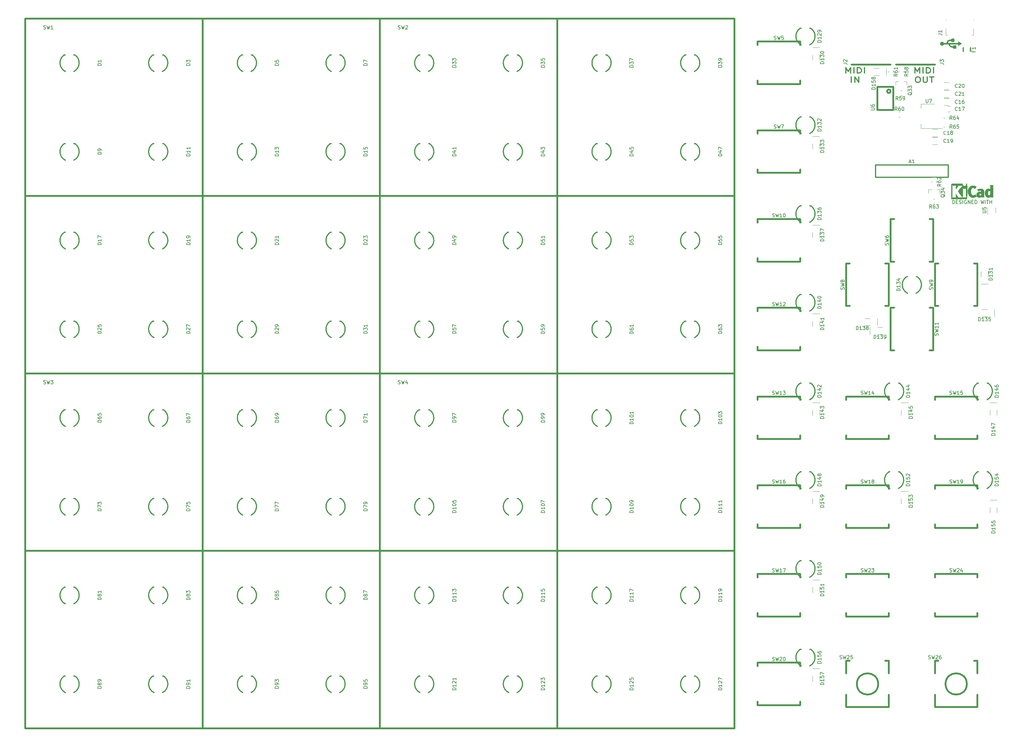
<source format=gto>
G04 #@! TF.GenerationSoftware,KiCad,Pcbnew,5.1.4+dfsg1-1*
G04 #@! TF.CreationDate,2020-02-07T23:04:42+02:00*
G04 #@! TF.ProjectId,midi_grid,6d696469-5f67-4726-9964-2e6b69636164,1.0*
G04 #@! TF.SameCoordinates,Original*
G04 #@! TF.FileFunction,Legend,Top*
G04 #@! TF.FilePolarity,Positive*
%FSLAX46Y46*%
G04 Gerber Fmt 4.6, Leading zero omitted, Abs format (unit mm)*
G04 Created by KiCad (PCBNEW 5.1.4+dfsg1-1) date 2020-02-07 23:04:42*
%MOMM*%
%LPD*%
G04 APERTURE LIST*
%ADD10C,0.375000*%
%ADD11C,0.200000*%
%ADD12C,0.300000*%
%ADD13C,0.010000*%
%ADD14C,0.500000*%
%ADD15C,0.120000*%
%ADD16C,0.150000*%
%ADD17C,4.500000*%
%ADD18O,2.200000X1.430000*%
%ADD19R,2.200000X1.430000*%
%ADD20O,2.400000X3.400000*%
%ADD21C,1.600000*%
%ADD22R,2.400000X3.400000*%
%ADD23O,3.400000X3.400000*%
%ADD24C,4.200000*%
%ADD25C,2.600000*%
%ADD26C,0.900000*%
%ADD27C,0.900000*%
%ADD28O,3.650000X0.900000*%
%ADD29O,0.900000X3.650000*%
%ADD30C,3.400000*%
%ADD31R,2.900000X2.400000*%
%ADD32C,2.100000*%
%ADD33R,2.400000X2.900000*%
%ADD34C,4.400000*%
%ADD35R,0.800000X1.050000*%
%ADD36R,2.200000X1.900000*%
%ADD37R,2.400000X4.200000*%
%ADD38R,2.400000X1.900000*%
%ADD39R,2.100000X1.700000*%
%ADD40R,1.700000X2.100000*%
%ADD41R,1.300000X0.900000*%
%ADD42R,0.900000X1.300000*%
%ADD43R,1.200000X1.150000*%
%ADD44R,1.200000X1.300000*%
%ADD45R,2.100000X1.300000*%
%ADD46O,2.200000X2.900000*%
%ADD47R,2.200000X2.900000*%
%ADD48R,1.400000X2.000000*%
%ADD49R,3.000000X2.400000*%
%ADD50O,3.000000X2.400000*%
%ADD51R,1.900000X2.300000*%
%ADD52C,1.850000*%
%ADD53R,0.800000X1.750000*%
%ADD54O,2.400000X2.400000*%
%ADD55O,2.400000X2.300000*%
%ADD56R,1.600000X2.300000*%
G04 APERTURE END LIST*
D10*
X296880952Y-52866071D02*
X296880952Y-51366071D01*
X297547619Y-52437500D01*
X298214285Y-51366071D01*
X298214285Y-52866071D01*
X299166666Y-52866071D02*
X299166666Y-51366071D01*
X300119047Y-52866071D02*
X300119047Y-51366071D01*
X300595238Y-51366071D01*
X300880952Y-51437500D01*
X301071428Y-51580357D01*
X301166666Y-51723214D01*
X301261904Y-52008928D01*
X301261904Y-52223214D01*
X301166666Y-52508928D01*
X301071428Y-52651785D01*
X300880952Y-52794642D01*
X300595238Y-52866071D01*
X300119047Y-52866071D01*
X302119047Y-52866071D02*
X302119047Y-51366071D01*
X298452380Y-55491071D02*
X298452380Y-53991071D01*
X299404761Y-55491071D02*
X299404761Y-53991071D01*
X300547619Y-55491071D01*
X300547619Y-53991071D01*
X316380952Y-52866071D02*
X316380952Y-51366071D01*
X317047619Y-52437500D01*
X317714285Y-51366071D01*
X317714285Y-52866071D01*
X318666666Y-52866071D02*
X318666666Y-51366071D01*
X319619047Y-52866071D02*
X319619047Y-51366071D01*
X320095238Y-51366071D01*
X320380952Y-51437500D01*
X320571428Y-51580357D01*
X320666666Y-51723214D01*
X320761904Y-52008928D01*
X320761904Y-52223214D01*
X320666666Y-52508928D01*
X320571428Y-52651785D01*
X320380952Y-52794642D01*
X320095238Y-52866071D01*
X319619047Y-52866071D01*
X321619047Y-52866071D02*
X321619047Y-51366071D01*
X317000000Y-53991071D02*
X317380952Y-53991071D01*
X317571428Y-54062500D01*
X317761904Y-54205357D01*
X317857142Y-54491071D01*
X317857142Y-54991071D01*
X317761904Y-55276785D01*
X317571428Y-55419642D01*
X317380952Y-55491071D01*
X317000000Y-55491071D01*
X316809523Y-55419642D01*
X316619047Y-55276785D01*
X316523809Y-54991071D01*
X316523809Y-54491071D01*
X316619047Y-54205357D01*
X316809523Y-54062500D01*
X317000000Y-53991071D01*
X318714285Y-53991071D02*
X318714285Y-55205357D01*
X318809523Y-55348214D01*
X318904761Y-55419642D01*
X319095238Y-55491071D01*
X319476190Y-55491071D01*
X319666666Y-55419642D01*
X319761904Y-55348214D01*
X319857142Y-55205357D01*
X319857142Y-53991071D01*
X320523809Y-53991071D02*
X321666666Y-53991071D01*
X321095238Y-55491071D02*
X321095238Y-53991071D01*
D11*
X327000000Y-89702380D02*
X327000000Y-88702380D01*
X327238095Y-88702380D01*
X327380952Y-88750000D01*
X327476190Y-88845238D01*
X327523809Y-88940476D01*
X327571428Y-89130952D01*
X327571428Y-89273809D01*
X327523809Y-89464285D01*
X327476190Y-89559523D01*
X327380952Y-89654761D01*
X327238095Y-89702380D01*
X327000000Y-89702380D01*
X328000000Y-89178571D02*
X328333333Y-89178571D01*
X328476190Y-89702380D02*
X328000000Y-89702380D01*
X328000000Y-88702380D01*
X328476190Y-88702380D01*
X328857142Y-89654761D02*
X329000000Y-89702380D01*
X329238095Y-89702380D01*
X329333333Y-89654761D01*
X329380952Y-89607142D01*
X329428571Y-89511904D01*
X329428571Y-89416666D01*
X329380952Y-89321428D01*
X329333333Y-89273809D01*
X329238095Y-89226190D01*
X329047619Y-89178571D01*
X328952380Y-89130952D01*
X328904761Y-89083333D01*
X328857142Y-88988095D01*
X328857142Y-88892857D01*
X328904761Y-88797619D01*
X328952380Y-88750000D01*
X329047619Y-88702380D01*
X329285714Y-88702380D01*
X329428571Y-88750000D01*
X329857142Y-89702380D02*
X329857142Y-88702380D01*
X330857142Y-88750000D02*
X330761904Y-88702380D01*
X330619047Y-88702380D01*
X330476190Y-88750000D01*
X330380952Y-88845238D01*
X330333333Y-88940476D01*
X330285714Y-89130952D01*
X330285714Y-89273809D01*
X330333333Y-89464285D01*
X330380952Y-89559523D01*
X330476190Y-89654761D01*
X330619047Y-89702380D01*
X330714285Y-89702380D01*
X330857142Y-89654761D01*
X330904761Y-89607142D01*
X330904761Y-89273809D01*
X330714285Y-89273809D01*
X331333333Y-89702380D02*
X331333333Y-88702380D01*
X331904761Y-89702380D01*
X331904761Y-88702380D01*
X332380952Y-89178571D02*
X332714285Y-89178571D01*
X332857142Y-89702380D02*
X332380952Y-89702380D01*
X332380952Y-88702380D01*
X332857142Y-88702380D01*
X333285714Y-89702380D02*
X333285714Y-88702380D01*
X333523809Y-88702380D01*
X333666666Y-88750000D01*
X333761904Y-88845238D01*
X333809523Y-88940476D01*
X333857142Y-89130952D01*
X333857142Y-89273809D01*
X333809523Y-89464285D01*
X333761904Y-89559523D01*
X333666666Y-89654761D01*
X333523809Y-89702380D01*
X333285714Y-89702380D01*
X334952380Y-88702380D02*
X335190476Y-89702380D01*
X335380952Y-88988095D01*
X335571428Y-89702380D01*
X335809523Y-88702380D01*
X336190476Y-89702380D02*
X336190476Y-88702380D01*
X336523809Y-88702380D02*
X337095238Y-88702380D01*
X336809523Y-89702380D02*
X336809523Y-88702380D01*
X337428571Y-89702380D02*
X337428571Y-88702380D01*
X337428571Y-89178571D02*
X338000000Y-89178571D01*
X338000000Y-89702380D02*
X338000000Y-88702380D01*
D12*
X76801443Y-52424038D02*
G75*
G02X76500000Y-47750000I1198557J2424038D01*
G01*
X79500000Y-47750000D02*
X79250000Y-47750000D01*
X76500000Y-47750000D02*
X76750000Y-47750000D01*
X79198557Y-52424038D02*
G75*
G03X79500000Y-47750000I-1198557J2424038D01*
G01*
X101801443Y-52424038D02*
G75*
G02X101500000Y-47750000I1198557J2424038D01*
G01*
X104500000Y-47750000D02*
X104250000Y-47750000D01*
X101500000Y-47750000D02*
X101750000Y-47750000D01*
X104198557Y-52424038D02*
G75*
G03X104500000Y-47750000I-1198557J2424038D01*
G01*
X126801443Y-52424038D02*
G75*
G02X126500000Y-47750000I1198557J2424038D01*
G01*
X129500000Y-47750000D02*
X129250000Y-47750000D01*
X126500000Y-47750000D02*
X126750000Y-47750000D01*
X129198557Y-52424038D02*
G75*
G03X129500000Y-47750000I-1198557J2424038D01*
G01*
X151801443Y-52424038D02*
G75*
G02X151500000Y-47750000I1198557J2424038D01*
G01*
X154500000Y-47750000D02*
X154250000Y-47750000D01*
X151500000Y-47750000D02*
X151750000Y-47750000D01*
X154198557Y-52424038D02*
G75*
G03X154500000Y-47750000I-1198557J2424038D01*
G01*
X76801443Y-77424038D02*
G75*
G02X76500000Y-72750000I1198557J2424038D01*
G01*
X79500000Y-72750000D02*
X79250000Y-72750000D01*
X76500000Y-72750000D02*
X76750000Y-72750000D01*
X79198557Y-77424038D02*
G75*
G03X79500000Y-72750000I-1198557J2424038D01*
G01*
X101801443Y-77424038D02*
G75*
G02X101500000Y-72750000I1198557J2424038D01*
G01*
X104500000Y-72750000D02*
X104250000Y-72750000D01*
X101500000Y-72750000D02*
X101750000Y-72750000D01*
X104198557Y-77424038D02*
G75*
G03X104500000Y-72750000I-1198557J2424038D01*
G01*
X126801443Y-77424038D02*
G75*
G02X126500000Y-72750000I1198557J2424038D01*
G01*
X129500000Y-72750000D02*
X129250000Y-72750000D01*
X126500000Y-72750000D02*
X126750000Y-72750000D01*
X129198557Y-77424038D02*
G75*
G03X129500000Y-72750000I-1198557J2424038D01*
G01*
X151801443Y-77424038D02*
G75*
G02X151500000Y-72750000I1198557J2424038D01*
G01*
X154500000Y-72750000D02*
X154250000Y-72750000D01*
X151500000Y-72750000D02*
X151750000Y-72750000D01*
X154198557Y-77424038D02*
G75*
G03X154500000Y-72750000I-1198557J2424038D01*
G01*
X76801443Y-102424038D02*
G75*
G02X76500000Y-97750000I1198557J2424038D01*
G01*
X79500000Y-97750000D02*
X79250000Y-97750000D01*
X76500000Y-97750000D02*
X76750000Y-97750000D01*
X79198557Y-102424038D02*
G75*
G03X79500000Y-97750000I-1198557J2424038D01*
G01*
X101801443Y-102424038D02*
G75*
G02X101500000Y-97750000I1198557J2424038D01*
G01*
X104500000Y-97750000D02*
X104250000Y-97750000D01*
X101500000Y-97750000D02*
X101750000Y-97750000D01*
X104198557Y-102424038D02*
G75*
G03X104500000Y-97750000I-1198557J2424038D01*
G01*
X126801443Y-102424038D02*
G75*
G02X126500000Y-97750000I1198557J2424038D01*
G01*
X129500000Y-97750000D02*
X129250000Y-97750000D01*
X126500000Y-97750000D02*
X126750000Y-97750000D01*
X129198557Y-102424038D02*
G75*
G03X129500000Y-97750000I-1198557J2424038D01*
G01*
X151801443Y-102424038D02*
G75*
G02X151500000Y-97750000I1198557J2424038D01*
G01*
X154500000Y-97750000D02*
X154250000Y-97750000D01*
X151500000Y-97750000D02*
X151750000Y-97750000D01*
X154198557Y-102424038D02*
G75*
G03X154500000Y-97750000I-1198557J2424038D01*
G01*
X76801443Y-127424038D02*
G75*
G02X76500000Y-122750000I1198557J2424038D01*
G01*
X79500000Y-122750000D02*
X79250000Y-122750000D01*
X76500000Y-122750000D02*
X76750000Y-122750000D01*
X79198557Y-127424038D02*
G75*
G03X79500000Y-122750000I-1198557J2424038D01*
G01*
X101801443Y-127424038D02*
G75*
G02X101500000Y-122750000I1198557J2424038D01*
G01*
X104500000Y-122750000D02*
X104250000Y-122750000D01*
X101500000Y-122750000D02*
X101750000Y-122750000D01*
X104198557Y-127424038D02*
G75*
G03X104500000Y-122750000I-1198557J2424038D01*
G01*
X126801443Y-127424038D02*
G75*
G02X126500000Y-122750000I1198557J2424038D01*
G01*
X129500000Y-122750000D02*
X129250000Y-122750000D01*
X126500000Y-122750000D02*
X126750000Y-122750000D01*
X129198557Y-127424038D02*
G75*
G03X129500000Y-122750000I-1198557J2424038D01*
G01*
X151801443Y-127424038D02*
G75*
G02X151500000Y-122750000I1198557J2424038D01*
G01*
X154500000Y-122750000D02*
X154250000Y-122750000D01*
X151500000Y-122750000D02*
X151750000Y-122750000D01*
X154198557Y-127424038D02*
G75*
G03X154500000Y-122750000I-1198557J2424038D01*
G01*
X176801443Y-52424038D02*
G75*
G02X176500000Y-47750000I1198557J2424038D01*
G01*
X179500000Y-47750000D02*
X179250000Y-47750000D01*
X176500000Y-47750000D02*
X176750000Y-47750000D01*
X179198557Y-52424038D02*
G75*
G03X179500000Y-47750000I-1198557J2424038D01*
G01*
X201801443Y-52424038D02*
G75*
G02X201500000Y-47750000I1198557J2424038D01*
G01*
X204500000Y-47750000D02*
X204250000Y-47750000D01*
X201500000Y-47750000D02*
X201750000Y-47750000D01*
X204198557Y-52424038D02*
G75*
G03X204500000Y-47750000I-1198557J2424038D01*
G01*
X226801443Y-52424038D02*
G75*
G02X226500000Y-47750000I1198557J2424038D01*
G01*
X229500000Y-47750000D02*
X229250000Y-47750000D01*
X226500000Y-47750000D02*
X226750000Y-47750000D01*
X229198557Y-52424038D02*
G75*
G03X229500000Y-47750000I-1198557J2424038D01*
G01*
X251801443Y-52424038D02*
G75*
G02X251500000Y-47750000I1198557J2424038D01*
G01*
X254500000Y-47750000D02*
X254250000Y-47750000D01*
X251500000Y-47750000D02*
X251750000Y-47750000D01*
X254198557Y-52424038D02*
G75*
G03X254500000Y-47750000I-1198557J2424038D01*
G01*
X176801443Y-77424038D02*
G75*
G02X176500000Y-72750000I1198557J2424038D01*
G01*
X179500000Y-72750000D02*
X179250000Y-72750000D01*
X176500000Y-72750000D02*
X176750000Y-72750000D01*
X179198557Y-77424038D02*
G75*
G03X179500000Y-72750000I-1198557J2424038D01*
G01*
X201801443Y-77424038D02*
G75*
G02X201500000Y-72750000I1198557J2424038D01*
G01*
X204500000Y-72750000D02*
X204250000Y-72750000D01*
X201500000Y-72750000D02*
X201750000Y-72750000D01*
X204198557Y-77424038D02*
G75*
G03X204500000Y-72750000I-1198557J2424038D01*
G01*
X226801443Y-77424038D02*
G75*
G02X226500000Y-72750000I1198557J2424038D01*
G01*
X229500000Y-72750000D02*
X229250000Y-72750000D01*
X226500000Y-72750000D02*
X226750000Y-72750000D01*
X229198557Y-77424038D02*
G75*
G03X229500000Y-72750000I-1198557J2424038D01*
G01*
X251801443Y-77424038D02*
G75*
G02X251500000Y-72750000I1198557J2424038D01*
G01*
X254500000Y-72750000D02*
X254250000Y-72750000D01*
X251500000Y-72750000D02*
X251750000Y-72750000D01*
X254198557Y-77424038D02*
G75*
G03X254500000Y-72750000I-1198557J2424038D01*
G01*
X176801443Y-102424038D02*
G75*
G02X176500000Y-97750000I1198557J2424038D01*
G01*
X179500000Y-97750000D02*
X179250000Y-97750000D01*
X176500000Y-97750000D02*
X176750000Y-97750000D01*
X179198557Y-102424038D02*
G75*
G03X179500000Y-97750000I-1198557J2424038D01*
G01*
X201801443Y-102424038D02*
G75*
G02X201500000Y-97750000I1198557J2424038D01*
G01*
X204500000Y-97750000D02*
X204250000Y-97750000D01*
X201500000Y-97750000D02*
X201750000Y-97750000D01*
X204198557Y-102424038D02*
G75*
G03X204500000Y-97750000I-1198557J2424038D01*
G01*
X226801443Y-102424038D02*
G75*
G02X226500000Y-97750000I1198557J2424038D01*
G01*
X229500000Y-97750000D02*
X229250000Y-97750000D01*
X226500000Y-97750000D02*
X226750000Y-97750000D01*
X229198557Y-102424038D02*
G75*
G03X229500000Y-97750000I-1198557J2424038D01*
G01*
X251801443Y-102424038D02*
G75*
G02X251500000Y-97750000I1198557J2424038D01*
G01*
X254500000Y-97750000D02*
X254250000Y-97750000D01*
X251500000Y-97750000D02*
X251750000Y-97750000D01*
X254198557Y-102424038D02*
G75*
G03X254500000Y-97750000I-1198557J2424038D01*
G01*
X176801443Y-127424038D02*
G75*
G02X176500000Y-122750000I1198557J2424038D01*
G01*
X179500000Y-122750000D02*
X179250000Y-122750000D01*
X176500000Y-122750000D02*
X176750000Y-122750000D01*
X179198557Y-127424038D02*
G75*
G03X179500000Y-122750000I-1198557J2424038D01*
G01*
X201801443Y-127424038D02*
G75*
G02X201500000Y-122750000I1198557J2424038D01*
G01*
X204500000Y-122750000D02*
X204250000Y-122750000D01*
X201500000Y-122750000D02*
X201750000Y-122750000D01*
X204198557Y-127424038D02*
G75*
G03X204500000Y-122750000I-1198557J2424038D01*
G01*
X226801443Y-127424038D02*
G75*
G02X226500000Y-122750000I1198557J2424038D01*
G01*
X229500000Y-122750000D02*
X229250000Y-122750000D01*
X226500000Y-122750000D02*
X226750000Y-122750000D01*
X229198557Y-127424038D02*
G75*
G03X229500000Y-122750000I-1198557J2424038D01*
G01*
X251801443Y-127424038D02*
G75*
G02X251500000Y-122750000I1198557J2424038D01*
G01*
X254500000Y-122750000D02*
X254250000Y-122750000D01*
X251500000Y-122750000D02*
X251750000Y-122750000D01*
X254198557Y-127424038D02*
G75*
G03X254500000Y-122750000I-1198557J2424038D01*
G01*
X76801443Y-152424038D02*
G75*
G02X76500000Y-147750000I1198557J2424038D01*
G01*
X79500000Y-147750000D02*
X79250000Y-147750000D01*
X76500000Y-147750000D02*
X76750000Y-147750000D01*
X79198557Y-152424038D02*
G75*
G03X79500000Y-147750000I-1198557J2424038D01*
G01*
X101801443Y-152424038D02*
G75*
G02X101500000Y-147750000I1198557J2424038D01*
G01*
X104500000Y-147750000D02*
X104250000Y-147750000D01*
X101500000Y-147750000D02*
X101750000Y-147750000D01*
X104198557Y-152424038D02*
G75*
G03X104500000Y-147750000I-1198557J2424038D01*
G01*
X126801443Y-152424038D02*
G75*
G02X126500000Y-147750000I1198557J2424038D01*
G01*
X129500000Y-147750000D02*
X129250000Y-147750000D01*
X126500000Y-147750000D02*
X126750000Y-147750000D01*
X129198557Y-152424038D02*
G75*
G03X129500000Y-147750000I-1198557J2424038D01*
G01*
X151801443Y-152424038D02*
G75*
G02X151500000Y-147750000I1198557J2424038D01*
G01*
X154500000Y-147750000D02*
X154250000Y-147750000D01*
X151500000Y-147750000D02*
X151750000Y-147750000D01*
X154198557Y-152424038D02*
G75*
G03X154500000Y-147750000I-1198557J2424038D01*
G01*
X76801443Y-177424038D02*
G75*
G02X76500000Y-172750000I1198557J2424038D01*
G01*
X79500000Y-172750000D02*
X79250000Y-172750000D01*
X76500000Y-172750000D02*
X76750000Y-172750000D01*
X79198557Y-177424038D02*
G75*
G03X79500000Y-172750000I-1198557J2424038D01*
G01*
X101801443Y-177424038D02*
G75*
G02X101500000Y-172750000I1198557J2424038D01*
G01*
X104500000Y-172750000D02*
X104250000Y-172750000D01*
X101500000Y-172750000D02*
X101750000Y-172750000D01*
X104198557Y-177424038D02*
G75*
G03X104500000Y-172750000I-1198557J2424038D01*
G01*
X126801443Y-177424038D02*
G75*
G02X126500000Y-172750000I1198557J2424038D01*
G01*
X129500000Y-172750000D02*
X129250000Y-172750000D01*
X126500000Y-172750000D02*
X126750000Y-172750000D01*
X129198557Y-177424038D02*
G75*
G03X129500000Y-172750000I-1198557J2424038D01*
G01*
X151801443Y-177424038D02*
G75*
G02X151500000Y-172750000I1198557J2424038D01*
G01*
X154500000Y-172750000D02*
X154250000Y-172750000D01*
X151500000Y-172750000D02*
X151750000Y-172750000D01*
X154198557Y-177424038D02*
G75*
G03X154500000Y-172750000I-1198557J2424038D01*
G01*
X76801443Y-202424038D02*
G75*
G02X76500000Y-197750000I1198557J2424038D01*
G01*
X79500000Y-197750000D02*
X79250000Y-197750000D01*
X76500000Y-197750000D02*
X76750000Y-197750000D01*
X79198557Y-202424038D02*
G75*
G03X79500000Y-197750000I-1198557J2424038D01*
G01*
X101801443Y-202424038D02*
G75*
G02X101500000Y-197750000I1198557J2424038D01*
G01*
X104500000Y-197750000D02*
X104250000Y-197750000D01*
X101500000Y-197750000D02*
X101750000Y-197750000D01*
X104198557Y-202424038D02*
G75*
G03X104500000Y-197750000I-1198557J2424038D01*
G01*
X126801443Y-202424038D02*
G75*
G02X126500000Y-197750000I1198557J2424038D01*
G01*
X129500000Y-197750000D02*
X129250000Y-197750000D01*
X126500000Y-197750000D02*
X126750000Y-197750000D01*
X129198557Y-202424038D02*
G75*
G03X129500000Y-197750000I-1198557J2424038D01*
G01*
X151801443Y-202424038D02*
G75*
G02X151500000Y-197750000I1198557J2424038D01*
G01*
X154500000Y-197750000D02*
X154250000Y-197750000D01*
X151500000Y-197750000D02*
X151750000Y-197750000D01*
X154198557Y-202424038D02*
G75*
G03X154500000Y-197750000I-1198557J2424038D01*
G01*
X76801443Y-227424038D02*
G75*
G02X76500000Y-222750000I1198557J2424038D01*
G01*
X79500000Y-222750000D02*
X79250000Y-222750000D01*
X76500000Y-222750000D02*
X76750000Y-222750000D01*
X79198557Y-227424038D02*
G75*
G03X79500000Y-222750000I-1198557J2424038D01*
G01*
X101801443Y-227424038D02*
G75*
G02X101500000Y-222750000I1198557J2424038D01*
G01*
X104500000Y-222750000D02*
X104250000Y-222750000D01*
X101500000Y-222750000D02*
X101750000Y-222750000D01*
X104198557Y-227424038D02*
G75*
G03X104500000Y-222750000I-1198557J2424038D01*
G01*
X126801443Y-227424038D02*
G75*
G02X126500000Y-222750000I1198557J2424038D01*
G01*
X129500000Y-222750000D02*
X129250000Y-222750000D01*
X126500000Y-222750000D02*
X126750000Y-222750000D01*
X129198557Y-227424038D02*
G75*
G03X129500000Y-222750000I-1198557J2424038D01*
G01*
X151801443Y-227424038D02*
G75*
G02X151500000Y-222750000I1198557J2424038D01*
G01*
X154500000Y-222750000D02*
X154250000Y-222750000D01*
X151500000Y-222750000D02*
X151750000Y-222750000D01*
X154198557Y-227424038D02*
G75*
G03X154500000Y-222750000I-1198557J2424038D01*
G01*
X176801443Y-152424038D02*
G75*
G02X176500000Y-147750000I1198557J2424038D01*
G01*
X179500000Y-147750000D02*
X179250000Y-147750000D01*
X176500000Y-147750000D02*
X176750000Y-147750000D01*
X179198557Y-152424038D02*
G75*
G03X179500000Y-147750000I-1198557J2424038D01*
G01*
X201801443Y-152424038D02*
G75*
G02X201500000Y-147750000I1198557J2424038D01*
G01*
X204500000Y-147750000D02*
X204250000Y-147750000D01*
X201500000Y-147750000D02*
X201750000Y-147750000D01*
X204198557Y-152424038D02*
G75*
G03X204500000Y-147750000I-1198557J2424038D01*
G01*
X226801443Y-152424038D02*
G75*
G02X226500000Y-147750000I1198557J2424038D01*
G01*
X229500000Y-147750000D02*
X229250000Y-147750000D01*
X226500000Y-147750000D02*
X226750000Y-147750000D01*
X229198557Y-152424038D02*
G75*
G03X229500000Y-147750000I-1198557J2424038D01*
G01*
X251801443Y-152424038D02*
G75*
G02X251500000Y-147750000I1198557J2424038D01*
G01*
X254500000Y-147750000D02*
X254250000Y-147750000D01*
X251500000Y-147750000D02*
X251750000Y-147750000D01*
X254198557Y-152424038D02*
G75*
G03X254500000Y-147750000I-1198557J2424038D01*
G01*
X176801443Y-177424038D02*
G75*
G02X176500000Y-172750000I1198557J2424038D01*
G01*
X179500000Y-172750000D02*
X179250000Y-172750000D01*
X176500000Y-172750000D02*
X176750000Y-172750000D01*
X179198557Y-177424038D02*
G75*
G03X179500000Y-172750000I-1198557J2424038D01*
G01*
X201801443Y-177424038D02*
G75*
G02X201500000Y-172750000I1198557J2424038D01*
G01*
X204500000Y-172750000D02*
X204250000Y-172750000D01*
X201500000Y-172750000D02*
X201750000Y-172750000D01*
X204198557Y-177424038D02*
G75*
G03X204500000Y-172750000I-1198557J2424038D01*
G01*
X226801443Y-177424038D02*
G75*
G02X226500000Y-172750000I1198557J2424038D01*
G01*
X229500000Y-172750000D02*
X229250000Y-172750000D01*
X226500000Y-172750000D02*
X226750000Y-172750000D01*
X229198557Y-177424038D02*
G75*
G03X229500000Y-172750000I-1198557J2424038D01*
G01*
X251801443Y-177424038D02*
G75*
G02X251500000Y-172750000I1198557J2424038D01*
G01*
X254500000Y-172750000D02*
X254250000Y-172750000D01*
X251500000Y-172750000D02*
X251750000Y-172750000D01*
X254198557Y-177424038D02*
G75*
G03X254500000Y-172750000I-1198557J2424038D01*
G01*
X176801443Y-202424038D02*
G75*
G02X176500000Y-197750000I1198557J2424038D01*
G01*
X179500000Y-197750000D02*
X179250000Y-197750000D01*
X176500000Y-197750000D02*
X176750000Y-197750000D01*
X179198557Y-202424038D02*
G75*
G03X179500000Y-197750000I-1198557J2424038D01*
G01*
X201801443Y-202424038D02*
G75*
G02X201500000Y-197750000I1198557J2424038D01*
G01*
X204500000Y-197750000D02*
X204250000Y-197750000D01*
X201500000Y-197750000D02*
X201750000Y-197750000D01*
X204198557Y-202424038D02*
G75*
G03X204500000Y-197750000I-1198557J2424038D01*
G01*
X226801443Y-202424038D02*
G75*
G02X226500000Y-197750000I1198557J2424038D01*
G01*
X229500000Y-197750000D02*
X229250000Y-197750000D01*
X226500000Y-197750000D02*
X226750000Y-197750000D01*
X229198557Y-202424038D02*
G75*
G03X229500000Y-197750000I-1198557J2424038D01*
G01*
X251801443Y-202424038D02*
G75*
G02X251500000Y-197750000I1198557J2424038D01*
G01*
X254500000Y-197750000D02*
X254250000Y-197750000D01*
X251500000Y-197750000D02*
X251750000Y-197750000D01*
X254198557Y-202424038D02*
G75*
G03X254500000Y-197750000I-1198557J2424038D01*
G01*
X176801443Y-227424038D02*
G75*
G02X176500000Y-222750000I1198557J2424038D01*
G01*
X179500000Y-222750000D02*
X179250000Y-222750000D01*
X176500000Y-222750000D02*
X176750000Y-222750000D01*
X179198557Y-227424038D02*
G75*
G03X179500000Y-222750000I-1198557J2424038D01*
G01*
X201801443Y-227424038D02*
G75*
G02X201500000Y-222750000I1198557J2424038D01*
G01*
X204500000Y-222750000D02*
X204250000Y-222750000D01*
X201500000Y-222750000D02*
X201750000Y-222750000D01*
X204198557Y-227424038D02*
G75*
G03X204500000Y-222750000I-1198557J2424038D01*
G01*
X226801443Y-227424038D02*
G75*
G02X226500000Y-222750000I1198557J2424038D01*
G01*
X229500000Y-222750000D02*
X229250000Y-222750000D01*
X226500000Y-222750000D02*
X226750000Y-222750000D01*
X229198557Y-227424038D02*
G75*
G03X229500000Y-222750000I-1198557J2424038D01*
G01*
X251801443Y-227424038D02*
G75*
G02X251500000Y-222750000I1198557J2424038D01*
G01*
X254500000Y-222750000D02*
X254250000Y-222750000D01*
X251500000Y-222750000D02*
X251750000Y-222750000D01*
X254198557Y-227424038D02*
G75*
G03X254500000Y-222750000I-1198557J2424038D01*
G01*
X284301443Y-44924038D02*
G75*
G02X284000000Y-40250000I1198557J2424038D01*
G01*
X286698557Y-44924038D02*
G75*
G03X287000000Y-40250000I-1198557J2424038D01*
G01*
X286750000Y-40250000D02*
X287000000Y-40250000D01*
X284000000Y-40250000D02*
X284250000Y-40250000D01*
X284301443Y-69924038D02*
G75*
G02X284000000Y-65250000I1198557J2424038D01*
G01*
X286698557Y-69924038D02*
G75*
G03X287000000Y-65250000I-1198557J2424038D01*
G01*
X286750000Y-65250000D02*
X287000000Y-65250000D01*
X284000000Y-65250000D02*
X284250000Y-65250000D01*
X314301443Y-114924038D02*
G75*
G02X314000000Y-110250000I1198557J2424038D01*
G01*
X316698557Y-114924038D02*
G75*
G03X317000000Y-110250000I-1198557J2424038D01*
G01*
X316750000Y-110250000D02*
X317000000Y-110250000D01*
X314000000Y-110250000D02*
X314250000Y-110250000D01*
X284301443Y-94924038D02*
G75*
G02X284000000Y-90250000I1198557J2424038D01*
G01*
X286698557Y-94924038D02*
G75*
G03X287000000Y-90250000I-1198557J2424038D01*
G01*
X286750000Y-90250000D02*
X287000000Y-90250000D01*
X284000000Y-90250000D02*
X284250000Y-90250000D01*
X284301443Y-119924038D02*
G75*
G02X284000000Y-115250000I1198557J2424038D01*
G01*
X286698557Y-119924038D02*
G75*
G03X287000000Y-115250000I-1198557J2424038D01*
G01*
X286750000Y-115250000D02*
X287000000Y-115250000D01*
X284000000Y-115250000D02*
X284250000Y-115250000D01*
X284301443Y-144924038D02*
G75*
G02X284000000Y-140250000I1198557J2424038D01*
G01*
X286698557Y-144924038D02*
G75*
G03X287000000Y-140250000I-1198557J2424038D01*
G01*
X286750000Y-140250000D02*
X287000000Y-140250000D01*
X284000000Y-140250000D02*
X284250000Y-140250000D01*
X309301443Y-144924038D02*
G75*
G02X309000000Y-140250000I1198557J2424038D01*
G01*
X311698557Y-144924038D02*
G75*
G03X312000000Y-140250000I-1198557J2424038D01*
G01*
X311750000Y-140250000D02*
X312000000Y-140250000D01*
X309000000Y-140250000D02*
X309250000Y-140250000D01*
X334301443Y-144924038D02*
G75*
G02X334000000Y-140250000I1198557J2424038D01*
G01*
X336698557Y-144924038D02*
G75*
G03X337000000Y-140250000I-1198557J2424038D01*
G01*
X336750000Y-140250000D02*
X337000000Y-140250000D01*
X334000000Y-140250000D02*
X334250000Y-140250000D01*
X284301443Y-169924038D02*
G75*
G02X284000000Y-165250000I1198557J2424038D01*
G01*
X286698557Y-169924038D02*
G75*
G03X287000000Y-165250000I-1198557J2424038D01*
G01*
X286750000Y-165250000D02*
X287000000Y-165250000D01*
X284000000Y-165250000D02*
X284250000Y-165250000D01*
X284301443Y-194924038D02*
G75*
G02X284000000Y-190250000I1198557J2424038D01*
G01*
X286698557Y-194924038D02*
G75*
G03X287000000Y-190250000I-1198557J2424038D01*
G01*
X286750000Y-190250000D02*
X287000000Y-190250000D01*
X284000000Y-190250000D02*
X284250000Y-190250000D01*
X309301443Y-169924038D02*
G75*
G02X309000000Y-165250000I1198557J2424038D01*
G01*
X311698557Y-169924038D02*
G75*
G03X312000000Y-165250000I-1198557J2424038D01*
G01*
X311750000Y-165250000D02*
X312000000Y-165250000D01*
X309000000Y-165250000D02*
X309250000Y-165250000D01*
X334301443Y-169924038D02*
G75*
G02X334000000Y-165250000I1198557J2424038D01*
G01*
X336698557Y-169924038D02*
G75*
G03X337000000Y-165250000I-1198557J2424038D01*
G01*
X336750000Y-165250000D02*
X337000000Y-165250000D01*
X334000000Y-165250000D02*
X334250000Y-165250000D01*
X284301443Y-219924038D02*
G75*
G02X284000000Y-215250000I1198557J2424038D01*
G01*
X286698557Y-219924038D02*
G75*
G03X287000000Y-215250000I-1198557J2424038D01*
G01*
X286750000Y-215250000D02*
X287000000Y-215250000D01*
X284000000Y-215250000D02*
X284250000Y-215250000D01*
D13*
G36*
X330951363Y-84042699D02*
G01*
X330973155Y-84049976D01*
X330991586Y-84066420D01*
X331006935Y-84095197D01*
X331019481Y-84139474D01*
X331029505Y-84202418D01*
X331037283Y-84287194D01*
X331043096Y-84396971D01*
X331047223Y-84534914D01*
X331049943Y-84704191D01*
X331051535Y-84907968D01*
X331052277Y-85149411D01*
X331052450Y-85431687D01*
X331052332Y-85757964D01*
X331052203Y-86131407D01*
X331052200Y-86190500D01*
X331052122Y-86565884D01*
X331051849Y-86893711D01*
X331051318Y-87177221D01*
X331050469Y-87419658D01*
X331049240Y-87624261D01*
X331047569Y-87794274D01*
X331045395Y-87932939D01*
X331042657Y-88043496D01*
X331039292Y-88129188D01*
X331035241Y-88193257D01*
X331030441Y-88238944D01*
X331024831Y-88269492D01*
X331018349Y-88288141D01*
X331012285Y-88296885D01*
X331001209Y-88303992D01*
X330981001Y-88310213D01*
X330948490Y-88315606D01*
X330900503Y-88320229D01*
X330833867Y-88324140D01*
X330745410Y-88327396D01*
X330631960Y-88330056D01*
X330490344Y-88332175D01*
X330317390Y-88333813D01*
X330109924Y-88335028D01*
X329864776Y-88335876D01*
X329578771Y-88336415D01*
X329248739Y-88336703D01*
X328871505Y-88336798D01*
X328816999Y-88336800D01*
X328433176Y-88336726D01*
X328096980Y-88336467D01*
X327805239Y-88335965D01*
X327554781Y-88335162D01*
X327342432Y-88334000D01*
X327165021Y-88332422D01*
X327019375Y-88330371D01*
X326902322Y-88327787D01*
X326810688Y-88324615D01*
X326741303Y-88320795D01*
X326690992Y-88316271D01*
X326656584Y-88310985D01*
X326634907Y-88304879D01*
X326622787Y-88297895D01*
X326621714Y-88296885D01*
X326614465Y-88285627D01*
X326608138Y-88265152D01*
X326602672Y-88232219D01*
X326598006Y-88183586D01*
X326594078Y-88116011D01*
X326590826Y-88026252D01*
X326588190Y-87911068D01*
X326586107Y-87767217D01*
X326584517Y-87591456D01*
X326583358Y-87380544D01*
X326582568Y-87131239D01*
X326582086Y-86840300D01*
X326581851Y-86504484D01*
X326581800Y-86190500D01*
X326581877Y-85815115D01*
X326582150Y-85487288D01*
X326582681Y-85203778D01*
X326583530Y-84961341D01*
X326584759Y-84756738D01*
X326585948Y-84635729D01*
X326861199Y-84635729D01*
X326871637Y-84660638D01*
X326897944Y-84714844D01*
X326911999Y-84742699D01*
X326922932Y-84765774D01*
X326932174Y-84791420D01*
X326939867Y-84823859D01*
X326946152Y-84867308D01*
X326951172Y-84925988D01*
X326955068Y-85004117D01*
X326957983Y-85105917D01*
X326960057Y-85235605D01*
X326961434Y-85397401D01*
X326962254Y-85595525D01*
X326962659Y-85834197D01*
X326962791Y-86117635D01*
X326962799Y-86254290D01*
X326962439Y-86517726D01*
X326961402Y-86766037D01*
X326959756Y-86994556D01*
X326957568Y-87198618D01*
X326954903Y-87373558D01*
X326951830Y-87514711D01*
X326948415Y-87617410D01*
X326944724Y-87676991D01*
X326942224Y-87690370D01*
X326917800Y-87730136D01*
X326891968Y-87784350D01*
X326862289Y-87854200D01*
X327388794Y-87853811D01*
X327543967Y-87852849D01*
X327678350Y-87850381D01*
X327784999Y-87846674D01*
X327856970Y-87841992D01*
X327887319Y-87836600D01*
X327887094Y-87834761D01*
X327857145Y-87800826D01*
X327821332Y-87742626D01*
X327817244Y-87734811D01*
X327802318Y-87697521D01*
X327791307Y-87647267D01*
X327783669Y-87576556D01*
X327778866Y-87477898D01*
X327776356Y-87343800D01*
X327775601Y-87166772D01*
X327775600Y-87156961D01*
X327776833Y-86979347D01*
X327780396Y-86836876D01*
X327786078Y-86733727D01*
X327793672Y-86674078D01*
X327800414Y-86660400D01*
X327829914Y-86679770D01*
X327867641Y-86726744D01*
X327869915Y-86730250D01*
X327910493Y-86787268D01*
X327944699Y-86825500D01*
X327975147Y-86862632D01*
X328015083Y-86924966D01*
X328028671Y-86948833D01*
X328070820Y-87015930D01*
X328133527Y-87104720D01*
X328204592Y-87198064D01*
X328218542Y-87215533D01*
X328326661Y-87358344D01*
X328417138Y-87494967D01*
X328485389Y-87617349D01*
X328526831Y-87717440D01*
X328537600Y-87775923D01*
X328537600Y-87854200D01*
X329664055Y-87854200D01*
X329651929Y-87840488D01*
X329807600Y-87840488D01*
X329831699Y-87844757D01*
X329898796Y-87848485D01*
X330001089Y-87851448D01*
X330130778Y-87853426D01*
X330280061Y-87854196D01*
X330290200Y-87854200D01*
X330466967Y-87853408D01*
X330598101Y-87850806D01*
X330688747Y-87846056D01*
X330744050Y-87838818D01*
X330769156Y-87828752D01*
X330771992Y-87822450D01*
X330757038Y-87778554D01*
X330733892Y-87741395D01*
X330724698Y-87722692D01*
X330717102Y-87690195D01*
X330710959Y-87639498D01*
X330706127Y-87566196D01*
X330702464Y-87465883D01*
X330699826Y-87334154D01*
X330698070Y-87166604D01*
X330697053Y-86958827D01*
X330696633Y-86706418D01*
X330696600Y-86592045D01*
X330696600Y-85492000D01*
X329831695Y-85492000D01*
X329870447Y-85566938D01*
X329880478Y-85592815D01*
X329888667Y-85631092D01*
X329895192Y-85686607D01*
X329900226Y-85764197D01*
X329903947Y-85868700D01*
X329906529Y-86004954D01*
X329908148Y-86177797D01*
X329908979Y-86392067D01*
X329909200Y-86634750D01*
X329909086Y-86886440D01*
X329908585Y-87092511D01*
X329907455Y-87258147D01*
X329905455Y-87388527D01*
X329902345Y-87488835D01*
X329897883Y-87564251D01*
X329891829Y-87619957D01*
X329883941Y-87661135D01*
X329873979Y-87692967D01*
X329861701Y-87720635D01*
X329858400Y-87727200D01*
X329827490Y-87790636D01*
X329809480Y-87833110D01*
X329807600Y-87840488D01*
X329651929Y-87840488D01*
X329602477Y-87784570D01*
X329558555Y-87735266D01*
X329530373Y-87704290D01*
X329528200Y-87702020D01*
X329470445Y-87638905D01*
X329398963Y-87554689D01*
X329323897Y-87462065D01*
X329255391Y-87373725D01*
X329203588Y-87302361D01*
X329183376Y-87270547D01*
X329143155Y-87206584D01*
X329079662Y-87115299D01*
X329001804Y-87008680D01*
X328918487Y-86898715D01*
X328838617Y-86797390D01*
X328776273Y-86722607D01*
X328715829Y-86645548D01*
X328659159Y-86561943D01*
X328654978Y-86555050D01*
X328527637Y-86356936D01*
X328431994Y-86226356D01*
X328362036Y-86135212D01*
X328443468Y-86047760D01*
X328513660Y-85968661D01*
X328603715Y-85861892D01*
X328703057Y-85740451D01*
X328801107Y-85617339D01*
X328887289Y-85505555D01*
X328916151Y-85466815D01*
X329220941Y-85086892D01*
X329460279Y-84829787D01*
X329659059Y-84628400D01*
X329113747Y-84628400D01*
X328928550Y-84628523D01*
X328787998Y-84629861D01*
X328685937Y-84633867D01*
X328616212Y-84641993D01*
X328572669Y-84655691D01*
X328549153Y-84676416D01*
X328539511Y-84705618D01*
X328537586Y-84744751D01*
X328537600Y-84764390D01*
X328522012Y-84817842D01*
X328482941Y-84885121D01*
X328465299Y-84908362D01*
X328406652Y-84985668D01*
X328343890Y-85076586D01*
X328321802Y-85111000D01*
X328278552Y-85177764D01*
X328244912Y-85224931D01*
X328233239Y-85238000D01*
X328203445Y-85267339D01*
X328154245Y-85323018D01*
X328094522Y-85394108D01*
X328033162Y-85469681D01*
X327979047Y-85538808D01*
X327941063Y-85590561D01*
X327928000Y-85613483D01*
X327911182Y-85642974D01*
X327869146Y-85690717D01*
X327851799Y-85707900D01*
X327775599Y-85780904D01*
X327775600Y-85361088D01*
X327777193Y-85178302D01*
X327782895Y-85035476D01*
X327794093Y-84921840D01*
X327812172Y-84826629D01*
X327838518Y-84739075D01*
X327864164Y-84672850D01*
X327867394Y-84657771D01*
X327858649Y-84646538D01*
X327831705Y-84638591D01*
X327780338Y-84633367D01*
X327698324Y-84630303D01*
X327579439Y-84628838D01*
X327417460Y-84628410D01*
X327371917Y-84628400D01*
X327217083Y-84628746D01*
X327081122Y-84629712D01*
X326971617Y-84631190D01*
X326896151Y-84633071D01*
X326862308Y-84635245D01*
X326861199Y-84635729D01*
X326585948Y-84635729D01*
X326586430Y-84586725D01*
X326588604Y-84448060D01*
X326591342Y-84337503D01*
X326594707Y-84251811D01*
X326598758Y-84187742D01*
X326603558Y-84142055D01*
X326609168Y-84111507D01*
X326615650Y-84092858D01*
X326621714Y-84084114D01*
X326634178Y-84075934D01*
X326656437Y-84068938D01*
X326692191Y-84063034D01*
X326745141Y-84058133D01*
X326818988Y-84054144D01*
X326917431Y-84050978D01*
X327044173Y-84048544D01*
X327202913Y-84046752D01*
X327397353Y-84045511D01*
X327631193Y-84044733D01*
X327908135Y-84044326D01*
X328231878Y-84044200D01*
X329858400Y-84044200D01*
X329858400Y-84140418D01*
X329878479Y-84256335D01*
X329931525Y-84375000D01*
X330006754Y-84475991D01*
X330059006Y-84520244D01*
X330172546Y-84567370D01*
X330303500Y-84577636D01*
X330437628Y-84553918D01*
X330560690Y-84499089D01*
X330658448Y-84416023D01*
X330673800Y-84396147D01*
X330720806Y-84295428D01*
X330742439Y-84179877D01*
X330753690Y-84044199D01*
X330863030Y-84044200D01*
X330896580Y-84042977D01*
X330925931Y-84041421D01*
X330951363Y-84042699D01*
X330951363Y-84042699D01*
G37*
X330951363Y-84042699D02*
X330973155Y-84049976D01*
X330991586Y-84066420D01*
X331006935Y-84095197D01*
X331019481Y-84139474D01*
X331029505Y-84202418D01*
X331037283Y-84287194D01*
X331043096Y-84396971D01*
X331047223Y-84534914D01*
X331049943Y-84704191D01*
X331051535Y-84907968D01*
X331052277Y-85149411D01*
X331052450Y-85431687D01*
X331052332Y-85757964D01*
X331052203Y-86131407D01*
X331052200Y-86190500D01*
X331052122Y-86565884D01*
X331051849Y-86893711D01*
X331051318Y-87177221D01*
X331050469Y-87419658D01*
X331049240Y-87624261D01*
X331047569Y-87794274D01*
X331045395Y-87932939D01*
X331042657Y-88043496D01*
X331039292Y-88129188D01*
X331035241Y-88193257D01*
X331030441Y-88238944D01*
X331024831Y-88269492D01*
X331018349Y-88288141D01*
X331012285Y-88296885D01*
X331001209Y-88303992D01*
X330981001Y-88310213D01*
X330948490Y-88315606D01*
X330900503Y-88320229D01*
X330833867Y-88324140D01*
X330745410Y-88327396D01*
X330631960Y-88330056D01*
X330490344Y-88332175D01*
X330317390Y-88333813D01*
X330109924Y-88335028D01*
X329864776Y-88335876D01*
X329578771Y-88336415D01*
X329248739Y-88336703D01*
X328871505Y-88336798D01*
X328816999Y-88336800D01*
X328433176Y-88336726D01*
X328096980Y-88336467D01*
X327805239Y-88335965D01*
X327554781Y-88335162D01*
X327342432Y-88334000D01*
X327165021Y-88332422D01*
X327019375Y-88330371D01*
X326902322Y-88327787D01*
X326810688Y-88324615D01*
X326741303Y-88320795D01*
X326690992Y-88316271D01*
X326656584Y-88310985D01*
X326634907Y-88304879D01*
X326622787Y-88297895D01*
X326621714Y-88296885D01*
X326614465Y-88285627D01*
X326608138Y-88265152D01*
X326602672Y-88232219D01*
X326598006Y-88183586D01*
X326594078Y-88116011D01*
X326590826Y-88026252D01*
X326588190Y-87911068D01*
X326586107Y-87767217D01*
X326584517Y-87591456D01*
X326583358Y-87380544D01*
X326582568Y-87131239D01*
X326582086Y-86840300D01*
X326581851Y-86504484D01*
X326581800Y-86190500D01*
X326581877Y-85815115D01*
X326582150Y-85487288D01*
X326582681Y-85203778D01*
X326583530Y-84961341D01*
X326584759Y-84756738D01*
X326585948Y-84635729D01*
X326861199Y-84635729D01*
X326871637Y-84660638D01*
X326897944Y-84714844D01*
X326911999Y-84742699D01*
X326922932Y-84765774D01*
X326932174Y-84791420D01*
X326939867Y-84823859D01*
X326946152Y-84867308D01*
X326951172Y-84925988D01*
X326955068Y-85004117D01*
X326957983Y-85105917D01*
X326960057Y-85235605D01*
X326961434Y-85397401D01*
X326962254Y-85595525D01*
X326962659Y-85834197D01*
X326962791Y-86117635D01*
X326962799Y-86254290D01*
X326962439Y-86517726D01*
X326961402Y-86766037D01*
X326959756Y-86994556D01*
X326957568Y-87198618D01*
X326954903Y-87373558D01*
X326951830Y-87514711D01*
X326948415Y-87617410D01*
X326944724Y-87676991D01*
X326942224Y-87690370D01*
X326917800Y-87730136D01*
X326891968Y-87784350D01*
X326862289Y-87854200D01*
X327388794Y-87853811D01*
X327543967Y-87852849D01*
X327678350Y-87850381D01*
X327784999Y-87846674D01*
X327856970Y-87841992D01*
X327887319Y-87836600D01*
X327887094Y-87834761D01*
X327857145Y-87800826D01*
X327821332Y-87742626D01*
X327817244Y-87734811D01*
X327802318Y-87697521D01*
X327791307Y-87647267D01*
X327783669Y-87576556D01*
X327778866Y-87477898D01*
X327776356Y-87343800D01*
X327775601Y-87166772D01*
X327775600Y-87156961D01*
X327776833Y-86979347D01*
X327780396Y-86836876D01*
X327786078Y-86733727D01*
X327793672Y-86674078D01*
X327800414Y-86660400D01*
X327829914Y-86679770D01*
X327867641Y-86726744D01*
X327869915Y-86730250D01*
X327910493Y-86787268D01*
X327944699Y-86825500D01*
X327975147Y-86862632D01*
X328015083Y-86924966D01*
X328028671Y-86948833D01*
X328070820Y-87015930D01*
X328133527Y-87104720D01*
X328204592Y-87198064D01*
X328218542Y-87215533D01*
X328326661Y-87358344D01*
X328417138Y-87494967D01*
X328485389Y-87617349D01*
X328526831Y-87717440D01*
X328537600Y-87775923D01*
X328537600Y-87854200D01*
X329664055Y-87854200D01*
X329651929Y-87840488D01*
X329807600Y-87840488D01*
X329831699Y-87844757D01*
X329898796Y-87848485D01*
X330001089Y-87851448D01*
X330130778Y-87853426D01*
X330280061Y-87854196D01*
X330290200Y-87854200D01*
X330466967Y-87853408D01*
X330598101Y-87850806D01*
X330688747Y-87846056D01*
X330744050Y-87838818D01*
X330769156Y-87828752D01*
X330771992Y-87822450D01*
X330757038Y-87778554D01*
X330733892Y-87741395D01*
X330724698Y-87722692D01*
X330717102Y-87690195D01*
X330710959Y-87639498D01*
X330706127Y-87566196D01*
X330702464Y-87465883D01*
X330699826Y-87334154D01*
X330698070Y-87166604D01*
X330697053Y-86958827D01*
X330696633Y-86706418D01*
X330696600Y-86592045D01*
X330696600Y-85492000D01*
X329831695Y-85492000D01*
X329870447Y-85566938D01*
X329880478Y-85592815D01*
X329888667Y-85631092D01*
X329895192Y-85686607D01*
X329900226Y-85764197D01*
X329903947Y-85868700D01*
X329906529Y-86004954D01*
X329908148Y-86177797D01*
X329908979Y-86392067D01*
X329909200Y-86634750D01*
X329909086Y-86886440D01*
X329908585Y-87092511D01*
X329907455Y-87258147D01*
X329905455Y-87388527D01*
X329902345Y-87488835D01*
X329897883Y-87564251D01*
X329891829Y-87619957D01*
X329883941Y-87661135D01*
X329873979Y-87692967D01*
X329861701Y-87720635D01*
X329858400Y-87727200D01*
X329827490Y-87790636D01*
X329809480Y-87833110D01*
X329807600Y-87840488D01*
X329651929Y-87840488D01*
X329602477Y-87784570D01*
X329558555Y-87735266D01*
X329530373Y-87704290D01*
X329528200Y-87702020D01*
X329470445Y-87638905D01*
X329398963Y-87554689D01*
X329323897Y-87462065D01*
X329255391Y-87373725D01*
X329203588Y-87302361D01*
X329183376Y-87270547D01*
X329143155Y-87206584D01*
X329079662Y-87115299D01*
X329001804Y-87008680D01*
X328918487Y-86898715D01*
X328838617Y-86797390D01*
X328776273Y-86722607D01*
X328715829Y-86645548D01*
X328659159Y-86561943D01*
X328654978Y-86555050D01*
X328527637Y-86356936D01*
X328431994Y-86226356D01*
X328362036Y-86135212D01*
X328443468Y-86047760D01*
X328513660Y-85968661D01*
X328603715Y-85861892D01*
X328703057Y-85740451D01*
X328801107Y-85617339D01*
X328887289Y-85505555D01*
X328916151Y-85466815D01*
X329220941Y-85086892D01*
X329460279Y-84829787D01*
X329659059Y-84628400D01*
X329113747Y-84628400D01*
X328928550Y-84628523D01*
X328787998Y-84629861D01*
X328685937Y-84633867D01*
X328616212Y-84641993D01*
X328572669Y-84655691D01*
X328549153Y-84676416D01*
X328539511Y-84705618D01*
X328537586Y-84744751D01*
X328537600Y-84764390D01*
X328522012Y-84817842D01*
X328482941Y-84885121D01*
X328465299Y-84908362D01*
X328406652Y-84985668D01*
X328343890Y-85076586D01*
X328321802Y-85111000D01*
X328278552Y-85177764D01*
X328244912Y-85224931D01*
X328233239Y-85238000D01*
X328203445Y-85267339D01*
X328154245Y-85323018D01*
X328094522Y-85394108D01*
X328033162Y-85469681D01*
X327979047Y-85538808D01*
X327941063Y-85590561D01*
X327928000Y-85613483D01*
X327911182Y-85642974D01*
X327869146Y-85690717D01*
X327851799Y-85707900D01*
X327775599Y-85780904D01*
X327775600Y-85361088D01*
X327777193Y-85178302D01*
X327782895Y-85035476D01*
X327794093Y-84921840D01*
X327812172Y-84826629D01*
X327838518Y-84739075D01*
X327864164Y-84672850D01*
X327867394Y-84657771D01*
X327858649Y-84646538D01*
X327831705Y-84638591D01*
X327780338Y-84633367D01*
X327698324Y-84630303D01*
X327579439Y-84628838D01*
X327417460Y-84628410D01*
X327371917Y-84628400D01*
X327217083Y-84628746D01*
X327081122Y-84629712D01*
X326971617Y-84631190D01*
X326896151Y-84633071D01*
X326862308Y-84635245D01*
X326861199Y-84635729D01*
X326585948Y-84635729D01*
X326586430Y-84586725D01*
X326588604Y-84448060D01*
X326591342Y-84337503D01*
X326594707Y-84251811D01*
X326598758Y-84187742D01*
X326603558Y-84142055D01*
X326609168Y-84111507D01*
X326615650Y-84092858D01*
X326621714Y-84084114D01*
X326634178Y-84075934D01*
X326656437Y-84068938D01*
X326692191Y-84063034D01*
X326745141Y-84058133D01*
X326818988Y-84054144D01*
X326917431Y-84050978D01*
X327044173Y-84048544D01*
X327202913Y-84046752D01*
X327397353Y-84045511D01*
X327631193Y-84044733D01*
X327908135Y-84044326D01*
X328231878Y-84044200D01*
X329858400Y-84044200D01*
X329858400Y-84140418D01*
X329878479Y-84256335D01*
X329931525Y-84375000D01*
X330006754Y-84475991D01*
X330059006Y-84520244D01*
X330172546Y-84567370D01*
X330303500Y-84577636D01*
X330437628Y-84553918D01*
X330560690Y-84499089D01*
X330658448Y-84416023D01*
X330673800Y-84396147D01*
X330720806Y-84295428D01*
X330742439Y-84179877D01*
X330753690Y-84044199D01*
X330863030Y-84044200D01*
X330896580Y-84042977D01*
X330925931Y-84041421D01*
X330951363Y-84042699D01*
G36*
X333044676Y-84606341D02*
G01*
X333085911Y-84616143D01*
X333156879Y-84638829D01*
X333252173Y-84674963D01*
X333359521Y-84719187D01*
X333466653Y-84766147D01*
X333561298Y-84810487D01*
X333631185Y-84846851D01*
X333662064Y-84867598D01*
X333652374Y-84890582D01*
X333620036Y-84945508D01*
X333571464Y-85022651D01*
X333513074Y-85112288D01*
X333451281Y-85204695D01*
X333392502Y-85290151D01*
X333343152Y-85358930D01*
X333310677Y-85400159D01*
X333282236Y-85397624D01*
X333230081Y-85367335D01*
X333186407Y-85333312D01*
X333041298Y-85241226D01*
X332876487Y-85195559D01*
X332718098Y-85194284D01*
X332547398Y-85234902D01*
X332403259Y-85318127D01*
X332286245Y-85442925D01*
X332196919Y-85608260D01*
X332135843Y-85813097D01*
X332103581Y-86056401D01*
X332100426Y-86330200D01*
X332121867Y-86577826D01*
X332166984Y-86783741D01*
X332237630Y-86952105D01*
X332335657Y-87087080D01*
X332462917Y-87192826D01*
X332492579Y-87211151D01*
X332569773Y-87251415D01*
X332641238Y-87272876D01*
X332729027Y-87280676D01*
X332792100Y-87281009D01*
X332951817Y-87265354D01*
X333090547Y-87217392D01*
X333224625Y-87130613D01*
X333274846Y-87088663D01*
X333329092Y-87044162D01*
X333365414Y-87020225D01*
X333373055Y-87018969D01*
X333395216Y-87052288D01*
X333434498Y-87116333D01*
X333485230Y-87201348D01*
X333541743Y-87297575D01*
X333598366Y-87395257D01*
X333649431Y-87484636D01*
X333689265Y-87555956D01*
X333712201Y-87599460D01*
X333715453Y-87608180D01*
X333690218Y-87621554D01*
X333632344Y-87652253D01*
X333554062Y-87693786D01*
X333549457Y-87696230D01*
X333387147Y-87776612D01*
X333244212Y-87831928D01*
X333102272Y-87866986D01*
X332942947Y-87886593D01*
X332792100Y-87894340D01*
X332599285Y-87895569D01*
X332447250Y-87886113D01*
X332356436Y-87870565D01*
X332124201Y-87785718D01*
X331911159Y-87656718D01*
X331721366Y-87487906D01*
X331558878Y-87283623D01*
X331427752Y-87048209D01*
X331332044Y-86786005D01*
X331327548Y-86769632D01*
X331291250Y-86583026D01*
X331272345Y-86368920D01*
X331270823Y-86145257D01*
X331286669Y-85929982D01*
X331319872Y-85741040D01*
X331328297Y-85709044D01*
X331430061Y-85435435D01*
X331572732Y-85189468D01*
X331753804Y-84974653D01*
X331970770Y-84794495D01*
X331992000Y-84780082D01*
X332169644Y-84687504D01*
X332377698Y-84621748D01*
X332602198Y-84584907D01*
X332829178Y-84579073D01*
X333044676Y-84606341D01*
X333044676Y-84606341D01*
G37*
X333044676Y-84606341D02*
X333085911Y-84616143D01*
X333156879Y-84638829D01*
X333252173Y-84674963D01*
X333359521Y-84719187D01*
X333466653Y-84766147D01*
X333561298Y-84810487D01*
X333631185Y-84846851D01*
X333662064Y-84867598D01*
X333652374Y-84890582D01*
X333620036Y-84945508D01*
X333571464Y-85022651D01*
X333513074Y-85112288D01*
X333451281Y-85204695D01*
X333392502Y-85290151D01*
X333343152Y-85358930D01*
X333310677Y-85400159D01*
X333282236Y-85397624D01*
X333230081Y-85367335D01*
X333186407Y-85333312D01*
X333041298Y-85241226D01*
X332876487Y-85195559D01*
X332718098Y-85194284D01*
X332547398Y-85234902D01*
X332403259Y-85318127D01*
X332286245Y-85442925D01*
X332196919Y-85608260D01*
X332135843Y-85813097D01*
X332103581Y-86056401D01*
X332100426Y-86330200D01*
X332121867Y-86577826D01*
X332166984Y-86783741D01*
X332237630Y-86952105D01*
X332335657Y-87087080D01*
X332462917Y-87192826D01*
X332492579Y-87211151D01*
X332569773Y-87251415D01*
X332641238Y-87272876D01*
X332729027Y-87280676D01*
X332792100Y-87281009D01*
X332951817Y-87265354D01*
X333090547Y-87217392D01*
X333224625Y-87130613D01*
X333274846Y-87088663D01*
X333329092Y-87044162D01*
X333365414Y-87020225D01*
X333373055Y-87018969D01*
X333395216Y-87052288D01*
X333434498Y-87116333D01*
X333485230Y-87201348D01*
X333541743Y-87297575D01*
X333598366Y-87395257D01*
X333649431Y-87484636D01*
X333689265Y-87555956D01*
X333712201Y-87599460D01*
X333715453Y-87608180D01*
X333690218Y-87621554D01*
X333632344Y-87652253D01*
X333554062Y-87693786D01*
X333549457Y-87696230D01*
X333387147Y-87776612D01*
X333244212Y-87831928D01*
X333102272Y-87866986D01*
X332942947Y-87886593D01*
X332792100Y-87894340D01*
X332599285Y-87895569D01*
X332447250Y-87886113D01*
X332356436Y-87870565D01*
X332124201Y-87785718D01*
X331911159Y-87656718D01*
X331721366Y-87487906D01*
X331558878Y-87283623D01*
X331427752Y-87048209D01*
X331332044Y-86786005D01*
X331327548Y-86769632D01*
X331291250Y-86583026D01*
X331272345Y-86368920D01*
X331270823Y-86145257D01*
X331286669Y-85929982D01*
X331319872Y-85741040D01*
X331328297Y-85709044D01*
X331430061Y-85435435D01*
X331572732Y-85189468D01*
X331753804Y-84974653D01*
X331970770Y-84794495D01*
X331992000Y-84780082D01*
X332169644Y-84687504D01*
X332377698Y-84621748D01*
X332602198Y-84584907D01*
X332829178Y-84579073D01*
X333044676Y-84606341D01*
G36*
X335127620Y-85452359D02*
G01*
X335303576Y-85492264D01*
X335422513Y-85536895D01*
X335515098Y-85592778D01*
X335597779Y-85666360D01*
X335650917Y-85721188D01*
X335694396Y-85772829D01*
X335729291Y-85826992D01*
X335756676Y-85889387D01*
X335777624Y-85965723D01*
X335793209Y-86061710D01*
X335804504Y-86183058D01*
X335812585Y-86335475D01*
X335818523Y-86524670D01*
X335823394Y-86756355D01*
X335825549Y-86877477D01*
X335829807Y-87109434D01*
X335833930Y-87296051D01*
X335838276Y-87442785D01*
X335843203Y-87555095D01*
X335849068Y-87638437D01*
X335856231Y-87698269D01*
X335865049Y-87740049D01*
X335875880Y-87769234D01*
X335885135Y-87785527D01*
X335930171Y-87854200D01*
X335119418Y-87854200D01*
X335103500Y-87700698D01*
X335004102Y-87768483D01*
X334847946Y-87847254D01*
X334667092Y-87893178D01*
X334477295Y-87904137D01*
X334294309Y-87878011D01*
X334260834Y-87868436D01*
X334074429Y-87786112D01*
X333923520Y-87668585D01*
X333810652Y-87519321D01*
X333738375Y-87341786D01*
X333709235Y-87139443D01*
X333708788Y-87117600D01*
X333709452Y-87088545D01*
X334437707Y-87088545D01*
X334441963Y-87177884D01*
X334452090Y-87208502D01*
X334514779Y-87289089D01*
X334609723Y-87343481D01*
X334723327Y-87367352D01*
X334841996Y-87356378D01*
X334879596Y-87344508D01*
X334966783Y-87302968D01*
X335022424Y-87250366D01*
X335052894Y-87175280D01*
X335064566Y-87066289D01*
X335065400Y-87011572D01*
X335065400Y-86812800D01*
X334899484Y-86812800D01*
X334735747Y-86827824D01*
X334597128Y-86870733D01*
X334501676Y-86931555D01*
X334459069Y-86998298D01*
X334437707Y-87088545D01*
X333709452Y-87088545D01*
X333711403Y-87003273D01*
X333725051Y-86915974D01*
X333754550Y-86832311D01*
X333777882Y-86782215D01*
X333882223Y-86625636D01*
X334026604Y-86499758D01*
X334210369Y-86404878D01*
X334432862Y-86341291D01*
X334693426Y-86309295D01*
X334833794Y-86305241D01*
X335072088Y-86304800D01*
X335058196Y-86201228D01*
X335022262Y-86087960D01*
X334950344Y-86009507D01*
X334843724Y-85966163D01*
X334703687Y-85958223D01*
X334531516Y-85985980D01*
X334354509Y-86040144D01*
X334270051Y-86067413D01*
X334205058Y-86082373D01*
X334173195Y-86081908D01*
X334172862Y-86081589D01*
X334155276Y-86049872D01*
X334125180Y-85983912D01*
X334087902Y-85896745D01*
X334048773Y-85801404D01*
X334013122Y-85710925D01*
X333986280Y-85638340D01*
X333973575Y-85596685D01*
X333973200Y-85593302D01*
X333994990Y-85574617D01*
X334038447Y-85568200D01*
X334090031Y-85562037D01*
X334176850Y-85545424D01*
X334285103Y-85521175D01*
X334362297Y-85502173D01*
X334628096Y-85451360D01*
X334886776Y-85434718D01*
X335127620Y-85452359D01*
X335127620Y-85452359D01*
G37*
X335127620Y-85452359D02*
X335303576Y-85492264D01*
X335422513Y-85536895D01*
X335515098Y-85592778D01*
X335597779Y-85666360D01*
X335650917Y-85721188D01*
X335694396Y-85772829D01*
X335729291Y-85826992D01*
X335756676Y-85889387D01*
X335777624Y-85965723D01*
X335793209Y-86061710D01*
X335804504Y-86183058D01*
X335812585Y-86335475D01*
X335818523Y-86524670D01*
X335823394Y-86756355D01*
X335825549Y-86877477D01*
X335829807Y-87109434D01*
X335833930Y-87296051D01*
X335838276Y-87442785D01*
X335843203Y-87555095D01*
X335849068Y-87638437D01*
X335856231Y-87698269D01*
X335865049Y-87740049D01*
X335875880Y-87769234D01*
X335885135Y-87785527D01*
X335930171Y-87854200D01*
X335119418Y-87854200D01*
X335103500Y-87700698D01*
X335004102Y-87768483D01*
X334847946Y-87847254D01*
X334667092Y-87893178D01*
X334477295Y-87904137D01*
X334294309Y-87878011D01*
X334260834Y-87868436D01*
X334074429Y-87786112D01*
X333923520Y-87668585D01*
X333810652Y-87519321D01*
X333738375Y-87341786D01*
X333709235Y-87139443D01*
X333708788Y-87117600D01*
X333709452Y-87088545D01*
X334437707Y-87088545D01*
X334441963Y-87177884D01*
X334452090Y-87208502D01*
X334514779Y-87289089D01*
X334609723Y-87343481D01*
X334723327Y-87367352D01*
X334841996Y-87356378D01*
X334879596Y-87344508D01*
X334966783Y-87302968D01*
X335022424Y-87250366D01*
X335052894Y-87175280D01*
X335064566Y-87066289D01*
X335065400Y-87011572D01*
X335065400Y-86812800D01*
X334899484Y-86812800D01*
X334735747Y-86827824D01*
X334597128Y-86870733D01*
X334501676Y-86931555D01*
X334459069Y-86998298D01*
X334437707Y-87088545D01*
X333709452Y-87088545D01*
X333711403Y-87003273D01*
X333725051Y-86915974D01*
X333754550Y-86832311D01*
X333777882Y-86782215D01*
X333882223Y-86625636D01*
X334026604Y-86499758D01*
X334210369Y-86404878D01*
X334432862Y-86341291D01*
X334693426Y-86309295D01*
X334833794Y-86305241D01*
X335072088Y-86304800D01*
X335058196Y-86201228D01*
X335022262Y-86087960D01*
X334950344Y-86009507D01*
X334843724Y-85966163D01*
X334703687Y-85958223D01*
X334531516Y-85985980D01*
X334354509Y-86040144D01*
X334270051Y-86067413D01*
X334205058Y-86082373D01*
X334173195Y-86081908D01*
X334172862Y-86081589D01*
X334155276Y-86049872D01*
X334125180Y-85983912D01*
X334087902Y-85896745D01*
X334048773Y-85801404D01*
X334013122Y-85710925D01*
X333986280Y-85638340D01*
X333973575Y-85596685D01*
X333973200Y-85593302D01*
X333994990Y-85574617D01*
X334038447Y-85568200D01*
X334090031Y-85562037D01*
X334176850Y-85545424D01*
X334285103Y-85521175D01*
X334362297Y-85502173D01*
X334628096Y-85451360D01*
X334886776Y-85434718D01*
X335127620Y-85452359D01*
G36*
X338347464Y-86057150D02*
G01*
X338349006Y-86387052D01*
X338350566Y-86669981D01*
X338352261Y-86909761D01*
X338354208Y-87110219D01*
X338356523Y-87275181D01*
X338359322Y-87408472D01*
X338362724Y-87513918D01*
X338366844Y-87595345D01*
X338371799Y-87656580D01*
X338377707Y-87701447D01*
X338384683Y-87733774D01*
X338392845Y-87757385D01*
X338399802Y-87771650D01*
X338444904Y-87854200D01*
X337630800Y-87854200D01*
X337630800Y-87778000D01*
X337627441Y-87724452D01*
X337619351Y-87701804D01*
X337619227Y-87701800D01*
X337593109Y-87714784D01*
X337540726Y-87747537D01*
X337513903Y-87765421D01*
X337381603Y-87832647D01*
X337221937Y-87879589D01*
X337053022Y-87903338D01*
X336892977Y-87900984D01*
X336792600Y-87881247D01*
X336608538Y-87799939D01*
X336443410Y-87678200D01*
X336308517Y-87525510D01*
X336247155Y-87423694D01*
X336179731Y-87266029D01*
X336135855Y-87099951D01*
X336112714Y-86911403D01*
X336107241Y-86724913D01*
X336108002Y-86711200D01*
X336908136Y-86711200D01*
X336912634Y-86886895D01*
X336926249Y-87020414D01*
X336951477Y-87119949D01*
X336990812Y-87193691D01*
X337046751Y-87249831D01*
X337079016Y-87272170D01*
X337185421Y-87310164D01*
X337311144Y-87307176D01*
X337446203Y-87263728D01*
X337470499Y-87251773D01*
X337567300Y-87201557D01*
X337574142Y-86652487D01*
X337580985Y-86103416D01*
X337513891Y-86059454D01*
X337450360Y-86032707D01*
X337360668Y-86012044D01*
X337302633Y-86005065D01*
X337214255Y-86001970D01*
X337155291Y-86012095D01*
X337104985Y-86040683D01*
X337078927Y-86061568D01*
X337011583Y-86135167D01*
X336962664Y-86230737D01*
X336930341Y-86355234D01*
X336912787Y-86515611D01*
X336908136Y-86711200D01*
X336108002Y-86711200D01*
X336123675Y-86428965D01*
X336171542Y-86169134D01*
X336250171Y-85946509D01*
X336358889Y-85762180D01*
X336497025Y-85617237D01*
X336663906Y-85512768D01*
X336858860Y-85449864D01*
X336898170Y-85442835D01*
X337013703Y-85434575D01*
X337141063Y-85441429D01*
X337267661Y-85460852D01*
X337380912Y-85490299D01*
X337468228Y-85527225D01*
X337516262Y-85567815D01*
X337537127Y-85592282D01*
X337553170Y-85587192D01*
X337564925Y-85548657D01*
X337572924Y-85472788D01*
X337577702Y-85355701D01*
X337579793Y-85193506D01*
X337580000Y-85103670D01*
X337579477Y-84929573D01*
X337577469Y-84798217D01*
X337573311Y-84701550D01*
X337566343Y-84631519D01*
X337555901Y-84580073D01*
X337541322Y-84539158D01*
X337531938Y-84519470D01*
X337483876Y-84425200D01*
X338340228Y-84425200D01*
X338347464Y-86057150D01*
X338347464Y-86057150D01*
G37*
X338347464Y-86057150D02*
X338349006Y-86387052D01*
X338350566Y-86669981D01*
X338352261Y-86909761D01*
X338354208Y-87110219D01*
X338356523Y-87275181D01*
X338359322Y-87408472D01*
X338362724Y-87513918D01*
X338366844Y-87595345D01*
X338371799Y-87656580D01*
X338377707Y-87701447D01*
X338384683Y-87733774D01*
X338392845Y-87757385D01*
X338399802Y-87771650D01*
X338444904Y-87854200D01*
X337630800Y-87854200D01*
X337630800Y-87778000D01*
X337627441Y-87724452D01*
X337619351Y-87701804D01*
X337619227Y-87701800D01*
X337593109Y-87714784D01*
X337540726Y-87747537D01*
X337513903Y-87765421D01*
X337381603Y-87832647D01*
X337221937Y-87879589D01*
X337053022Y-87903338D01*
X336892977Y-87900984D01*
X336792600Y-87881247D01*
X336608538Y-87799939D01*
X336443410Y-87678200D01*
X336308517Y-87525510D01*
X336247155Y-87423694D01*
X336179731Y-87266029D01*
X336135855Y-87099951D01*
X336112714Y-86911403D01*
X336107241Y-86724913D01*
X336108002Y-86711200D01*
X336908136Y-86711200D01*
X336912634Y-86886895D01*
X336926249Y-87020414D01*
X336951477Y-87119949D01*
X336990812Y-87193691D01*
X337046751Y-87249831D01*
X337079016Y-87272170D01*
X337185421Y-87310164D01*
X337311144Y-87307176D01*
X337446203Y-87263728D01*
X337470499Y-87251773D01*
X337567300Y-87201557D01*
X337574142Y-86652487D01*
X337580985Y-86103416D01*
X337513891Y-86059454D01*
X337450360Y-86032707D01*
X337360668Y-86012044D01*
X337302633Y-86005065D01*
X337214255Y-86001970D01*
X337155291Y-86012095D01*
X337104985Y-86040683D01*
X337078927Y-86061568D01*
X337011583Y-86135167D01*
X336962664Y-86230737D01*
X336930341Y-86355234D01*
X336912787Y-86515611D01*
X336908136Y-86711200D01*
X336108002Y-86711200D01*
X336123675Y-86428965D01*
X336171542Y-86169134D01*
X336250171Y-85946509D01*
X336358889Y-85762180D01*
X336497025Y-85617237D01*
X336663906Y-85512768D01*
X336858860Y-85449864D01*
X336898170Y-85442835D01*
X337013703Y-85434575D01*
X337141063Y-85441429D01*
X337267661Y-85460852D01*
X337380912Y-85490299D01*
X337468228Y-85527225D01*
X337516262Y-85567815D01*
X337537127Y-85592282D01*
X337553170Y-85587192D01*
X337564925Y-85548657D01*
X337572924Y-85472788D01*
X337577702Y-85355701D01*
X337579793Y-85193506D01*
X337580000Y-85103670D01*
X337579477Y-84929573D01*
X337577469Y-84798217D01*
X337573311Y-84701550D01*
X337566343Y-84631519D01*
X337555901Y-84580073D01*
X337541322Y-84539158D01*
X337531938Y-84519470D01*
X337483876Y-84425200D01*
X338340228Y-84425200D01*
X338347464Y-86057150D01*
G36*
X329514173Y-44539811D02*
G01*
X329512894Y-44540585D01*
X329510773Y-44541852D01*
X329507828Y-44543601D01*
X329504076Y-44545822D01*
X329499535Y-44548504D01*
X329494221Y-44551639D01*
X329488153Y-44555215D01*
X329481348Y-44559222D01*
X329473824Y-44563650D01*
X329465597Y-44568488D01*
X329456686Y-44573727D01*
X329447108Y-44579356D01*
X329436881Y-44585364D01*
X329426021Y-44591743D01*
X329414547Y-44598480D01*
X329402475Y-44605567D01*
X329389824Y-44612992D01*
X329376611Y-44620746D01*
X329362853Y-44628818D01*
X329348569Y-44637198D01*
X329333774Y-44645875D01*
X329318487Y-44654841D01*
X329302726Y-44664083D01*
X329286507Y-44673593D01*
X329269849Y-44683359D01*
X329252768Y-44693371D01*
X329235283Y-44703620D01*
X329217410Y-44714094D01*
X329199168Y-44724785D01*
X329180573Y-44735680D01*
X329161643Y-44746771D01*
X329142396Y-44758047D01*
X329122850Y-44769497D01*
X329103020Y-44781112D01*
X329082927Y-44792881D01*
X329062585Y-44804793D01*
X329042014Y-44816839D01*
X329021916Y-44828608D01*
X329001138Y-44840773D01*
X328980572Y-44852814D01*
X328960235Y-44864720D01*
X328940146Y-44876481D01*
X328920321Y-44888087D01*
X328900779Y-44899527D01*
X328881536Y-44910791D01*
X328862610Y-44921869D01*
X328844019Y-44932751D01*
X328825780Y-44943427D01*
X328807910Y-44953885D01*
X328790428Y-44964117D01*
X328773351Y-44974111D01*
X328756695Y-44983858D01*
X328740479Y-44993347D01*
X328724721Y-45002568D01*
X328709437Y-45011510D01*
X328694645Y-45020165D01*
X328680363Y-45028520D01*
X328666609Y-45036567D01*
X328653399Y-45044294D01*
X328640751Y-45051692D01*
X328628683Y-45058751D01*
X328617212Y-45065459D01*
X328606356Y-45071807D01*
X328596132Y-45077785D01*
X328586558Y-45083382D01*
X328577651Y-45088588D01*
X328569429Y-45093394D01*
X328561909Y-45097787D01*
X328555109Y-45101760D01*
X328549046Y-45105300D01*
X328543738Y-45108398D01*
X328539202Y-45111044D01*
X328535456Y-45113227D01*
X328532517Y-45114938D01*
X328530404Y-45116165D01*
X328529132Y-45116900D01*
X328528720Y-45117131D01*
X328528707Y-45116616D01*
X328528687Y-45115122D01*
X328528663Y-45112684D01*
X328528633Y-45109338D01*
X328528599Y-45105120D01*
X328528560Y-45100066D01*
X328528516Y-45094212D01*
X328528468Y-45087595D01*
X328528417Y-45080250D01*
X328528361Y-45072214D01*
X328528302Y-45063522D01*
X328528240Y-45054210D01*
X328528175Y-45044315D01*
X328528107Y-45033872D01*
X328528037Y-45022918D01*
X328527965Y-45011488D01*
X328527890Y-44999619D01*
X328527814Y-44987347D01*
X328527736Y-44974708D01*
X328527657Y-44961737D01*
X328527577Y-44948471D01*
X328527500Y-44935610D01*
X328527417Y-44921794D01*
X328527335Y-44908098D01*
X328527252Y-44894567D01*
X328527169Y-44881244D01*
X328527088Y-44868171D01*
X328527007Y-44855394D01*
X328526928Y-44842954D01*
X328526850Y-44830896D01*
X328526775Y-44819263D01*
X328526701Y-44808098D01*
X328526630Y-44797445D01*
X328526561Y-44787348D01*
X328526496Y-44777850D01*
X328526434Y-44768995D01*
X328526376Y-44760825D01*
X328526321Y-44753385D01*
X328526271Y-44746718D01*
X328526225Y-44740868D01*
X328526184Y-44735877D01*
X328526148Y-44731790D01*
X328526118Y-44728649D01*
X328526103Y-44727264D01*
X328525785Y-44700274D01*
X328481014Y-44699965D01*
X328478848Y-44699952D01*
X328475685Y-44699937D01*
X328471545Y-44699920D01*
X328466446Y-44699900D01*
X328460407Y-44699879D01*
X328453447Y-44699855D01*
X328445586Y-44699829D01*
X328436842Y-44699801D01*
X328427235Y-44699772D01*
X328416784Y-44699740D01*
X328405507Y-44699707D01*
X328393424Y-44699671D01*
X328380554Y-44699634D01*
X328366916Y-44699595D01*
X328352529Y-44699555D01*
X328337412Y-44699513D01*
X328321584Y-44699469D01*
X328305065Y-44699424D01*
X328287873Y-44699378D01*
X328270027Y-44699330D01*
X328251546Y-44699280D01*
X328232450Y-44699230D01*
X328212758Y-44699178D01*
X328192488Y-44699125D01*
X328171661Y-44699070D01*
X328150293Y-44699015D01*
X328128406Y-44698959D01*
X328106018Y-44698901D01*
X328083148Y-44698843D01*
X328059815Y-44698784D01*
X328036038Y-44698724D01*
X328011836Y-44698663D01*
X327987229Y-44698601D01*
X327962235Y-44698539D01*
X327936873Y-44698476D01*
X327911163Y-44698412D01*
X327885124Y-44698348D01*
X327858774Y-44698283D01*
X327832133Y-44698218D01*
X327805220Y-44698152D01*
X327778054Y-44698087D01*
X327750653Y-44698020D01*
X327723038Y-44697954D01*
X327695227Y-44697887D01*
X327681862Y-44697855D01*
X327652066Y-44697784D01*
X327621940Y-44697712D01*
X327591517Y-44697640D01*
X327560831Y-44697566D01*
X327529913Y-44697492D01*
X327498798Y-44697417D01*
X327467516Y-44697342D01*
X327436102Y-44697266D01*
X327404589Y-44697191D01*
X327373008Y-44697114D01*
X327341393Y-44697038D01*
X327309776Y-44696962D01*
X327278191Y-44696885D01*
X327246670Y-44696809D01*
X327215245Y-44696733D01*
X327183951Y-44696657D01*
X327152819Y-44696582D01*
X327121882Y-44696507D01*
X327091174Y-44696432D01*
X327060726Y-44696358D01*
X327030573Y-44696284D01*
X327000745Y-44696212D01*
X326971277Y-44696140D01*
X326942201Y-44696069D01*
X326913550Y-44695999D01*
X326885357Y-44695930D01*
X326857654Y-44695862D01*
X326830475Y-44695795D01*
X326803851Y-44695730D01*
X326777817Y-44695666D01*
X326752404Y-44695603D01*
X326727646Y-44695542D01*
X326703575Y-44695483D01*
X326680224Y-44695425D01*
X326657626Y-44695369D01*
X326635813Y-44695314D01*
X326614820Y-44695262D01*
X326594677Y-44695212D01*
X326575419Y-44695164D01*
X326557077Y-44695118D01*
X326539685Y-44695074D01*
X326523276Y-44695033D01*
X326522927Y-44695032D01*
X326502684Y-44694981D01*
X326482690Y-44694931D01*
X326462970Y-44694883D01*
X326443548Y-44694835D01*
X326424447Y-44694790D01*
X326405692Y-44694745D01*
X326387307Y-44694703D01*
X326369315Y-44694661D01*
X326351742Y-44694622D01*
X326334612Y-44694583D01*
X326317947Y-44694547D01*
X326301773Y-44694512D01*
X326286114Y-44694479D01*
X326270994Y-44694448D01*
X326256436Y-44694418D01*
X326242465Y-44694391D01*
X326229106Y-44694365D01*
X326216382Y-44694342D01*
X326204317Y-44694320D01*
X326192935Y-44694300D01*
X326182261Y-44694283D01*
X326172319Y-44694268D01*
X326163133Y-44694255D01*
X326154726Y-44694244D01*
X326147124Y-44694235D01*
X326140350Y-44694229D01*
X326134428Y-44694226D01*
X326129382Y-44694224D01*
X326125238Y-44694225D01*
X326122017Y-44694229D01*
X326119746Y-44694235D01*
X326118447Y-44694244D01*
X326118125Y-44694253D01*
X326118291Y-44694747D01*
X326118887Y-44696003D01*
X326119850Y-44697895D01*
X326121115Y-44700297D01*
X326122617Y-44703085D01*
X326123706Y-44705072D01*
X326126241Y-44709685D01*
X326128752Y-44714280D01*
X326131276Y-44718925D01*
X326133847Y-44723686D01*
X326136501Y-44728631D01*
X326139274Y-44733826D01*
X326142199Y-44739339D01*
X326145313Y-44745236D01*
X326148652Y-44751583D01*
X326152249Y-44758449D01*
X326156142Y-44765899D01*
X326160364Y-44774000D01*
X326164952Y-44782820D01*
X326169941Y-44792425D01*
X326174121Y-44800482D01*
X326180377Y-44812528D01*
X326186216Y-44823730D01*
X326191672Y-44834155D01*
X326196783Y-44843868D01*
X326201583Y-44852934D01*
X326206109Y-44861420D01*
X326210396Y-44869391D01*
X326214481Y-44876912D01*
X326218398Y-44884050D01*
X326222184Y-44890870D01*
X326225875Y-44897438D01*
X326229506Y-44903819D01*
X326233113Y-44910079D01*
X326236732Y-44916284D01*
X326240399Y-44922500D01*
X326243213Y-44927228D01*
X326257753Y-44950894D01*
X326272520Y-44973599D01*
X326287541Y-44995375D01*
X326302847Y-45016258D01*
X326318466Y-45036283D01*
X326334428Y-45055482D01*
X326350761Y-45073892D01*
X326367495Y-45091545D01*
X326384658Y-45108477D01*
X326402280Y-45124723D01*
X326420389Y-45140315D01*
X326428880Y-45147270D01*
X326449230Y-45163066D01*
X326470276Y-45178204D01*
X326492024Y-45192686D01*
X326514481Y-45206513D01*
X326537651Y-45219688D01*
X326561541Y-45232213D01*
X326586156Y-45244090D01*
X326611502Y-45255321D01*
X326637585Y-45265908D01*
X326664412Y-45275853D01*
X326691986Y-45285158D01*
X326720316Y-45293825D01*
X326749405Y-45301857D01*
X326779260Y-45309255D01*
X326809888Y-45316022D01*
X326841292Y-45322160D01*
X326873481Y-45327670D01*
X326906458Y-45332554D01*
X326940230Y-45336816D01*
X326966920Y-45339688D01*
X326977721Y-45340742D01*
X326988172Y-45341713D01*
X326998375Y-45342605D01*
X327008437Y-45343426D01*
X327018459Y-45344182D01*
X327028545Y-45344878D01*
X327038800Y-45345521D01*
X327049328Y-45346118D01*
X327060231Y-45346673D01*
X327071614Y-45347193D01*
X327083581Y-45347685D01*
X327096235Y-45348154D01*
X327109681Y-45348607D01*
X327124021Y-45349050D01*
X327126491Y-45349122D01*
X327136524Y-45349416D01*
X327136524Y-45056259D01*
X327558037Y-45056386D01*
X327979550Y-45056514D01*
X327979678Y-45478027D01*
X327979805Y-45899540D01*
X327136524Y-45899540D01*
X327136524Y-45638428D01*
X327135381Y-45638420D01*
X327133768Y-45638399D01*
X327131267Y-45638352D01*
X327128005Y-45638281D01*
X327124110Y-45638191D01*
X327119709Y-45638085D01*
X327114930Y-45637966D01*
X327109901Y-45637838D01*
X327104749Y-45637703D01*
X327099601Y-45637565D01*
X327094585Y-45637427D01*
X327089829Y-45637294D01*
X327085459Y-45637167D01*
X327081604Y-45637050D01*
X327078392Y-45636947D01*
X327077088Y-45636903D01*
X327035825Y-45635130D01*
X326995362Y-45632736D01*
X326955693Y-45629720D01*
X326916814Y-45626080D01*
X326878719Y-45621814D01*
X326841404Y-45616923D01*
X326804862Y-45611403D01*
X326769090Y-45605255D01*
X326734081Y-45598476D01*
X326699831Y-45591065D01*
X326666334Y-45583022D01*
X326633586Y-45574344D01*
X326601581Y-45565031D01*
X326570314Y-45555081D01*
X326539780Y-45544493D01*
X326509974Y-45533265D01*
X326480890Y-45521397D01*
X326452524Y-45508887D01*
X326424870Y-45495733D01*
X326397923Y-45481935D01*
X326371679Y-45467490D01*
X326346131Y-45452399D01*
X326344806Y-45451587D01*
X326319234Y-45435309D01*
X326294302Y-45418266D01*
X326269998Y-45400446D01*
X326246310Y-45381840D01*
X326223226Y-45362437D01*
X326200735Y-45342225D01*
X326178823Y-45321193D01*
X326157478Y-45299332D01*
X326136690Y-45276630D01*
X326116446Y-45253076D01*
X326098047Y-45230335D01*
X326083610Y-45211530D01*
X326069284Y-45191986D01*
X326055039Y-45171661D01*
X326040848Y-45150513D01*
X326026682Y-45128498D01*
X326012513Y-45105573D01*
X325998311Y-45081696D01*
X325992403Y-45071500D01*
X325988670Y-45064985D01*
X325984994Y-45058521D01*
X325981342Y-45052043D01*
X325977679Y-45045490D01*
X325973973Y-45038797D01*
X325970188Y-45031904D01*
X325966292Y-45024745D01*
X325962251Y-45017260D01*
X325958030Y-45009384D01*
X325953596Y-45001055D01*
X325948916Y-44992210D01*
X325943955Y-44982786D01*
X325938680Y-44972721D01*
X325933057Y-44961952D01*
X325927052Y-44950415D01*
X325920632Y-44938048D01*
X325919104Y-44935102D01*
X325913259Y-44923841D01*
X325907837Y-44913428D01*
X325902805Y-44903805D01*
X325898132Y-44894911D01*
X325893783Y-44886685D01*
X325889727Y-44879070D01*
X325885932Y-44872005D01*
X325882364Y-44865429D01*
X325878992Y-44859285D01*
X325875782Y-44853511D01*
X325872702Y-44848048D01*
X325869720Y-44842837D01*
X325866803Y-44837818D01*
X325863919Y-44832930D01*
X325861034Y-44828115D01*
X325858911Y-44824612D01*
X325849675Y-44809853D01*
X325840534Y-44796069D01*
X325831458Y-44783227D01*
X325822415Y-44771292D01*
X325813373Y-44760232D01*
X325804303Y-44750013D01*
X325795172Y-44740602D01*
X325785949Y-44731965D01*
X325776603Y-44724069D01*
X325767104Y-44716881D01*
X325757419Y-44710366D01*
X325747517Y-44704493D01*
X325745874Y-44703590D01*
X325743032Y-44702101D01*
X325739720Y-44700453D01*
X325736173Y-44698755D01*
X325732627Y-44697117D01*
X325729315Y-44695647D01*
X325726471Y-44694453D01*
X325724632Y-44693749D01*
X325724408Y-44693715D01*
X325723919Y-44693681D01*
X325723150Y-44693647D01*
X325722085Y-44693614D01*
X325720710Y-44693581D01*
X325719009Y-44693548D01*
X325716967Y-44693516D01*
X325714567Y-44693483D01*
X325711795Y-44693451D01*
X325708636Y-44693418D01*
X325705073Y-44693386D01*
X325701092Y-44693353D01*
X325696677Y-44693320D01*
X325691813Y-44693287D01*
X325686484Y-44693254D01*
X325680675Y-44693221D01*
X325674371Y-44693187D01*
X325667556Y-44693152D01*
X325660214Y-44693117D01*
X325652331Y-44693081D01*
X325643891Y-44693045D01*
X325634878Y-44693009D01*
X325625278Y-44692971D01*
X325615074Y-44692933D01*
X325604252Y-44692893D01*
X325592796Y-44692853D01*
X325580691Y-44692812D01*
X325567920Y-44692770D01*
X325554470Y-44692727D01*
X325540324Y-44692683D01*
X325525467Y-44692638D01*
X325509883Y-44692591D01*
X325493558Y-44692544D01*
X325476476Y-44692494D01*
X325458621Y-44692444D01*
X325439978Y-44692392D01*
X325420532Y-44692339D01*
X325400267Y-44692284D01*
X325379168Y-44692227D01*
X325357219Y-44692169D01*
X325334406Y-44692109D01*
X325310712Y-44692047D01*
X325286123Y-44691983D01*
X325260622Y-44691918D01*
X325234195Y-44691851D01*
X325206826Y-44691781D01*
X325178500Y-44691710D01*
X325149201Y-44691636D01*
X325118914Y-44691561D01*
X325093513Y-44691498D01*
X325068240Y-44691435D01*
X325043211Y-44691373D01*
X325018447Y-44691312D01*
X324993966Y-44691253D01*
X324969788Y-44691194D01*
X324945932Y-44691136D01*
X324922418Y-44691079D01*
X324899265Y-44691024D01*
X324876491Y-44690970D01*
X324854118Y-44690917D01*
X324832162Y-44690865D01*
X324810646Y-44690814D01*
X324789586Y-44690765D01*
X324769004Y-44690718D01*
X324748917Y-44690672D01*
X324729346Y-44690627D01*
X324710310Y-44690584D01*
X324691828Y-44690542D01*
X324673920Y-44690502D01*
X324656604Y-44690464D01*
X324639901Y-44690427D01*
X324623829Y-44690392D01*
X324608408Y-44690359D01*
X324593657Y-44690328D01*
X324579595Y-44690298D01*
X324566242Y-44690271D01*
X324553618Y-44690245D01*
X324541741Y-44690222D01*
X324530630Y-44690201D01*
X324520306Y-44690181D01*
X324510787Y-44690164D01*
X324502094Y-44690149D01*
X324494244Y-44690136D01*
X324487258Y-44690125D01*
X324481154Y-44690117D01*
X324475953Y-44690111D01*
X324471673Y-44690107D01*
X324468334Y-44690106D01*
X324465955Y-44690108D01*
X324464556Y-44690111D01*
X324464150Y-44690117D01*
X324463951Y-44690641D01*
X324463520Y-44691973D01*
X324462908Y-44693945D01*
X324462169Y-44696388D01*
X324461646Y-44698147D01*
X324454888Y-44719375D01*
X324447346Y-44739999D01*
X324438984Y-44760099D01*
X324429766Y-44779758D01*
X324419657Y-44799059D01*
X324410962Y-44814198D01*
X324399110Y-44833064D01*
X324386436Y-44851349D01*
X324372969Y-44869024D01*
X324358737Y-44886065D01*
X324343769Y-44902444D01*
X324328093Y-44918137D01*
X324311737Y-44933117D01*
X324294730Y-44947358D01*
X324277100Y-44960833D01*
X324258876Y-44973518D01*
X324240086Y-44985385D01*
X324220758Y-44996409D01*
X324202062Y-45006009D01*
X324181560Y-45015441D01*
X324160821Y-45023891D01*
X324139831Y-45031362D01*
X324118573Y-45037859D01*
X324097032Y-45043386D01*
X324075192Y-45047947D01*
X324053039Y-45051546D01*
X324030556Y-45054186D01*
X324010109Y-45055742D01*
X324006466Y-45055906D01*
X324001994Y-45056037D01*
X323996877Y-45056135D01*
X323991303Y-45056200D01*
X323985456Y-45056231D01*
X323979523Y-45056230D01*
X323973689Y-45056196D01*
X323968140Y-45056128D01*
X323963063Y-45056027D01*
X323958642Y-45055893D01*
X323955428Y-45055747D01*
X323932768Y-45053977D01*
X323910331Y-45051221D01*
X323888135Y-45047484D01*
X323866198Y-45042771D01*
X323844539Y-45037087D01*
X323823176Y-45030438D01*
X323802128Y-45022829D01*
X323781412Y-45014265D01*
X323761046Y-45004750D01*
X323743084Y-44995408D01*
X323723996Y-44984417D01*
X323705366Y-44972546D01*
X323687248Y-44959838D01*
X323669695Y-44946335D01*
X323652761Y-44932081D01*
X323636499Y-44917119D01*
X323620961Y-44901492D01*
X323606201Y-44885244D01*
X323603810Y-44882465D01*
X323589549Y-44864994D01*
X323576149Y-44846996D01*
X323563620Y-44828498D01*
X323551971Y-44809524D01*
X323541210Y-44790102D01*
X323531348Y-44770258D01*
X323522393Y-44750018D01*
X323514355Y-44729408D01*
X323507242Y-44708455D01*
X323501066Y-44687185D01*
X323495833Y-44665625D01*
X323491555Y-44643800D01*
X323488239Y-44621737D01*
X323485896Y-44599462D01*
X323484534Y-44577002D01*
X323484163Y-44554382D01*
X323484347Y-44543180D01*
X323485447Y-44521226D01*
X323487537Y-44499282D01*
X323490603Y-44477410D01*
X323494629Y-44455668D01*
X323499600Y-44434119D01*
X323505500Y-44412823D01*
X323512316Y-44391840D01*
X323520031Y-44371232D01*
X323528630Y-44351059D01*
X323536435Y-44334676D01*
X323546926Y-44314830D01*
X323558309Y-44295446D01*
X323570550Y-44276578D01*
X323583613Y-44258278D01*
X323597463Y-44240598D01*
X323607735Y-44228474D01*
X323611190Y-44224612D01*
X323615243Y-44220229D01*
X323619734Y-44215486D01*
X323624506Y-44210543D01*
X323629403Y-44205559D01*
X323634267Y-44200696D01*
X323638940Y-44196112D01*
X323643265Y-44191970D01*
X323647072Y-44188439D01*
X323664102Y-44173670D01*
X323681711Y-44159729D01*
X323699873Y-44146630D01*
X323718565Y-44134386D01*
X323737758Y-44123009D01*
X323757429Y-44112514D01*
X323777551Y-44102912D01*
X323798098Y-44094217D01*
X323819046Y-44086442D01*
X323840367Y-44079599D01*
X323862037Y-44073702D01*
X323884030Y-44068763D01*
X323884125Y-44068744D01*
X323905980Y-44064866D01*
X323928030Y-44061970D01*
X323950218Y-44060054D01*
X323972490Y-44059116D01*
X323994792Y-44059155D01*
X324017068Y-44060169D01*
X324039262Y-44062158D01*
X324061322Y-44065119D01*
X324083190Y-44069051D01*
X324104813Y-44073952D01*
X324108141Y-44074799D01*
X324129723Y-44080894D01*
X324150968Y-44087939D01*
X324171844Y-44095916D01*
X324192319Y-44104809D01*
X324212361Y-44114601D01*
X324231937Y-44125274D01*
X324251017Y-44136811D01*
X324269567Y-44149196D01*
X324287555Y-44162412D01*
X324304950Y-44176441D01*
X324312450Y-44182905D01*
X324329035Y-44198163D01*
X324344859Y-44214088D01*
X324359907Y-44230663D01*
X324374166Y-44247868D01*
X324387623Y-44265683D01*
X324400264Y-44284090D01*
X324412075Y-44303069D01*
X324423043Y-44322602D01*
X324433154Y-44342669D01*
X324442396Y-44363251D01*
X324445684Y-44371222D01*
X324450593Y-44383414D01*
X324470346Y-44383510D01*
X324473681Y-44383525D01*
X324477929Y-44383542D01*
X324483059Y-44383560D01*
X324489038Y-44383580D01*
X324495837Y-44383601D01*
X324503423Y-44383624D01*
X324511764Y-44383648D01*
X324520831Y-44383673D01*
X324530591Y-44383700D01*
X324541012Y-44383727D01*
X324552065Y-44383756D01*
X324563716Y-44383786D01*
X324575935Y-44383817D01*
X324588691Y-44383849D01*
X324601952Y-44383881D01*
X324615687Y-44383914D01*
X324629865Y-44383948D01*
X324644453Y-44383983D01*
X324659421Y-44384018D01*
X324674738Y-44384053D01*
X324690371Y-44384089D01*
X324706291Y-44384126D01*
X324722464Y-44384163D01*
X324738861Y-44384199D01*
X324755449Y-44384236D01*
X324772197Y-44384274D01*
X324789074Y-44384311D01*
X324806049Y-44384348D01*
X324823090Y-44384385D01*
X324840165Y-44384422D01*
X324857245Y-44384458D01*
X324874296Y-44384494D01*
X324891288Y-44384530D01*
X324908189Y-44384566D01*
X324924968Y-44384601D01*
X324941594Y-44384635D01*
X324958035Y-44384669D01*
X324974261Y-44384701D01*
X324990238Y-44384734D01*
X325005937Y-44384765D01*
X325021326Y-44384795D01*
X325036374Y-44384825D01*
X325051048Y-44384853D01*
X325065318Y-44384880D01*
X325079153Y-44384907D01*
X325092521Y-44384931D01*
X325105390Y-44384955D01*
X325117730Y-44384977D01*
X325129509Y-44384998D01*
X325140696Y-44385017D01*
X325151259Y-44385035D01*
X325161166Y-44385050D01*
X325170388Y-44385065D01*
X325178891Y-44385077D01*
X325186646Y-44385088D01*
X325193620Y-44385096D01*
X325199782Y-44385103D01*
X325205101Y-44385108D01*
X325209545Y-44385110D01*
X325213083Y-44385111D01*
X325215684Y-44385109D01*
X325217317Y-44385105D01*
X325217766Y-44385102D01*
X325233218Y-44384938D01*
X325237970Y-44376358D01*
X325244066Y-44365189D01*
X325250425Y-44353235D01*
X325256963Y-44340664D01*
X325263593Y-44327645D01*
X325270233Y-44314348D01*
X325276798Y-44300941D01*
X325283203Y-44287593D01*
X325289363Y-44274473D01*
X325294391Y-44263526D01*
X325297111Y-44257521D01*
X325299729Y-44251710D01*
X325302268Y-44246034D01*
X325304753Y-44240439D01*
X325307207Y-44234866D01*
X325309653Y-44229260D01*
X325312115Y-44223564D01*
X325314617Y-44217722D01*
X325317182Y-44211675D01*
X325319834Y-44205369D01*
X325322597Y-44198747D01*
X325325493Y-44191751D01*
X325328547Y-44184325D01*
X325331782Y-44176414D01*
X325335222Y-44167959D01*
X325338891Y-44158905D01*
X325342812Y-44149194D01*
X325347008Y-44138771D01*
X325351503Y-44127578D01*
X325356322Y-44115560D01*
X325361486Y-44102659D01*
X325362062Y-44101220D01*
X325366551Y-44090002D01*
X325370691Y-44079667D01*
X325374506Y-44070152D01*
X325378023Y-44061394D01*
X325381267Y-44053332D01*
X325384263Y-44045903D01*
X325387037Y-44039045D01*
X325389613Y-44032696D01*
X325392018Y-44026794D01*
X325394277Y-44021276D01*
X325396415Y-44016080D01*
X325398458Y-44011145D01*
X325400430Y-44006407D01*
X325402358Y-44001804D01*
X325404267Y-43997275D01*
X325406182Y-43992757D01*
X325408129Y-43988188D01*
X325410085Y-43983618D01*
X325419003Y-43963114D01*
X325427775Y-43943558D01*
X325436426Y-43924895D01*
X325444986Y-43907073D01*
X325453480Y-43890037D01*
X325461938Y-43873734D01*
X325470385Y-43858111D01*
X325478850Y-43843114D01*
X325487361Y-43828689D01*
X325495944Y-43814783D01*
X325499718Y-43808866D01*
X325513621Y-43788068D01*
X325528014Y-43768098D01*
X325542919Y-43748937D01*
X325558362Y-43730563D01*
X325574368Y-43712958D01*
X325590962Y-43696101D01*
X325608168Y-43679971D01*
X325626011Y-43664550D01*
X325644515Y-43649816D01*
X325663707Y-43635750D01*
X325683610Y-43622332D01*
X325704249Y-43609542D01*
X325725649Y-43597359D01*
X325747835Y-43585764D01*
X325770832Y-43574737D01*
X325794664Y-43564257D01*
X325810136Y-43557920D01*
X325833240Y-43549088D01*
X325857150Y-43540682D01*
X325881877Y-43532700D01*
X325907430Y-43525141D01*
X325933818Y-43518002D01*
X325961050Y-43511282D01*
X325989134Y-43504980D01*
X326018081Y-43499092D01*
X326047900Y-43493617D01*
X326078599Y-43488553D01*
X326110187Y-43483899D01*
X326142674Y-43479652D01*
X326176069Y-43475811D01*
X326210381Y-43472374D01*
X326239904Y-43469799D01*
X326259176Y-43468290D01*
X326278499Y-43466904D01*
X326297962Y-43465637D01*
X326317649Y-43464486D01*
X326337647Y-43463447D01*
X326358043Y-43462516D01*
X326378921Y-43461690D01*
X326400369Y-43460966D01*
X326422471Y-43460339D01*
X326445315Y-43459805D01*
X326468987Y-43459362D01*
X326493571Y-43459006D01*
X326497419Y-43458959D01*
X326506267Y-43458854D01*
X326506896Y-43456822D01*
X326507279Y-43455583D01*
X326507885Y-43453622D01*
X326508636Y-43451186D01*
X326509457Y-43448525D01*
X326509640Y-43447932D01*
X326516506Y-43427370D01*
X326524340Y-43407056D01*
X326533111Y-43387040D01*
X326542792Y-43367376D01*
X326553353Y-43348112D01*
X326564765Y-43329302D01*
X326576997Y-43310997D01*
X326590022Y-43293246D01*
X326603810Y-43276103D01*
X326614631Y-43263678D01*
X326617390Y-43260688D01*
X326620757Y-43257156D01*
X326624594Y-43253216D01*
X326628764Y-43249004D01*
X326633131Y-43244656D01*
X326637557Y-43240306D01*
X326641906Y-43236090D01*
X326646039Y-43232142D01*
X326649820Y-43228599D01*
X326653112Y-43225594D01*
X326654527Y-43224341D01*
X326671962Y-43209747D01*
X326689851Y-43196060D01*
X326708208Y-43183272D01*
X326727045Y-43171376D01*
X326746376Y-43160363D01*
X326766213Y-43150226D01*
X326786570Y-43140958D01*
X326804292Y-43133755D01*
X326825026Y-43126321D01*
X326846096Y-43119835D01*
X326867459Y-43114303D01*
X326889076Y-43109729D01*
X326910904Y-43106119D01*
X326932902Y-43103478D01*
X326955028Y-43101810D01*
X326977243Y-43101121D01*
X326999503Y-43101416D01*
X327021768Y-43102699D01*
X327042544Y-43104797D01*
X327064496Y-43107987D01*
X327086261Y-43112170D01*
X327107807Y-43117334D01*
X327129100Y-43123466D01*
X327150106Y-43130555D01*
X327170793Y-43138588D01*
X327191126Y-43147555D01*
X327211071Y-43157442D01*
X327230596Y-43168238D01*
X327244703Y-43176774D01*
X327263137Y-43188944D01*
X327281074Y-43201985D01*
X327298471Y-43215861D01*
X327315285Y-43230533D01*
X327331473Y-43245965D01*
X327346992Y-43262119D01*
X327360352Y-43277244D01*
X327373778Y-43293824D01*
X327386563Y-43311147D01*
X327398658Y-43329130D01*
X327410014Y-43347689D01*
X327420582Y-43366740D01*
X327430312Y-43386201D01*
X327439155Y-43405988D01*
X327444890Y-43420246D01*
X327452325Y-43441035D01*
X327458801Y-43462136D01*
X327464313Y-43483513D01*
X327468856Y-43505130D01*
X327472426Y-43526953D01*
X327475019Y-43548945D01*
X327476630Y-43571071D01*
X327477254Y-43593296D01*
X327476887Y-43615584D01*
X327475524Y-43637900D01*
X327474299Y-43650624D01*
X327471421Y-43672359D01*
X327467545Y-43693993D01*
X327462689Y-43715471D01*
X327456872Y-43736736D01*
X327450111Y-43757733D01*
X327442424Y-43778406D01*
X327433829Y-43798700D01*
X327424343Y-43818559D01*
X327415043Y-43836044D01*
X327403606Y-43855481D01*
X327391366Y-43874313D01*
X327378343Y-43892517D01*
X327364559Y-43910074D01*
X327350036Y-43926962D01*
X327334796Y-43943160D01*
X327318861Y-43958648D01*
X327302252Y-43973405D01*
X327284992Y-43987410D01*
X327267102Y-44000642D01*
X327248604Y-44013081D01*
X327229519Y-44024705D01*
X327209870Y-44035495D01*
X327201067Y-44039965D01*
X327180819Y-44049459D01*
X327160387Y-44057966D01*
X327139742Y-44065493D01*
X327118853Y-44072050D01*
X327097692Y-44077643D01*
X327076227Y-44082280D01*
X327054429Y-44085970D01*
X327032269Y-44088719D01*
X327009716Y-44090537D01*
X327009671Y-44090540D01*
X327006253Y-44090699D01*
X327001998Y-44090828D01*
X326997084Y-44090926D01*
X326991689Y-44090994D01*
X326985993Y-44091030D01*
X326980173Y-44091036D01*
X326974408Y-44091011D01*
X326968876Y-44090956D01*
X326963756Y-44090869D01*
X326959226Y-44090752D01*
X326955464Y-44090604D01*
X326954406Y-44090547D01*
X326931783Y-44088736D01*
X326909406Y-44085954D01*
X326887300Y-44082208D01*
X326865487Y-44077510D01*
X326843992Y-44071866D01*
X326822836Y-44065287D01*
X326802044Y-44057781D01*
X326781638Y-44049357D01*
X326761642Y-44040024D01*
X326742078Y-44029792D01*
X326722971Y-44018668D01*
X326704343Y-44006662D01*
X326686218Y-43993782D01*
X326669926Y-43981105D01*
X326653034Y-43966737D01*
X326636826Y-43951640D01*
X326621325Y-43935847D01*
X326606557Y-43919394D01*
X326592545Y-43902313D01*
X326579312Y-43884640D01*
X326566884Y-43866409D01*
X326555283Y-43847653D01*
X326544534Y-43828407D01*
X326534661Y-43808706D01*
X326525687Y-43788583D01*
X326517637Y-43768073D01*
X326514445Y-43759082D01*
X326510776Y-43748414D01*
X326483671Y-43748511D01*
X326462761Y-43748694D01*
X326441146Y-43749090D01*
X326419016Y-43749689D01*
X326396561Y-43750484D01*
X326373971Y-43751463D01*
X326351436Y-43752620D01*
X326329145Y-43753944D01*
X326307289Y-43755427D01*
X326286057Y-43757059D01*
X326265640Y-43758832D01*
X326265304Y-43758863D01*
X326235477Y-43761842D01*
X326206587Y-43765179D01*
X326178618Y-43768879D01*
X326151555Y-43772948D01*
X326125383Y-43777389D01*
X326100086Y-43782208D01*
X326075649Y-43787410D01*
X326052056Y-43793000D01*
X326029292Y-43798982D01*
X326007341Y-43805361D01*
X325986188Y-43812142D01*
X325965817Y-43819331D01*
X325946213Y-43826931D01*
X325927361Y-43834948D01*
X325909244Y-43843387D01*
X325891848Y-43852252D01*
X325875157Y-43861548D01*
X325859156Y-43871281D01*
X325843828Y-43881455D01*
X325829159Y-43892075D01*
X325820468Y-43898822D01*
X325813111Y-43904866D01*
X325805466Y-43911484D01*
X325797724Y-43918494D01*
X325790078Y-43925713D01*
X325782719Y-43932960D01*
X325775840Y-43940054D01*
X325769634Y-43946813D01*
X325769431Y-43947042D01*
X325758664Y-43959612D01*
X325748314Y-43972589D01*
X325738326Y-43986053D01*
X325728648Y-44000087D01*
X325719227Y-44014772D01*
X325710010Y-44030187D01*
X325700944Y-44046416D01*
X325691975Y-44063538D01*
X325687482Y-44072518D01*
X325684696Y-44078202D01*
X325681992Y-44083788D01*
X325679346Y-44089335D01*
X325676732Y-44094902D01*
X325674123Y-44100550D01*
X325671496Y-44106339D01*
X325668824Y-44112327D01*
X325666082Y-44118575D01*
X325663244Y-44125143D01*
X325660285Y-44132089D01*
X325657179Y-44139475D01*
X325653901Y-44147359D01*
X325650424Y-44155801D01*
X325646725Y-44164862D01*
X325642776Y-44174600D01*
X325638553Y-44185076D01*
X325634030Y-44196350D01*
X325629181Y-44208480D01*
X325626475Y-44215266D01*
X325620862Y-44229333D01*
X325615587Y-44242517D01*
X325610621Y-44254883D01*
X325605939Y-44266498D01*
X325601512Y-44277426D01*
X325597314Y-44287733D01*
X325593317Y-44297484D01*
X325589494Y-44306745D01*
X325585819Y-44315582D01*
X325582263Y-44324059D01*
X325578800Y-44332242D01*
X325575403Y-44340197D01*
X325572044Y-44347990D01*
X325568697Y-44355685D01*
X325565334Y-44363348D01*
X325561928Y-44371044D01*
X325560832Y-44373508D01*
X325555289Y-44385954D01*
X325560920Y-44386085D01*
X325561262Y-44386090D01*
X325561951Y-44386095D01*
X325562992Y-44386101D01*
X325564394Y-44386108D01*
X325566164Y-44386115D01*
X325568310Y-44386124D01*
X325570839Y-44386133D01*
X325573759Y-44386144D01*
X325577077Y-44386155D01*
X325580802Y-44386167D01*
X325584939Y-44386181D01*
X325589498Y-44386195D01*
X325594485Y-44386210D01*
X325599908Y-44386226D01*
X325605775Y-44386243D01*
X325612093Y-44386262D01*
X325618869Y-44386281D01*
X325626112Y-44386302D01*
X325633828Y-44386323D01*
X325642026Y-44386346D01*
X325650712Y-44386370D01*
X325659895Y-44386395D01*
X325669582Y-44386421D01*
X325679780Y-44386448D01*
X325690497Y-44386477D01*
X325701741Y-44386507D01*
X325713519Y-44386538D01*
X325725838Y-44386571D01*
X325738707Y-44386604D01*
X325752132Y-44386640D01*
X325766121Y-44386676D01*
X325780683Y-44386714D01*
X325795823Y-44386753D01*
X325811550Y-44386794D01*
X325827872Y-44386836D01*
X325844795Y-44386879D01*
X325862328Y-44386924D01*
X325880478Y-44386970D01*
X325899253Y-44387018D01*
X325918660Y-44387068D01*
X325938706Y-44387119D01*
X325959399Y-44387171D01*
X325980747Y-44387225D01*
X326002757Y-44387281D01*
X326025437Y-44387338D01*
X326048795Y-44387397D01*
X326072837Y-44387457D01*
X326097571Y-44387520D01*
X326123006Y-44387583D01*
X326149148Y-44387649D01*
X326176005Y-44387716D01*
X326203584Y-44387785D01*
X326231894Y-44387856D01*
X326260941Y-44387929D01*
X326290734Y-44388003D01*
X326321279Y-44388079D01*
X326352584Y-44388157D01*
X326384657Y-44388237D01*
X326417506Y-44388319D01*
X326451137Y-44388403D01*
X326485559Y-44388488D01*
X326520778Y-44388576D01*
X326556803Y-44388665D01*
X326593641Y-44388757D01*
X326631300Y-44388850D01*
X326669787Y-44388946D01*
X326709109Y-44389043D01*
X326749275Y-44389143D01*
X326790291Y-44389244D01*
X326832166Y-44389348D01*
X326874906Y-44389454D01*
X326918520Y-44389562D01*
X326963014Y-44389672D01*
X327008397Y-44389784D01*
X327054676Y-44389898D01*
X327101859Y-44390015D01*
X327149952Y-44390134D01*
X327198964Y-44390255D01*
X327248903Y-44390378D01*
X327299774Y-44390503D01*
X327351587Y-44390631D01*
X327404349Y-44390761D01*
X327458067Y-44390894D01*
X327512749Y-44391029D01*
X327568402Y-44391166D01*
X327625034Y-44391306D01*
X327682653Y-44391448D01*
X327741265Y-44391592D01*
X327800879Y-44391739D01*
X327856726Y-44391877D01*
X327882745Y-44391940D01*
X327908519Y-44392003D01*
X327934031Y-44392065D01*
X327959261Y-44392125D01*
X327984190Y-44392184D01*
X328008800Y-44392242D01*
X328033073Y-44392298D01*
X328056988Y-44392354D01*
X328080528Y-44392407D01*
X328103674Y-44392460D01*
X328126406Y-44392511D01*
X328148706Y-44392560D01*
X328170556Y-44392608D01*
X328191936Y-44392654D01*
X328212828Y-44392699D01*
X328233213Y-44392742D01*
X328253072Y-44392784D01*
X328272386Y-44392823D01*
X328291137Y-44392861D01*
X328309306Y-44392898D01*
X328326873Y-44392932D01*
X328343821Y-44392964D01*
X328360130Y-44392995D01*
X328375782Y-44393024D01*
X328390757Y-44393050D01*
X328405038Y-44393075D01*
X328418605Y-44393098D01*
X328431439Y-44393118D01*
X328443522Y-44393137D01*
X328454835Y-44393153D01*
X328465359Y-44393167D01*
X328475075Y-44393179D01*
X328483965Y-44393189D01*
X328492009Y-44393197D01*
X328499190Y-44393202D01*
X328505487Y-44393204D01*
X328510883Y-44393205D01*
X328515359Y-44393203D01*
X328518895Y-44393198D01*
X328521473Y-44393191D01*
X328523075Y-44393181D01*
X328523681Y-44393169D01*
X328523686Y-44393168D01*
X328523705Y-44392644D01*
X328523719Y-44391146D01*
X328523726Y-44388716D01*
X328523728Y-44385396D01*
X328523723Y-44381228D01*
X328523714Y-44376253D01*
X328523699Y-44370515D01*
X328523679Y-44364054D01*
X328523655Y-44356914D01*
X328523626Y-44349135D01*
X328523593Y-44340760D01*
X328523556Y-44331830D01*
X328523515Y-44322388D01*
X328523470Y-44312476D01*
X328523422Y-44302136D01*
X328523371Y-44291409D01*
X328523317Y-44280338D01*
X328523261Y-44268964D01*
X328523202Y-44257330D01*
X328523141Y-44245478D01*
X328523077Y-44233449D01*
X328523012Y-44221285D01*
X328522946Y-44209029D01*
X328522878Y-44196723D01*
X328522809Y-44184407D01*
X328522740Y-44172126D01*
X328522669Y-44159919D01*
X328522599Y-44147830D01*
X328522528Y-44135900D01*
X328522457Y-44124171D01*
X328522387Y-44112686D01*
X328522317Y-44101486D01*
X328522248Y-44090613D01*
X328522179Y-44080109D01*
X328522112Y-44070016D01*
X328522047Y-44060376D01*
X328521983Y-44051232D01*
X328521921Y-44042624D01*
X328521861Y-44034596D01*
X328521804Y-44027189D01*
X328521749Y-44020444D01*
X328521697Y-44014405D01*
X328521648Y-44009112D01*
X328521602Y-44004608D01*
X328521559Y-44000936D01*
X328521550Y-44000183D01*
X328521480Y-43994652D01*
X328521430Y-43990054D01*
X328521401Y-43986306D01*
X328521394Y-43983325D01*
X328521411Y-43981028D01*
X328521455Y-43979332D01*
X328521527Y-43978154D01*
X328521628Y-43977412D01*
X328521760Y-43977021D01*
X328521926Y-43976901D01*
X328522034Y-43976920D01*
X328522512Y-43977184D01*
X328523852Y-43977936D01*
X328526033Y-43979165D01*
X328529032Y-43980859D01*
X328532829Y-43983004D01*
X328537401Y-43985589D01*
X328542727Y-43988602D01*
X328548786Y-43992031D01*
X328555555Y-43995862D01*
X328563014Y-44000084D01*
X328571141Y-44004685D01*
X328579914Y-44009653D01*
X328589312Y-44014975D01*
X328599313Y-44020639D01*
X328609896Y-44026633D01*
X328621039Y-44032945D01*
X328632720Y-44039562D01*
X328644918Y-44046472D01*
X328657612Y-44053663D01*
X328670780Y-44061123D01*
X328684399Y-44068840D01*
X328698450Y-44076800D01*
X328712910Y-44084993D01*
X328727757Y-44093406D01*
X328742971Y-44102027D01*
X328758529Y-44110843D01*
X328774410Y-44119843D01*
X328790592Y-44129013D01*
X328807055Y-44138342D01*
X328823775Y-44147818D01*
X328840733Y-44157428D01*
X328857906Y-44167161D01*
X328875272Y-44177003D01*
X328892810Y-44186943D01*
X328910499Y-44196969D01*
X328928317Y-44207068D01*
X328946243Y-44217228D01*
X328964254Y-44227437D01*
X328982330Y-44237682D01*
X329000448Y-44247952D01*
X329018588Y-44258234D01*
X329036727Y-44268516D01*
X329054845Y-44278786D01*
X329072919Y-44289032D01*
X329090928Y-44299241D01*
X329108850Y-44309401D01*
X329126664Y-44319500D01*
X329144349Y-44329525D01*
X329161883Y-44339465D01*
X329179244Y-44349307D01*
X329196410Y-44359040D01*
X329213361Y-44368650D01*
X329230074Y-44378126D01*
X329246528Y-44387455D01*
X329262702Y-44396625D01*
X329278573Y-44405624D01*
X329294121Y-44414440D01*
X329309324Y-44423061D01*
X329324160Y-44431474D01*
X329338608Y-44439666D01*
X329352645Y-44447627D01*
X329366252Y-44455343D01*
X329379405Y-44462803D01*
X329392084Y-44469994D01*
X329404267Y-44476904D01*
X329415933Y-44483521D01*
X329427059Y-44489832D01*
X329437624Y-44495826D01*
X329447607Y-44501490D01*
X329456987Y-44506811D01*
X329465740Y-44511779D01*
X329473847Y-44516380D01*
X329481286Y-44520602D01*
X329488034Y-44524433D01*
X329494071Y-44527861D01*
X329499374Y-44530873D01*
X329503923Y-44533458D01*
X329507696Y-44535603D01*
X329510671Y-44537296D01*
X329512826Y-44538525D01*
X329514141Y-44539277D01*
X329514593Y-44539540D01*
X329514173Y-44539811D01*
X329514173Y-44539811D01*
G37*
X329514173Y-44539811D02*
X329512894Y-44540585D01*
X329510773Y-44541852D01*
X329507828Y-44543601D01*
X329504076Y-44545822D01*
X329499535Y-44548504D01*
X329494221Y-44551639D01*
X329488153Y-44555215D01*
X329481348Y-44559222D01*
X329473824Y-44563650D01*
X329465597Y-44568488D01*
X329456686Y-44573727D01*
X329447108Y-44579356D01*
X329436881Y-44585364D01*
X329426021Y-44591743D01*
X329414547Y-44598480D01*
X329402475Y-44605567D01*
X329389824Y-44612992D01*
X329376611Y-44620746D01*
X329362853Y-44628818D01*
X329348569Y-44637198D01*
X329333774Y-44645875D01*
X329318487Y-44654841D01*
X329302726Y-44664083D01*
X329286507Y-44673593D01*
X329269849Y-44683359D01*
X329252768Y-44693371D01*
X329235283Y-44703620D01*
X329217410Y-44714094D01*
X329199168Y-44724785D01*
X329180573Y-44735680D01*
X329161643Y-44746771D01*
X329142396Y-44758047D01*
X329122850Y-44769497D01*
X329103020Y-44781112D01*
X329082927Y-44792881D01*
X329062585Y-44804793D01*
X329042014Y-44816839D01*
X329021916Y-44828608D01*
X329001138Y-44840773D01*
X328980572Y-44852814D01*
X328960235Y-44864720D01*
X328940146Y-44876481D01*
X328920321Y-44888087D01*
X328900779Y-44899527D01*
X328881536Y-44910791D01*
X328862610Y-44921869D01*
X328844019Y-44932751D01*
X328825780Y-44943427D01*
X328807910Y-44953885D01*
X328790428Y-44964117D01*
X328773351Y-44974111D01*
X328756695Y-44983858D01*
X328740479Y-44993347D01*
X328724721Y-45002568D01*
X328709437Y-45011510D01*
X328694645Y-45020165D01*
X328680363Y-45028520D01*
X328666609Y-45036567D01*
X328653399Y-45044294D01*
X328640751Y-45051692D01*
X328628683Y-45058751D01*
X328617212Y-45065459D01*
X328606356Y-45071807D01*
X328596132Y-45077785D01*
X328586558Y-45083382D01*
X328577651Y-45088588D01*
X328569429Y-45093394D01*
X328561909Y-45097787D01*
X328555109Y-45101760D01*
X328549046Y-45105300D01*
X328543738Y-45108398D01*
X328539202Y-45111044D01*
X328535456Y-45113227D01*
X328532517Y-45114938D01*
X328530404Y-45116165D01*
X328529132Y-45116900D01*
X328528720Y-45117131D01*
X328528707Y-45116616D01*
X328528687Y-45115122D01*
X328528663Y-45112684D01*
X328528633Y-45109338D01*
X328528599Y-45105120D01*
X328528560Y-45100066D01*
X328528516Y-45094212D01*
X328528468Y-45087595D01*
X328528417Y-45080250D01*
X328528361Y-45072214D01*
X328528302Y-45063522D01*
X328528240Y-45054210D01*
X328528175Y-45044315D01*
X328528107Y-45033872D01*
X328528037Y-45022918D01*
X328527965Y-45011488D01*
X328527890Y-44999619D01*
X328527814Y-44987347D01*
X328527736Y-44974708D01*
X328527657Y-44961737D01*
X328527577Y-44948471D01*
X328527500Y-44935610D01*
X328527417Y-44921794D01*
X328527335Y-44908098D01*
X328527252Y-44894567D01*
X328527169Y-44881244D01*
X328527088Y-44868171D01*
X328527007Y-44855394D01*
X328526928Y-44842954D01*
X328526850Y-44830896D01*
X328526775Y-44819263D01*
X328526701Y-44808098D01*
X328526630Y-44797445D01*
X328526561Y-44787348D01*
X328526496Y-44777850D01*
X328526434Y-44768995D01*
X328526376Y-44760825D01*
X328526321Y-44753385D01*
X328526271Y-44746718D01*
X328526225Y-44740868D01*
X328526184Y-44735877D01*
X328526148Y-44731790D01*
X328526118Y-44728649D01*
X328526103Y-44727264D01*
X328525785Y-44700274D01*
X328481014Y-44699965D01*
X328478848Y-44699952D01*
X328475685Y-44699937D01*
X328471545Y-44699920D01*
X328466446Y-44699900D01*
X328460407Y-44699879D01*
X328453447Y-44699855D01*
X328445586Y-44699829D01*
X328436842Y-44699801D01*
X328427235Y-44699772D01*
X328416784Y-44699740D01*
X328405507Y-44699707D01*
X328393424Y-44699671D01*
X328380554Y-44699634D01*
X328366916Y-44699595D01*
X328352529Y-44699555D01*
X328337412Y-44699513D01*
X328321584Y-44699469D01*
X328305065Y-44699424D01*
X328287873Y-44699378D01*
X328270027Y-44699330D01*
X328251546Y-44699280D01*
X328232450Y-44699230D01*
X328212758Y-44699178D01*
X328192488Y-44699125D01*
X328171661Y-44699070D01*
X328150293Y-44699015D01*
X328128406Y-44698959D01*
X328106018Y-44698901D01*
X328083148Y-44698843D01*
X328059815Y-44698784D01*
X328036038Y-44698724D01*
X328011836Y-44698663D01*
X327987229Y-44698601D01*
X327962235Y-44698539D01*
X327936873Y-44698476D01*
X327911163Y-44698412D01*
X327885124Y-44698348D01*
X327858774Y-44698283D01*
X327832133Y-44698218D01*
X327805220Y-44698152D01*
X327778054Y-44698087D01*
X327750653Y-44698020D01*
X327723038Y-44697954D01*
X327695227Y-44697887D01*
X327681862Y-44697855D01*
X327652066Y-44697784D01*
X327621940Y-44697712D01*
X327591517Y-44697640D01*
X327560831Y-44697566D01*
X327529913Y-44697492D01*
X327498798Y-44697417D01*
X327467516Y-44697342D01*
X327436102Y-44697266D01*
X327404589Y-44697191D01*
X327373008Y-44697114D01*
X327341393Y-44697038D01*
X327309776Y-44696962D01*
X327278191Y-44696885D01*
X327246670Y-44696809D01*
X327215245Y-44696733D01*
X327183951Y-44696657D01*
X327152819Y-44696582D01*
X327121882Y-44696507D01*
X327091174Y-44696432D01*
X327060726Y-44696358D01*
X327030573Y-44696284D01*
X327000745Y-44696212D01*
X326971277Y-44696140D01*
X326942201Y-44696069D01*
X326913550Y-44695999D01*
X326885357Y-44695930D01*
X326857654Y-44695862D01*
X326830475Y-44695795D01*
X326803851Y-44695730D01*
X326777817Y-44695666D01*
X326752404Y-44695603D01*
X326727646Y-44695542D01*
X326703575Y-44695483D01*
X326680224Y-44695425D01*
X326657626Y-44695369D01*
X326635813Y-44695314D01*
X326614820Y-44695262D01*
X326594677Y-44695212D01*
X326575419Y-44695164D01*
X326557077Y-44695118D01*
X326539685Y-44695074D01*
X326523276Y-44695033D01*
X326522927Y-44695032D01*
X326502684Y-44694981D01*
X326482690Y-44694931D01*
X326462970Y-44694883D01*
X326443548Y-44694835D01*
X326424447Y-44694790D01*
X326405692Y-44694745D01*
X326387307Y-44694703D01*
X326369315Y-44694661D01*
X326351742Y-44694622D01*
X326334612Y-44694583D01*
X326317947Y-44694547D01*
X326301773Y-44694512D01*
X326286114Y-44694479D01*
X326270994Y-44694448D01*
X326256436Y-44694418D01*
X326242465Y-44694391D01*
X326229106Y-44694365D01*
X326216382Y-44694342D01*
X326204317Y-44694320D01*
X326192935Y-44694300D01*
X326182261Y-44694283D01*
X326172319Y-44694268D01*
X326163133Y-44694255D01*
X326154726Y-44694244D01*
X326147124Y-44694235D01*
X326140350Y-44694229D01*
X326134428Y-44694226D01*
X326129382Y-44694224D01*
X326125238Y-44694225D01*
X326122017Y-44694229D01*
X326119746Y-44694235D01*
X326118447Y-44694244D01*
X326118125Y-44694253D01*
X326118291Y-44694747D01*
X326118887Y-44696003D01*
X326119850Y-44697895D01*
X326121115Y-44700297D01*
X326122617Y-44703085D01*
X326123706Y-44705072D01*
X326126241Y-44709685D01*
X326128752Y-44714280D01*
X326131276Y-44718925D01*
X326133847Y-44723686D01*
X326136501Y-44728631D01*
X326139274Y-44733826D01*
X326142199Y-44739339D01*
X326145313Y-44745236D01*
X326148652Y-44751583D01*
X326152249Y-44758449D01*
X326156142Y-44765899D01*
X326160364Y-44774000D01*
X326164952Y-44782820D01*
X326169941Y-44792425D01*
X326174121Y-44800482D01*
X326180377Y-44812528D01*
X326186216Y-44823730D01*
X326191672Y-44834155D01*
X326196783Y-44843868D01*
X326201583Y-44852934D01*
X326206109Y-44861420D01*
X326210396Y-44869391D01*
X326214481Y-44876912D01*
X326218398Y-44884050D01*
X326222184Y-44890870D01*
X326225875Y-44897438D01*
X326229506Y-44903819D01*
X326233113Y-44910079D01*
X326236732Y-44916284D01*
X326240399Y-44922500D01*
X326243213Y-44927228D01*
X326257753Y-44950894D01*
X326272520Y-44973599D01*
X326287541Y-44995375D01*
X326302847Y-45016258D01*
X326318466Y-45036283D01*
X326334428Y-45055482D01*
X326350761Y-45073892D01*
X326367495Y-45091545D01*
X326384658Y-45108477D01*
X326402280Y-45124723D01*
X326420389Y-45140315D01*
X326428880Y-45147270D01*
X326449230Y-45163066D01*
X326470276Y-45178204D01*
X326492024Y-45192686D01*
X326514481Y-45206513D01*
X326537651Y-45219688D01*
X326561541Y-45232213D01*
X326586156Y-45244090D01*
X326611502Y-45255321D01*
X326637585Y-45265908D01*
X326664412Y-45275853D01*
X326691986Y-45285158D01*
X326720316Y-45293825D01*
X326749405Y-45301857D01*
X326779260Y-45309255D01*
X326809888Y-45316022D01*
X326841292Y-45322160D01*
X326873481Y-45327670D01*
X326906458Y-45332554D01*
X326940230Y-45336816D01*
X326966920Y-45339688D01*
X326977721Y-45340742D01*
X326988172Y-45341713D01*
X326998375Y-45342605D01*
X327008437Y-45343426D01*
X327018459Y-45344182D01*
X327028545Y-45344878D01*
X327038800Y-45345521D01*
X327049328Y-45346118D01*
X327060231Y-45346673D01*
X327071614Y-45347193D01*
X327083581Y-45347685D01*
X327096235Y-45348154D01*
X327109681Y-45348607D01*
X327124021Y-45349050D01*
X327126491Y-45349122D01*
X327136524Y-45349416D01*
X327136524Y-45056259D01*
X327558037Y-45056386D01*
X327979550Y-45056514D01*
X327979678Y-45478027D01*
X327979805Y-45899540D01*
X327136524Y-45899540D01*
X327136524Y-45638428D01*
X327135381Y-45638420D01*
X327133768Y-45638399D01*
X327131267Y-45638352D01*
X327128005Y-45638281D01*
X327124110Y-45638191D01*
X327119709Y-45638085D01*
X327114930Y-45637966D01*
X327109901Y-45637838D01*
X327104749Y-45637703D01*
X327099601Y-45637565D01*
X327094585Y-45637427D01*
X327089829Y-45637294D01*
X327085459Y-45637167D01*
X327081604Y-45637050D01*
X327078392Y-45636947D01*
X327077088Y-45636903D01*
X327035825Y-45635130D01*
X326995362Y-45632736D01*
X326955693Y-45629720D01*
X326916814Y-45626080D01*
X326878719Y-45621814D01*
X326841404Y-45616923D01*
X326804862Y-45611403D01*
X326769090Y-45605255D01*
X326734081Y-45598476D01*
X326699831Y-45591065D01*
X326666334Y-45583022D01*
X326633586Y-45574344D01*
X326601581Y-45565031D01*
X326570314Y-45555081D01*
X326539780Y-45544493D01*
X326509974Y-45533265D01*
X326480890Y-45521397D01*
X326452524Y-45508887D01*
X326424870Y-45495733D01*
X326397923Y-45481935D01*
X326371679Y-45467490D01*
X326346131Y-45452399D01*
X326344806Y-45451587D01*
X326319234Y-45435309D01*
X326294302Y-45418266D01*
X326269998Y-45400446D01*
X326246310Y-45381840D01*
X326223226Y-45362437D01*
X326200735Y-45342225D01*
X326178823Y-45321193D01*
X326157478Y-45299332D01*
X326136690Y-45276630D01*
X326116446Y-45253076D01*
X326098047Y-45230335D01*
X326083610Y-45211530D01*
X326069284Y-45191986D01*
X326055039Y-45171661D01*
X326040848Y-45150513D01*
X326026682Y-45128498D01*
X326012513Y-45105573D01*
X325998311Y-45081696D01*
X325992403Y-45071500D01*
X325988670Y-45064985D01*
X325984994Y-45058521D01*
X325981342Y-45052043D01*
X325977679Y-45045490D01*
X325973973Y-45038797D01*
X325970188Y-45031904D01*
X325966292Y-45024745D01*
X325962251Y-45017260D01*
X325958030Y-45009384D01*
X325953596Y-45001055D01*
X325948916Y-44992210D01*
X325943955Y-44982786D01*
X325938680Y-44972721D01*
X325933057Y-44961952D01*
X325927052Y-44950415D01*
X325920632Y-44938048D01*
X325919104Y-44935102D01*
X325913259Y-44923841D01*
X325907837Y-44913428D01*
X325902805Y-44903805D01*
X325898132Y-44894911D01*
X325893783Y-44886685D01*
X325889727Y-44879070D01*
X325885932Y-44872005D01*
X325882364Y-44865429D01*
X325878992Y-44859285D01*
X325875782Y-44853511D01*
X325872702Y-44848048D01*
X325869720Y-44842837D01*
X325866803Y-44837818D01*
X325863919Y-44832930D01*
X325861034Y-44828115D01*
X325858911Y-44824612D01*
X325849675Y-44809853D01*
X325840534Y-44796069D01*
X325831458Y-44783227D01*
X325822415Y-44771292D01*
X325813373Y-44760232D01*
X325804303Y-44750013D01*
X325795172Y-44740602D01*
X325785949Y-44731965D01*
X325776603Y-44724069D01*
X325767104Y-44716881D01*
X325757419Y-44710366D01*
X325747517Y-44704493D01*
X325745874Y-44703590D01*
X325743032Y-44702101D01*
X325739720Y-44700453D01*
X325736173Y-44698755D01*
X325732627Y-44697117D01*
X325729315Y-44695647D01*
X325726471Y-44694453D01*
X325724632Y-44693749D01*
X325724408Y-44693715D01*
X325723919Y-44693681D01*
X325723150Y-44693647D01*
X325722085Y-44693614D01*
X325720710Y-44693581D01*
X325719009Y-44693548D01*
X325716967Y-44693516D01*
X325714567Y-44693483D01*
X325711795Y-44693451D01*
X325708636Y-44693418D01*
X325705073Y-44693386D01*
X325701092Y-44693353D01*
X325696677Y-44693320D01*
X325691813Y-44693287D01*
X325686484Y-44693254D01*
X325680675Y-44693221D01*
X325674371Y-44693187D01*
X325667556Y-44693152D01*
X325660214Y-44693117D01*
X325652331Y-44693081D01*
X325643891Y-44693045D01*
X325634878Y-44693009D01*
X325625278Y-44692971D01*
X325615074Y-44692933D01*
X325604252Y-44692893D01*
X325592796Y-44692853D01*
X325580691Y-44692812D01*
X325567920Y-44692770D01*
X325554470Y-44692727D01*
X325540324Y-44692683D01*
X325525467Y-44692638D01*
X325509883Y-44692591D01*
X325493558Y-44692544D01*
X325476476Y-44692494D01*
X325458621Y-44692444D01*
X325439978Y-44692392D01*
X325420532Y-44692339D01*
X325400267Y-44692284D01*
X325379168Y-44692227D01*
X325357219Y-44692169D01*
X325334406Y-44692109D01*
X325310712Y-44692047D01*
X325286123Y-44691983D01*
X325260622Y-44691918D01*
X325234195Y-44691851D01*
X325206826Y-44691781D01*
X325178500Y-44691710D01*
X325149201Y-44691636D01*
X325118914Y-44691561D01*
X325093513Y-44691498D01*
X325068240Y-44691435D01*
X325043211Y-44691373D01*
X325018447Y-44691312D01*
X324993966Y-44691253D01*
X324969788Y-44691194D01*
X324945932Y-44691136D01*
X324922418Y-44691079D01*
X324899265Y-44691024D01*
X324876491Y-44690970D01*
X324854118Y-44690917D01*
X324832162Y-44690865D01*
X324810646Y-44690814D01*
X324789586Y-44690765D01*
X324769004Y-44690718D01*
X324748917Y-44690672D01*
X324729346Y-44690627D01*
X324710310Y-44690584D01*
X324691828Y-44690542D01*
X324673920Y-44690502D01*
X324656604Y-44690464D01*
X324639901Y-44690427D01*
X324623829Y-44690392D01*
X324608408Y-44690359D01*
X324593657Y-44690328D01*
X324579595Y-44690298D01*
X324566242Y-44690271D01*
X324553618Y-44690245D01*
X324541741Y-44690222D01*
X324530630Y-44690201D01*
X324520306Y-44690181D01*
X324510787Y-44690164D01*
X324502094Y-44690149D01*
X324494244Y-44690136D01*
X324487258Y-44690125D01*
X324481154Y-44690117D01*
X324475953Y-44690111D01*
X324471673Y-44690107D01*
X324468334Y-44690106D01*
X324465955Y-44690108D01*
X324464556Y-44690111D01*
X324464150Y-44690117D01*
X324463951Y-44690641D01*
X324463520Y-44691973D01*
X324462908Y-44693945D01*
X324462169Y-44696388D01*
X324461646Y-44698147D01*
X324454888Y-44719375D01*
X324447346Y-44739999D01*
X324438984Y-44760099D01*
X324429766Y-44779758D01*
X324419657Y-44799059D01*
X324410962Y-44814198D01*
X324399110Y-44833064D01*
X324386436Y-44851349D01*
X324372969Y-44869024D01*
X324358737Y-44886065D01*
X324343769Y-44902444D01*
X324328093Y-44918137D01*
X324311737Y-44933117D01*
X324294730Y-44947358D01*
X324277100Y-44960833D01*
X324258876Y-44973518D01*
X324240086Y-44985385D01*
X324220758Y-44996409D01*
X324202062Y-45006009D01*
X324181560Y-45015441D01*
X324160821Y-45023891D01*
X324139831Y-45031362D01*
X324118573Y-45037859D01*
X324097032Y-45043386D01*
X324075192Y-45047947D01*
X324053039Y-45051546D01*
X324030556Y-45054186D01*
X324010109Y-45055742D01*
X324006466Y-45055906D01*
X324001994Y-45056037D01*
X323996877Y-45056135D01*
X323991303Y-45056200D01*
X323985456Y-45056231D01*
X323979523Y-45056230D01*
X323973689Y-45056196D01*
X323968140Y-45056128D01*
X323963063Y-45056027D01*
X323958642Y-45055893D01*
X323955428Y-45055747D01*
X323932768Y-45053977D01*
X323910331Y-45051221D01*
X323888135Y-45047484D01*
X323866198Y-45042771D01*
X323844539Y-45037087D01*
X323823176Y-45030438D01*
X323802128Y-45022829D01*
X323781412Y-45014265D01*
X323761046Y-45004750D01*
X323743084Y-44995408D01*
X323723996Y-44984417D01*
X323705366Y-44972546D01*
X323687248Y-44959838D01*
X323669695Y-44946335D01*
X323652761Y-44932081D01*
X323636499Y-44917119D01*
X323620961Y-44901492D01*
X323606201Y-44885244D01*
X323603810Y-44882465D01*
X323589549Y-44864994D01*
X323576149Y-44846996D01*
X323563620Y-44828498D01*
X323551971Y-44809524D01*
X323541210Y-44790102D01*
X323531348Y-44770258D01*
X323522393Y-44750018D01*
X323514355Y-44729408D01*
X323507242Y-44708455D01*
X323501066Y-44687185D01*
X323495833Y-44665625D01*
X323491555Y-44643800D01*
X323488239Y-44621737D01*
X323485896Y-44599462D01*
X323484534Y-44577002D01*
X323484163Y-44554382D01*
X323484347Y-44543180D01*
X323485447Y-44521226D01*
X323487537Y-44499282D01*
X323490603Y-44477410D01*
X323494629Y-44455668D01*
X323499600Y-44434119D01*
X323505500Y-44412823D01*
X323512316Y-44391840D01*
X323520031Y-44371232D01*
X323528630Y-44351059D01*
X323536435Y-44334676D01*
X323546926Y-44314830D01*
X323558309Y-44295446D01*
X323570550Y-44276578D01*
X323583613Y-44258278D01*
X323597463Y-44240598D01*
X323607735Y-44228474D01*
X323611190Y-44224612D01*
X323615243Y-44220229D01*
X323619734Y-44215486D01*
X323624506Y-44210543D01*
X323629403Y-44205559D01*
X323634267Y-44200696D01*
X323638940Y-44196112D01*
X323643265Y-44191970D01*
X323647072Y-44188439D01*
X323664102Y-44173670D01*
X323681711Y-44159729D01*
X323699873Y-44146630D01*
X323718565Y-44134386D01*
X323737758Y-44123009D01*
X323757429Y-44112514D01*
X323777551Y-44102912D01*
X323798098Y-44094217D01*
X323819046Y-44086442D01*
X323840367Y-44079599D01*
X323862037Y-44073702D01*
X323884030Y-44068763D01*
X323884125Y-44068744D01*
X323905980Y-44064866D01*
X323928030Y-44061970D01*
X323950218Y-44060054D01*
X323972490Y-44059116D01*
X323994792Y-44059155D01*
X324017068Y-44060169D01*
X324039262Y-44062158D01*
X324061322Y-44065119D01*
X324083190Y-44069051D01*
X324104813Y-44073952D01*
X324108141Y-44074799D01*
X324129723Y-44080894D01*
X324150968Y-44087939D01*
X324171844Y-44095916D01*
X324192319Y-44104809D01*
X324212361Y-44114601D01*
X324231937Y-44125274D01*
X324251017Y-44136811D01*
X324269567Y-44149196D01*
X324287555Y-44162412D01*
X324304950Y-44176441D01*
X324312450Y-44182905D01*
X324329035Y-44198163D01*
X324344859Y-44214088D01*
X324359907Y-44230663D01*
X324374166Y-44247868D01*
X324387623Y-44265683D01*
X324400264Y-44284090D01*
X324412075Y-44303069D01*
X324423043Y-44322602D01*
X324433154Y-44342669D01*
X324442396Y-44363251D01*
X324445684Y-44371222D01*
X324450593Y-44383414D01*
X324470346Y-44383510D01*
X324473681Y-44383525D01*
X324477929Y-44383542D01*
X324483059Y-44383560D01*
X324489038Y-44383580D01*
X324495837Y-44383601D01*
X324503423Y-44383624D01*
X324511764Y-44383648D01*
X324520831Y-44383673D01*
X324530591Y-44383700D01*
X324541012Y-44383727D01*
X324552065Y-44383756D01*
X324563716Y-44383786D01*
X324575935Y-44383817D01*
X324588691Y-44383849D01*
X324601952Y-44383881D01*
X324615687Y-44383914D01*
X324629865Y-44383948D01*
X324644453Y-44383983D01*
X324659421Y-44384018D01*
X324674738Y-44384053D01*
X324690371Y-44384089D01*
X324706291Y-44384126D01*
X324722464Y-44384163D01*
X324738861Y-44384199D01*
X324755449Y-44384236D01*
X324772197Y-44384274D01*
X324789074Y-44384311D01*
X324806049Y-44384348D01*
X324823090Y-44384385D01*
X324840165Y-44384422D01*
X324857245Y-44384458D01*
X324874296Y-44384494D01*
X324891288Y-44384530D01*
X324908189Y-44384566D01*
X324924968Y-44384601D01*
X324941594Y-44384635D01*
X324958035Y-44384669D01*
X324974261Y-44384701D01*
X324990238Y-44384734D01*
X325005937Y-44384765D01*
X325021326Y-44384795D01*
X325036374Y-44384825D01*
X325051048Y-44384853D01*
X325065318Y-44384880D01*
X325079153Y-44384907D01*
X325092521Y-44384931D01*
X325105390Y-44384955D01*
X325117730Y-44384977D01*
X325129509Y-44384998D01*
X325140696Y-44385017D01*
X325151259Y-44385035D01*
X325161166Y-44385050D01*
X325170388Y-44385065D01*
X325178891Y-44385077D01*
X325186646Y-44385088D01*
X325193620Y-44385096D01*
X325199782Y-44385103D01*
X325205101Y-44385108D01*
X325209545Y-44385110D01*
X325213083Y-44385111D01*
X325215684Y-44385109D01*
X325217317Y-44385105D01*
X325217766Y-44385102D01*
X325233218Y-44384938D01*
X325237970Y-44376358D01*
X325244066Y-44365189D01*
X325250425Y-44353235D01*
X325256963Y-44340664D01*
X325263593Y-44327645D01*
X325270233Y-44314348D01*
X325276798Y-44300941D01*
X325283203Y-44287593D01*
X325289363Y-44274473D01*
X325294391Y-44263526D01*
X325297111Y-44257521D01*
X325299729Y-44251710D01*
X325302268Y-44246034D01*
X325304753Y-44240439D01*
X325307207Y-44234866D01*
X325309653Y-44229260D01*
X325312115Y-44223564D01*
X325314617Y-44217722D01*
X325317182Y-44211675D01*
X325319834Y-44205369D01*
X325322597Y-44198747D01*
X325325493Y-44191751D01*
X325328547Y-44184325D01*
X325331782Y-44176414D01*
X325335222Y-44167959D01*
X325338891Y-44158905D01*
X325342812Y-44149194D01*
X325347008Y-44138771D01*
X325351503Y-44127578D01*
X325356322Y-44115560D01*
X325361486Y-44102659D01*
X325362062Y-44101220D01*
X325366551Y-44090002D01*
X325370691Y-44079667D01*
X325374506Y-44070152D01*
X325378023Y-44061394D01*
X325381267Y-44053332D01*
X325384263Y-44045903D01*
X325387037Y-44039045D01*
X325389613Y-44032696D01*
X325392018Y-44026794D01*
X325394277Y-44021276D01*
X325396415Y-44016080D01*
X325398458Y-44011145D01*
X325400430Y-44006407D01*
X325402358Y-44001804D01*
X325404267Y-43997275D01*
X325406182Y-43992757D01*
X325408129Y-43988188D01*
X325410085Y-43983618D01*
X325419003Y-43963114D01*
X325427775Y-43943558D01*
X325436426Y-43924895D01*
X325444986Y-43907073D01*
X325453480Y-43890037D01*
X325461938Y-43873734D01*
X325470385Y-43858111D01*
X325478850Y-43843114D01*
X325487361Y-43828689D01*
X325495944Y-43814783D01*
X325499718Y-43808866D01*
X325513621Y-43788068D01*
X325528014Y-43768098D01*
X325542919Y-43748937D01*
X325558362Y-43730563D01*
X325574368Y-43712958D01*
X325590962Y-43696101D01*
X325608168Y-43679971D01*
X325626011Y-43664550D01*
X325644515Y-43649816D01*
X325663707Y-43635750D01*
X325683610Y-43622332D01*
X325704249Y-43609542D01*
X325725649Y-43597359D01*
X325747835Y-43585764D01*
X325770832Y-43574737D01*
X325794664Y-43564257D01*
X325810136Y-43557920D01*
X325833240Y-43549088D01*
X325857150Y-43540682D01*
X325881877Y-43532700D01*
X325907430Y-43525141D01*
X325933818Y-43518002D01*
X325961050Y-43511282D01*
X325989134Y-43504980D01*
X326018081Y-43499092D01*
X326047900Y-43493617D01*
X326078599Y-43488553D01*
X326110187Y-43483899D01*
X326142674Y-43479652D01*
X326176069Y-43475811D01*
X326210381Y-43472374D01*
X326239904Y-43469799D01*
X326259176Y-43468290D01*
X326278499Y-43466904D01*
X326297962Y-43465637D01*
X326317649Y-43464486D01*
X326337647Y-43463447D01*
X326358043Y-43462516D01*
X326378921Y-43461690D01*
X326400369Y-43460966D01*
X326422471Y-43460339D01*
X326445315Y-43459805D01*
X326468987Y-43459362D01*
X326493571Y-43459006D01*
X326497419Y-43458959D01*
X326506267Y-43458854D01*
X326506896Y-43456822D01*
X326507279Y-43455583D01*
X326507885Y-43453622D01*
X326508636Y-43451186D01*
X326509457Y-43448525D01*
X326509640Y-43447932D01*
X326516506Y-43427370D01*
X326524340Y-43407056D01*
X326533111Y-43387040D01*
X326542792Y-43367376D01*
X326553353Y-43348112D01*
X326564765Y-43329302D01*
X326576997Y-43310997D01*
X326590022Y-43293246D01*
X326603810Y-43276103D01*
X326614631Y-43263678D01*
X326617390Y-43260688D01*
X326620757Y-43257156D01*
X326624594Y-43253216D01*
X326628764Y-43249004D01*
X326633131Y-43244656D01*
X326637557Y-43240306D01*
X326641906Y-43236090D01*
X326646039Y-43232142D01*
X326649820Y-43228599D01*
X326653112Y-43225594D01*
X326654527Y-43224341D01*
X326671962Y-43209747D01*
X326689851Y-43196060D01*
X326708208Y-43183272D01*
X326727045Y-43171376D01*
X326746376Y-43160363D01*
X326766213Y-43150226D01*
X326786570Y-43140958D01*
X326804292Y-43133755D01*
X326825026Y-43126321D01*
X326846096Y-43119835D01*
X326867459Y-43114303D01*
X326889076Y-43109729D01*
X326910904Y-43106119D01*
X326932902Y-43103478D01*
X326955028Y-43101810D01*
X326977243Y-43101121D01*
X326999503Y-43101416D01*
X327021768Y-43102699D01*
X327042544Y-43104797D01*
X327064496Y-43107987D01*
X327086261Y-43112170D01*
X327107807Y-43117334D01*
X327129100Y-43123466D01*
X327150106Y-43130555D01*
X327170793Y-43138588D01*
X327191126Y-43147555D01*
X327211071Y-43157442D01*
X327230596Y-43168238D01*
X327244703Y-43176774D01*
X327263137Y-43188944D01*
X327281074Y-43201985D01*
X327298471Y-43215861D01*
X327315285Y-43230533D01*
X327331473Y-43245965D01*
X327346992Y-43262119D01*
X327360352Y-43277244D01*
X327373778Y-43293824D01*
X327386563Y-43311147D01*
X327398658Y-43329130D01*
X327410014Y-43347689D01*
X327420582Y-43366740D01*
X327430312Y-43386201D01*
X327439155Y-43405988D01*
X327444890Y-43420246D01*
X327452325Y-43441035D01*
X327458801Y-43462136D01*
X327464313Y-43483513D01*
X327468856Y-43505130D01*
X327472426Y-43526953D01*
X327475019Y-43548945D01*
X327476630Y-43571071D01*
X327477254Y-43593296D01*
X327476887Y-43615584D01*
X327475524Y-43637900D01*
X327474299Y-43650624D01*
X327471421Y-43672359D01*
X327467545Y-43693993D01*
X327462689Y-43715471D01*
X327456872Y-43736736D01*
X327450111Y-43757733D01*
X327442424Y-43778406D01*
X327433829Y-43798700D01*
X327424343Y-43818559D01*
X327415043Y-43836044D01*
X327403606Y-43855481D01*
X327391366Y-43874313D01*
X327378343Y-43892517D01*
X327364559Y-43910074D01*
X327350036Y-43926962D01*
X327334796Y-43943160D01*
X327318861Y-43958648D01*
X327302252Y-43973405D01*
X327284992Y-43987410D01*
X327267102Y-44000642D01*
X327248604Y-44013081D01*
X327229519Y-44024705D01*
X327209870Y-44035495D01*
X327201067Y-44039965D01*
X327180819Y-44049459D01*
X327160387Y-44057966D01*
X327139742Y-44065493D01*
X327118853Y-44072050D01*
X327097692Y-44077643D01*
X327076227Y-44082280D01*
X327054429Y-44085970D01*
X327032269Y-44088719D01*
X327009716Y-44090537D01*
X327009671Y-44090540D01*
X327006253Y-44090699D01*
X327001998Y-44090828D01*
X326997084Y-44090926D01*
X326991689Y-44090994D01*
X326985993Y-44091030D01*
X326980173Y-44091036D01*
X326974408Y-44091011D01*
X326968876Y-44090956D01*
X326963756Y-44090869D01*
X326959226Y-44090752D01*
X326955464Y-44090604D01*
X326954406Y-44090547D01*
X326931783Y-44088736D01*
X326909406Y-44085954D01*
X326887300Y-44082208D01*
X326865487Y-44077510D01*
X326843992Y-44071866D01*
X326822836Y-44065287D01*
X326802044Y-44057781D01*
X326781638Y-44049357D01*
X326761642Y-44040024D01*
X326742078Y-44029792D01*
X326722971Y-44018668D01*
X326704343Y-44006662D01*
X326686218Y-43993782D01*
X326669926Y-43981105D01*
X326653034Y-43966737D01*
X326636826Y-43951640D01*
X326621325Y-43935847D01*
X326606557Y-43919394D01*
X326592545Y-43902313D01*
X326579312Y-43884640D01*
X326566884Y-43866409D01*
X326555283Y-43847653D01*
X326544534Y-43828407D01*
X326534661Y-43808706D01*
X326525687Y-43788583D01*
X326517637Y-43768073D01*
X326514445Y-43759082D01*
X326510776Y-43748414D01*
X326483671Y-43748511D01*
X326462761Y-43748694D01*
X326441146Y-43749090D01*
X326419016Y-43749689D01*
X326396561Y-43750484D01*
X326373971Y-43751463D01*
X326351436Y-43752620D01*
X326329145Y-43753944D01*
X326307289Y-43755427D01*
X326286057Y-43757059D01*
X326265640Y-43758832D01*
X326265304Y-43758863D01*
X326235477Y-43761842D01*
X326206587Y-43765179D01*
X326178618Y-43768879D01*
X326151555Y-43772948D01*
X326125383Y-43777389D01*
X326100086Y-43782208D01*
X326075649Y-43787410D01*
X326052056Y-43793000D01*
X326029292Y-43798982D01*
X326007341Y-43805361D01*
X325986188Y-43812142D01*
X325965817Y-43819331D01*
X325946213Y-43826931D01*
X325927361Y-43834948D01*
X325909244Y-43843387D01*
X325891848Y-43852252D01*
X325875157Y-43861548D01*
X325859156Y-43871281D01*
X325843828Y-43881455D01*
X325829159Y-43892075D01*
X325820468Y-43898822D01*
X325813111Y-43904866D01*
X325805466Y-43911484D01*
X325797724Y-43918494D01*
X325790078Y-43925713D01*
X325782719Y-43932960D01*
X325775840Y-43940054D01*
X325769634Y-43946813D01*
X325769431Y-43947042D01*
X325758664Y-43959612D01*
X325748314Y-43972589D01*
X325738326Y-43986053D01*
X325728648Y-44000087D01*
X325719227Y-44014772D01*
X325710010Y-44030187D01*
X325700944Y-44046416D01*
X325691975Y-44063538D01*
X325687482Y-44072518D01*
X325684696Y-44078202D01*
X325681992Y-44083788D01*
X325679346Y-44089335D01*
X325676732Y-44094902D01*
X325674123Y-44100550D01*
X325671496Y-44106339D01*
X325668824Y-44112327D01*
X325666082Y-44118575D01*
X325663244Y-44125143D01*
X325660285Y-44132089D01*
X325657179Y-44139475D01*
X325653901Y-44147359D01*
X325650424Y-44155801D01*
X325646725Y-44164862D01*
X325642776Y-44174600D01*
X325638553Y-44185076D01*
X325634030Y-44196350D01*
X325629181Y-44208480D01*
X325626475Y-44215266D01*
X325620862Y-44229333D01*
X325615587Y-44242517D01*
X325610621Y-44254883D01*
X325605939Y-44266498D01*
X325601512Y-44277426D01*
X325597314Y-44287733D01*
X325593317Y-44297484D01*
X325589494Y-44306745D01*
X325585819Y-44315582D01*
X325582263Y-44324059D01*
X325578800Y-44332242D01*
X325575403Y-44340197D01*
X325572044Y-44347990D01*
X325568697Y-44355685D01*
X325565334Y-44363348D01*
X325561928Y-44371044D01*
X325560832Y-44373508D01*
X325555289Y-44385954D01*
X325560920Y-44386085D01*
X325561262Y-44386090D01*
X325561951Y-44386095D01*
X325562992Y-44386101D01*
X325564394Y-44386108D01*
X325566164Y-44386115D01*
X325568310Y-44386124D01*
X325570839Y-44386133D01*
X325573759Y-44386144D01*
X325577077Y-44386155D01*
X325580802Y-44386167D01*
X325584939Y-44386181D01*
X325589498Y-44386195D01*
X325594485Y-44386210D01*
X325599908Y-44386226D01*
X325605775Y-44386243D01*
X325612093Y-44386262D01*
X325618869Y-44386281D01*
X325626112Y-44386302D01*
X325633828Y-44386323D01*
X325642026Y-44386346D01*
X325650712Y-44386370D01*
X325659895Y-44386395D01*
X325669582Y-44386421D01*
X325679780Y-44386448D01*
X325690497Y-44386477D01*
X325701741Y-44386507D01*
X325713519Y-44386538D01*
X325725838Y-44386571D01*
X325738707Y-44386604D01*
X325752132Y-44386640D01*
X325766121Y-44386676D01*
X325780683Y-44386714D01*
X325795823Y-44386753D01*
X325811550Y-44386794D01*
X325827872Y-44386836D01*
X325844795Y-44386879D01*
X325862328Y-44386924D01*
X325880478Y-44386970D01*
X325899253Y-44387018D01*
X325918660Y-44387068D01*
X325938706Y-44387119D01*
X325959399Y-44387171D01*
X325980747Y-44387225D01*
X326002757Y-44387281D01*
X326025437Y-44387338D01*
X326048795Y-44387397D01*
X326072837Y-44387457D01*
X326097571Y-44387520D01*
X326123006Y-44387583D01*
X326149148Y-44387649D01*
X326176005Y-44387716D01*
X326203584Y-44387785D01*
X326231894Y-44387856D01*
X326260941Y-44387929D01*
X326290734Y-44388003D01*
X326321279Y-44388079D01*
X326352584Y-44388157D01*
X326384657Y-44388237D01*
X326417506Y-44388319D01*
X326451137Y-44388403D01*
X326485559Y-44388488D01*
X326520778Y-44388576D01*
X326556803Y-44388665D01*
X326593641Y-44388757D01*
X326631300Y-44388850D01*
X326669787Y-44388946D01*
X326709109Y-44389043D01*
X326749275Y-44389143D01*
X326790291Y-44389244D01*
X326832166Y-44389348D01*
X326874906Y-44389454D01*
X326918520Y-44389562D01*
X326963014Y-44389672D01*
X327008397Y-44389784D01*
X327054676Y-44389898D01*
X327101859Y-44390015D01*
X327149952Y-44390134D01*
X327198964Y-44390255D01*
X327248903Y-44390378D01*
X327299774Y-44390503D01*
X327351587Y-44390631D01*
X327404349Y-44390761D01*
X327458067Y-44390894D01*
X327512749Y-44391029D01*
X327568402Y-44391166D01*
X327625034Y-44391306D01*
X327682653Y-44391448D01*
X327741265Y-44391592D01*
X327800879Y-44391739D01*
X327856726Y-44391877D01*
X327882745Y-44391940D01*
X327908519Y-44392003D01*
X327934031Y-44392065D01*
X327959261Y-44392125D01*
X327984190Y-44392184D01*
X328008800Y-44392242D01*
X328033073Y-44392298D01*
X328056988Y-44392354D01*
X328080528Y-44392407D01*
X328103674Y-44392460D01*
X328126406Y-44392511D01*
X328148706Y-44392560D01*
X328170556Y-44392608D01*
X328191936Y-44392654D01*
X328212828Y-44392699D01*
X328233213Y-44392742D01*
X328253072Y-44392784D01*
X328272386Y-44392823D01*
X328291137Y-44392861D01*
X328309306Y-44392898D01*
X328326873Y-44392932D01*
X328343821Y-44392964D01*
X328360130Y-44392995D01*
X328375782Y-44393024D01*
X328390757Y-44393050D01*
X328405038Y-44393075D01*
X328418605Y-44393098D01*
X328431439Y-44393118D01*
X328443522Y-44393137D01*
X328454835Y-44393153D01*
X328465359Y-44393167D01*
X328475075Y-44393179D01*
X328483965Y-44393189D01*
X328492009Y-44393197D01*
X328499190Y-44393202D01*
X328505487Y-44393204D01*
X328510883Y-44393205D01*
X328515359Y-44393203D01*
X328518895Y-44393198D01*
X328521473Y-44393191D01*
X328523075Y-44393181D01*
X328523681Y-44393169D01*
X328523686Y-44393168D01*
X328523705Y-44392644D01*
X328523719Y-44391146D01*
X328523726Y-44388716D01*
X328523728Y-44385396D01*
X328523723Y-44381228D01*
X328523714Y-44376253D01*
X328523699Y-44370515D01*
X328523679Y-44364054D01*
X328523655Y-44356914D01*
X328523626Y-44349135D01*
X328523593Y-44340760D01*
X328523556Y-44331830D01*
X328523515Y-44322388D01*
X328523470Y-44312476D01*
X328523422Y-44302136D01*
X328523371Y-44291409D01*
X328523317Y-44280338D01*
X328523261Y-44268964D01*
X328523202Y-44257330D01*
X328523141Y-44245478D01*
X328523077Y-44233449D01*
X328523012Y-44221285D01*
X328522946Y-44209029D01*
X328522878Y-44196723D01*
X328522809Y-44184407D01*
X328522740Y-44172126D01*
X328522669Y-44159919D01*
X328522599Y-44147830D01*
X328522528Y-44135900D01*
X328522457Y-44124171D01*
X328522387Y-44112686D01*
X328522317Y-44101486D01*
X328522248Y-44090613D01*
X328522179Y-44080109D01*
X328522112Y-44070016D01*
X328522047Y-44060376D01*
X328521983Y-44051232D01*
X328521921Y-44042624D01*
X328521861Y-44034596D01*
X328521804Y-44027189D01*
X328521749Y-44020444D01*
X328521697Y-44014405D01*
X328521648Y-44009112D01*
X328521602Y-44004608D01*
X328521559Y-44000936D01*
X328521550Y-44000183D01*
X328521480Y-43994652D01*
X328521430Y-43990054D01*
X328521401Y-43986306D01*
X328521394Y-43983325D01*
X328521411Y-43981028D01*
X328521455Y-43979332D01*
X328521527Y-43978154D01*
X328521628Y-43977412D01*
X328521760Y-43977021D01*
X328521926Y-43976901D01*
X328522034Y-43976920D01*
X328522512Y-43977184D01*
X328523852Y-43977936D01*
X328526033Y-43979165D01*
X328529032Y-43980859D01*
X328532829Y-43983004D01*
X328537401Y-43985589D01*
X328542727Y-43988602D01*
X328548786Y-43992031D01*
X328555555Y-43995862D01*
X328563014Y-44000084D01*
X328571141Y-44004685D01*
X328579914Y-44009653D01*
X328589312Y-44014975D01*
X328599313Y-44020639D01*
X328609896Y-44026633D01*
X328621039Y-44032945D01*
X328632720Y-44039562D01*
X328644918Y-44046472D01*
X328657612Y-44053663D01*
X328670780Y-44061123D01*
X328684399Y-44068840D01*
X328698450Y-44076800D01*
X328712910Y-44084993D01*
X328727757Y-44093406D01*
X328742971Y-44102027D01*
X328758529Y-44110843D01*
X328774410Y-44119843D01*
X328790592Y-44129013D01*
X328807055Y-44138342D01*
X328823775Y-44147818D01*
X328840733Y-44157428D01*
X328857906Y-44167161D01*
X328875272Y-44177003D01*
X328892810Y-44186943D01*
X328910499Y-44196969D01*
X328928317Y-44207068D01*
X328946243Y-44217228D01*
X328964254Y-44227437D01*
X328982330Y-44237682D01*
X329000448Y-44247952D01*
X329018588Y-44258234D01*
X329036727Y-44268516D01*
X329054845Y-44278786D01*
X329072919Y-44289032D01*
X329090928Y-44299241D01*
X329108850Y-44309401D01*
X329126664Y-44319500D01*
X329144349Y-44329525D01*
X329161883Y-44339465D01*
X329179244Y-44349307D01*
X329196410Y-44359040D01*
X329213361Y-44368650D01*
X329230074Y-44378126D01*
X329246528Y-44387455D01*
X329262702Y-44396625D01*
X329278573Y-44405624D01*
X329294121Y-44414440D01*
X329309324Y-44423061D01*
X329324160Y-44431474D01*
X329338608Y-44439666D01*
X329352645Y-44447627D01*
X329366252Y-44455343D01*
X329379405Y-44462803D01*
X329392084Y-44469994D01*
X329404267Y-44476904D01*
X329415933Y-44483521D01*
X329427059Y-44489832D01*
X329437624Y-44495826D01*
X329447607Y-44501490D01*
X329456987Y-44506811D01*
X329465740Y-44511779D01*
X329473847Y-44516380D01*
X329481286Y-44520602D01*
X329488034Y-44524433D01*
X329494071Y-44527861D01*
X329499374Y-44530873D01*
X329503923Y-44533458D01*
X329507696Y-44535603D01*
X329510671Y-44537296D01*
X329512826Y-44538525D01*
X329514141Y-44539277D01*
X329514593Y-44539540D01*
X329514173Y-44539811D01*
D14*
X298500000Y-50500000D02*
X309500000Y-50500000D01*
X311000000Y-50500000D02*
X322000000Y-50500000D01*
X65500000Y-137500000D02*
X165500000Y-137500000D01*
X65500000Y-37500000D02*
X65500000Y-137500000D01*
X65500000Y-37500000D02*
X165500000Y-37500000D01*
X165500000Y-37500000D02*
X165500000Y-137500000D01*
X65500000Y-87500000D02*
X165500000Y-87500000D01*
X115500000Y-37500000D02*
X115500000Y-137500000D01*
X165500000Y-137500000D02*
X265500000Y-137500000D01*
X165500000Y-37500000D02*
X165500000Y-137500000D01*
X165500000Y-37500000D02*
X265500000Y-37500000D01*
X265500000Y-37500000D02*
X265500000Y-137500000D01*
X165500000Y-87500000D02*
X265500000Y-87500000D01*
X215500000Y-37500000D02*
X215500000Y-137500000D01*
X65500000Y-237500000D02*
X165500000Y-237500000D01*
X65500000Y-137500000D02*
X65500000Y-237500000D01*
X65500000Y-137500000D02*
X165500000Y-137500000D01*
X165500000Y-137500000D02*
X165500000Y-237500000D01*
X65500000Y-187500000D02*
X165500000Y-187500000D01*
X115500000Y-137500000D02*
X115500000Y-237500000D01*
X165500000Y-237500000D02*
X265500000Y-237500000D01*
X165500000Y-137500000D02*
X165500000Y-237500000D01*
X165500000Y-137500000D02*
X265500000Y-137500000D01*
X265500000Y-137500000D02*
X265500000Y-237500000D01*
X165500000Y-187500000D02*
X265500000Y-187500000D01*
X215500000Y-137500000D02*
X215500000Y-237500000D01*
X272000000Y-45000000D02*
X272000000Y-44000000D01*
X272000000Y-44000000D02*
X284000000Y-44000000D01*
X284000000Y-44000000D02*
X284000000Y-45000000D01*
X272000000Y-56000000D02*
X272000000Y-55000000D01*
X272000000Y-56000000D02*
X284000000Y-56000000D01*
X284000000Y-56000000D02*
X284000000Y-55000000D01*
X272000000Y-70000000D02*
X272000000Y-69000000D01*
X272000000Y-69000000D02*
X284000000Y-69000000D01*
X284000000Y-69000000D02*
X284000000Y-70000000D01*
X272000000Y-81000000D02*
X272000000Y-80000000D01*
X272000000Y-81000000D02*
X284000000Y-81000000D01*
X284000000Y-81000000D02*
X284000000Y-80000000D01*
X308000000Y-106500000D02*
X309000000Y-106500000D01*
X309000000Y-106500000D02*
X309000000Y-118500000D01*
X309000000Y-118500000D02*
X308000000Y-118500000D01*
X297000000Y-106500000D02*
X298000000Y-106500000D01*
X297000000Y-106500000D02*
X297000000Y-118500000D01*
X297000000Y-118500000D02*
X298000000Y-118500000D01*
X333000000Y-106500000D02*
X334000000Y-106500000D01*
X334000000Y-106500000D02*
X334000000Y-118500000D01*
X334000000Y-118500000D02*
X333000000Y-118500000D01*
X322000000Y-106500000D02*
X323000000Y-106500000D01*
X322000000Y-106500000D02*
X322000000Y-118500000D01*
X322000000Y-118500000D02*
X323000000Y-118500000D01*
X272000000Y-95000000D02*
X272000000Y-94000000D01*
X272000000Y-94000000D02*
X284000000Y-94000000D01*
X284000000Y-94000000D02*
X284000000Y-95000000D01*
X272000000Y-106000000D02*
X272000000Y-105000000D01*
X272000000Y-106000000D02*
X284000000Y-106000000D01*
X284000000Y-106000000D02*
X284000000Y-105000000D01*
X310500000Y-131000000D02*
X309500000Y-131000000D01*
X309500000Y-131000000D02*
X309500000Y-119000000D01*
X309500000Y-119000000D02*
X310500000Y-119000000D01*
X321500000Y-131000000D02*
X320500000Y-131000000D01*
X321500000Y-131000000D02*
X321500000Y-119000000D01*
X321500000Y-119000000D02*
X320500000Y-119000000D01*
X272000000Y-120000000D02*
X272000000Y-119000000D01*
X272000000Y-119000000D02*
X284000000Y-119000000D01*
X284000000Y-119000000D02*
X284000000Y-120000000D01*
X272000000Y-131000000D02*
X272000000Y-130000000D01*
X272000000Y-131000000D02*
X284000000Y-131000000D01*
X284000000Y-131000000D02*
X284000000Y-130000000D01*
X272000000Y-145000000D02*
X272000000Y-144000000D01*
X272000000Y-144000000D02*
X284000000Y-144000000D01*
X284000000Y-144000000D02*
X284000000Y-145000000D01*
X272000000Y-156000000D02*
X272000000Y-155000000D01*
X272000000Y-156000000D02*
X284000000Y-156000000D01*
X284000000Y-156000000D02*
X284000000Y-155000000D01*
X297000000Y-145000000D02*
X297000000Y-144000000D01*
X297000000Y-144000000D02*
X309000000Y-144000000D01*
X309000000Y-144000000D02*
X309000000Y-145000000D01*
X297000000Y-156000000D02*
X297000000Y-155000000D01*
X297000000Y-156000000D02*
X309000000Y-156000000D01*
X309000000Y-156000000D02*
X309000000Y-155000000D01*
X322000000Y-145000000D02*
X322000000Y-144000000D01*
X322000000Y-144000000D02*
X334000000Y-144000000D01*
X334000000Y-144000000D02*
X334000000Y-145000000D01*
X322000000Y-156000000D02*
X322000000Y-155000000D01*
X322000000Y-156000000D02*
X334000000Y-156000000D01*
X334000000Y-156000000D02*
X334000000Y-155000000D01*
X272000000Y-170000000D02*
X272000000Y-169000000D01*
X272000000Y-169000000D02*
X284000000Y-169000000D01*
X284000000Y-169000000D02*
X284000000Y-170000000D01*
X272000000Y-181000000D02*
X272000000Y-180000000D01*
X272000000Y-181000000D02*
X284000000Y-181000000D01*
X284000000Y-181000000D02*
X284000000Y-180000000D01*
X272000000Y-195000000D02*
X272000000Y-194000000D01*
X272000000Y-194000000D02*
X284000000Y-194000000D01*
X284000000Y-194000000D02*
X284000000Y-195000000D01*
X272000000Y-206000000D02*
X272000000Y-205000000D01*
X272000000Y-206000000D02*
X284000000Y-206000000D01*
X284000000Y-206000000D02*
X284000000Y-205000000D01*
X297000000Y-170000000D02*
X297000000Y-169000000D01*
X297000000Y-169000000D02*
X309000000Y-169000000D01*
X309000000Y-169000000D02*
X309000000Y-170000000D01*
X297000000Y-181000000D02*
X297000000Y-180000000D01*
X297000000Y-181000000D02*
X309000000Y-181000000D01*
X309000000Y-181000000D02*
X309000000Y-180000000D01*
X322000000Y-170000000D02*
X322000000Y-169000000D01*
X322000000Y-169000000D02*
X334000000Y-169000000D01*
X334000000Y-169000000D02*
X334000000Y-170000000D01*
X322000000Y-181000000D02*
X322000000Y-180000000D01*
X322000000Y-181000000D02*
X334000000Y-181000000D01*
X334000000Y-181000000D02*
X334000000Y-180000000D01*
X272000000Y-220000000D02*
X272000000Y-219000000D01*
X272000000Y-219000000D02*
X284000000Y-219000000D01*
X284000000Y-219000000D02*
X284000000Y-220000000D01*
X272000000Y-231000000D02*
X272000000Y-230000000D01*
X272000000Y-231000000D02*
X284000000Y-231000000D01*
X284000000Y-231000000D02*
X284000000Y-230000000D01*
X297000000Y-195000000D02*
X297000000Y-194000000D01*
X297000000Y-194000000D02*
X309000000Y-194000000D01*
X309000000Y-194000000D02*
X309000000Y-195000000D01*
X297000000Y-206000000D02*
X297000000Y-205000000D01*
X297000000Y-206000000D02*
X309000000Y-206000000D01*
X309000000Y-206000000D02*
X309000000Y-205000000D01*
X306000000Y-225000000D02*
G75*
G03X306000000Y-225000000I-3000000J0D01*
G01*
X309000000Y-222000000D02*
X309000000Y-218500000D01*
X309000000Y-218500000D02*
X308000000Y-218500000D01*
X298000000Y-218500000D02*
X297000000Y-218500000D01*
X297000000Y-218500000D02*
X297000000Y-222000000D01*
X309000000Y-228000000D02*
X309000000Y-231500000D01*
X309000000Y-231500000D02*
X297000000Y-231500000D01*
X297000000Y-231500000D02*
X297000000Y-228000000D01*
X331000000Y-225000000D02*
G75*
G03X331000000Y-225000000I-3000000J0D01*
G01*
X334000000Y-222000000D02*
X334000000Y-218500000D01*
X334000000Y-218500000D02*
X333000000Y-218500000D01*
X323000000Y-218500000D02*
X322000000Y-218500000D01*
X322000000Y-218500000D02*
X322000000Y-222000000D01*
X334000000Y-228000000D02*
X334000000Y-231500000D01*
X334000000Y-231500000D02*
X322000000Y-231500000D01*
X322000000Y-231500000D02*
X322000000Y-228000000D01*
D15*
X336840000Y-90800000D02*
X336840000Y-92700000D01*
X339160000Y-92200000D02*
X339160000Y-90800000D01*
D14*
X309500000Y-58000000D02*
G75*
G03X309500000Y-58000000I-500000J0D01*
G01*
X310250000Y-56750000D02*
X305750000Y-56750000D01*
X305750000Y-56750000D02*
X305750000Y-63250000D01*
X305750000Y-63250000D02*
X310250000Y-63250000D01*
X310250000Y-63250000D02*
X310250000Y-56750000D01*
D15*
X318090000Y-61590000D02*
X318090000Y-62850000D01*
X318090000Y-68410000D02*
X318090000Y-67150000D01*
X321850000Y-61590000D02*
X318090000Y-61590000D01*
X324100000Y-68410000D02*
X318090000Y-68410000D01*
X287500000Y-224250000D02*
X287500000Y-222750000D01*
X289500000Y-224250000D02*
X289500000Y-222750000D01*
X289500000Y-220700000D02*
X287500000Y-220700000D01*
X337500000Y-176750000D02*
X337500000Y-175250000D01*
X339500000Y-176750000D02*
X339500000Y-175250000D01*
X339500000Y-173200000D02*
X337500000Y-173200000D01*
X312500000Y-174250000D02*
X312500000Y-172750000D01*
X314500000Y-174250000D02*
X314500000Y-172750000D01*
X314500000Y-170700000D02*
X312500000Y-170700000D01*
X287500000Y-199250000D02*
X287500000Y-197750000D01*
X289500000Y-199250000D02*
X289500000Y-197750000D01*
X289500000Y-195700000D02*
X287500000Y-195700000D01*
X287500000Y-174250000D02*
X287500000Y-172750000D01*
X289500000Y-174250000D02*
X289500000Y-172750000D01*
X289500000Y-170700000D02*
X287500000Y-170700000D01*
X337500000Y-149250000D02*
X337500000Y-147750000D01*
X339500000Y-149250000D02*
X339500000Y-147750000D01*
X339500000Y-145700000D02*
X337500000Y-145700000D01*
X312500000Y-149250000D02*
X312500000Y-147750000D01*
X314500000Y-149250000D02*
X314500000Y-147750000D01*
X314500000Y-145700000D02*
X312500000Y-145700000D01*
X287500000Y-149250000D02*
X287500000Y-147750000D01*
X289500000Y-149250000D02*
X289500000Y-147750000D01*
X289500000Y-145700000D02*
X287500000Y-145700000D01*
X287500000Y-124250000D02*
X287500000Y-122750000D01*
X289500000Y-124250000D02*
X289500000Y-122750000D01*
X289500000Y-120700000D02*
X287500000Y-120700000D01*
X307250000Y-126500000D02*
X305750000Y-126500000D01*
X307250000Y-124500000D02*
X305750000Y-124500000D01*
X303700000Y-124500000D02*
X303700000Y-126500000D01*
X302250000Y-122000000D02*
X303750000Y-122000000D01*
X302250000Y-124000000D02*
X303750000Y-124000000D01*
X305800000Y-124000000D02*
X305800000Y-122000000D01*
X287500000Y-99250000D02*
X287500000Y-97750000D01*
X289500000Y-99250000D02*
X289500000Y-97750000D01*
X289500000Y-95700000D02*
X287500000Y-95700000D01*
X335250000Y-119500000D02*
X336750000Y-119500000D01*
X335250000Y-121500000D02*
X336750000Y-121500000D01*
X338800000Y-121500000D02*
X338800000Y-119500000D01*
X287500000Y-74250000D02*
X287500000Y-72750000D01*
X289500000Y-74250000D02*
X289500000Y-72750000D01*
X289500000Y-70700000D02*
X287500000Y-70700000D01*
X337000000Y-108750000D02*
X337000000Y-110250000D01*
X335000000Y-108750000D02*
X335000000Y-110250000D01*
X335000000Y-112300000D02*
X337000000Y-112300000D01*
X287500000Y-49250000D02*
X287500000Y-47750000D01*
X289500000Y-49250000D02*
X289500000Y-47750000D01*
X289500000Y-45700000D02*
X287500000Y-45700000D01*
X304750000Y-51500000D02*
X306250000Y-51500000D01*
X304750000Y-53500000D02*
X306250000Y-53500000D01*
X308300000Y-53500000D02*
X308300000Y-51500000D01*
X324570000Y-68200000D02*
X324570000Y-67800000D01*
X325930000Y-67800000D02*
X325930000Y-68200000D01*
X324570000Y-65700000D02*
X324570000Y-65300000D01*
X325930000Y-65300000D02*
X325930000Y-65700000D01*
X321950000Y-89680000D02*
X321550000Y-89680000D01*
X321550000Y-88320000D02*
X321950000Y-88320000D01*
X321070000Y-83700000D02*
X321070000Y-83300000D01*
X322430000Y-83300000D02*
X322430000Y-83700000D01*
X310180000Y-52300000D02*
X310180000Y-52700000D01*
X308820000Y-52700000D02*
X308820000Y-52300000D01*
X312200000Y-65180000D02*
X311800000Y-65180000D01*
X311800000Y-63820000D02*
X312200000Y-63820000D01*
X312700000Y-59180000D02*
X312300000Y-59180000D01*
X312300000Y-57820000D02*
X312700000Y-57820000D01*
X313180000Y-52300000D02*
X313180000Y-52700000D01*
X311820000Y-52700000D02*
X311820000Y-52300000D01*
X326350000Y-63750000D02*
X325650000Y-63750000D01*
X325650000Y-62250000D02*
X326350000Y-62250000D01*
X323330000Y-85740000D02*
X322500000Y-85740000D01*
X320170000Y-85740000D02*
X321000000Y-85740000D01*
X320170000Y-85740000D02*
X320170000Y-86700000D01*
X323330000Y-85740000D02*
X323330000Y-86700000D01*
X314080000Y-55240000D02*
X313250000Y-55240000D01*
X310920000Y-55240000D02*
X311750000Y-55240000D01*
X310920000Y-55240000D02*
X310920000Y-56200000D01*
X314080000Y-55240000D02*
X314080000Y-56200000D01*
D12*
X332000000Y-46750000D02*
X332000000Y-45750000D01*
X330000000Y-46750000D02*
X330000000Y-45750000D01*
X305250000Y-78750000D02*
X325750000Y-78750000D01*
X325750000Y-78750000D02*
X325750000Y-82250000D01*
X325750000Y-82250000D02*
X305250000Y-82250000D01*
X305250000Y-82250000D02*
X305250000Y-78750000D01*
D15*
X325950000Y-57730000D02*
X324550000Y-57730000D01*
X324550000Y-59770000D02*
X325950000Y-59770000D01*
X325950000Y-55480000D02*
X324550000Y-55480000D01*
X324550000Y-57520000D02*
X325950000Y-57520000D01*
X322700000Y-70980000D02*
X321300000Y-70980000D01*
X321300000Y-73020000D02*
X322700000Y-73020000D01*
X322700000Y-68730000D02*
X321300000Y-68730000D01*
X321300000Y-70770000D02*
X322700000Y-70770000D01*
X325950000Y-59980000D02*
X324550000Y-59980000D01*
X324550000Y-62020000D02*
X325950000Y-62020000D01*
X332900000Y-42150000D02*
X332450000Y-42150000D01*
X332900000Y-40300000D02*
X332900000Y-42150000D01*
X325100000Y-37750000D02*
X325100000Y-38000000D01*
X332900000Y-37750000D02*
X332900000Y-38000000D01*
X325100000Y-40300000D02*
X325100000Y-42150000D01*
X325100000Y-42150000D02*
X325550000Y-42150000D01*
D14*
X322000000Y-195000000D02*
X322000000Y-194000000D01*
X322000000Y-194000000D02*
X334000000Y-194000000D01*
X334000000Y-194000000D02*
X334000000Y-195000000D01*
X322000000Y-206000000D02*
X322000000Y-205000000D01*
X322000000Y-206000000D02*
X334000000Y-206000000D01*
X334000000Y-206000000D02*
X334000000Y-205000000D01*
X320500000Y-94000000D02*
X321500000Y-94000000D01*
X321500000Y-94000000D02*
X321500000Y-106000000D01*
X321500000Y-106000000D02*
X320500000Y-106000000D01*
X309500000Y-94000000D02*
X310500000Y-94000000D01*
X309500000Y-94000000D02*
X309500000Y-106000000D01*
X309500000Y-106000000D02*
X310500000Y-106000000D01*
D16*
X86952380Y-50738095D02*
X85952380Y-50738095D01*
X85952380Y-50500000D01*
X86000000Y-50357142D01*
X86095238Y-50261904D01*
X86190476Y-50214285D01*
X86380952Y-50166666D01*
X86523809Y-50166666D01*
X86714285Y-50214285D01*
X86809523Y-50261904D01*
X86904761Y-50357142D01*
X86952380Y-50500000D01*
X86952380Y-50738095D01*
X86952380Y-49214285D02*
X86952380Y-49785714D01*
X86952380Y-49500000D02*
X85952380Y-49500000D01*
X86095238Y-49595238D01*
X86190476Y-49690476D01*
X86238095Y-49785714D01*
X111952380Y-50738095D02*
X110952380Y-50738095D01*
X110952380Y-50500000D01*
X111000000Y-50357142D01*
X111095238Y-50261904D01*
X111190476Y-50214285D01*
X111380952Y-50166666D01*
X111523809Y-50166666D01*
X111714285Y-50214285D01*
X111809523Y-50261904D01*
X111904761Y-50357142D01*
X111952380Y-50500000D01*
X111952380Y-50738095D01*
X110952380Y-49833333D02*
X110952380Y-49214285D01*
X111333333Y-49547619D01*
X111333333Y-49404761D01*
X111380952Y-49309523D01*
X111428571Y-49261904D01*
X111523809Y-49214285D01*
X111761904Y-49214285D01*
X111857142Y-49261904D01*
X111904761Y-49309523D01*
X111952380Y-49404761D01*
X111952380Y-49690476D01*
X111904761Y-49785714D01*
X111857142Y-49833333D01*
X136952380Y-50738095D02*
X135952380Y-50738095D01*
X135952380Y-50500000D01*
X136000000Y-50357142D01*
X136095238Y-50261904D01*
X136190476Y-50214285D01*
X136380952Y-50166666D01*
X136523809Y-50166666D01*
X136714285Y-50214285D01*
X136809523Y-50261904D01*
X136904761Y-50357142D01*
X136952380Y-50500000D01*
X136952380Y-50738095D01*
X135952380Y-49261904D02*
X135952380Y-49738095D01*
X136428571Y-49785714D01*
X136380952Y-49738095D01*
X136333333Y-49642857D01*
X136333333Y-49404761D01*
X136380952Y-49309523D01*
X136428571Y-49261904D01*
X136523809Y-49214285D01*
X136761904Y-49214285D01*
X136857142Y-49261904D01*
X136904761Y-49309523D01*
X136952380Y-49404761D01*
X136952380Y-49642857D01*
X136904761Y-49738095D01*
X136857142Y-49785714D01*
X161952380Y-50738095D02*
X160952380Y-50738095D01*
X160952380Y-50500000D01*
X161000000Y-50357142D01*
X161095238Y-50261904D01*
X161190476Y-50214285D01*
X161380952Y-50166666D01*
X161523809Y-50166666D01*
X161714285Y-50214285D01*
X161809523Y-50261904D01*
X161904761Y-50357142D01*
X161952380Y-50500000D01*
X161952380Y-50738095D01*
X160952380Y-49833333D02*
X160952380Y-49166666D01*
X161952380Y-49595238D01*
X86952380Y-75738095D02*
X85952380Y-75738095D01*
X85952380Y-75500000D01*
X86000000Y-75357142D01*
X86095238Y-75261904D01*
X86190476Y-75214285D01*
X86380952Y-75166666D01*
X86523809Y-75166666D01*
X86714285Y-75214285D01*
X86809523Y-75261904D01*
X86904761Y-75357142D01*
X86952380Y-75500000D01*
X86952380Y-75738095D01*
X86952380Y-74690476D02*
X86952380Y-74500000D01*
X86904761Y-74404761D01*
X86857142Y-74357142D01*
X86714285Y-74261904D01*
X86523809Y-74214285D01*
X86142857Y-74214285D01*
X86047619Y-74261904D01*
X86000000Y-74309523D01*
X85952380Y-74404761D01*
X85952380Y-74595238D01*
X86000000Y-74690476D01*
X86047619Y-74738095D01*
X86142857Y-74785714D01*
X86380952Y-74785714D01*
X86476190Y-74738095D01*
X86523809Y-74690476D01*
X86571428Y-74595238D01*
X86571428Y-74404761D01*
X86523809Y-74309523D01*
X86476190Y-74261904D01*
X86380952Y-74214285D01*
X111952380Y-76214285D02*
X110952380Y-76214285D01*
X110952380Y-75976190D01*
X111000000Y-75833333D01*
X111095238Y-75738095D01*
X111190476Y-75690476D01*
X111380952Y-75642857D01*
X111523809Y-75642857D01*
X111714285Y-75690476D01*
X111809523Y-75738095D01*
X111904761Y-75833333D01*
X111952380Y-75976190D01*
X111952380Y-76214285D01*
X111952380Y-74690476D02*
X111952380Y-75261904D01*
X111952380Y-74976190D02*
X110952380Y-74976190D01*
X111095238Y-75071428D01*
X111190476Y-75166666D01*
X111238095Y-75261904D01*
X111952380Y-73738095D02*
X111952380Y-74309523D01*
X111952380Y-74023809D02*
X110952380Y-74023809D01*
X111095238Y-74119047D01*
X111190476Y-74214285D01*
X111238095Y-74309523D01*
X136952380Y-76214285D02*
X135952380Y-76214285D01*
X135952380Y-75976190D01*
X136000000Y-75833333D01*
X136095238Y-75738095D01*
X136190476Y-75690476D01*
X136380952Y-75642857D01*
X136523809Y-75642857D01*
X136714285Y-75690476D01*
X136809523Y-75738095D01*
X136904761Y-75833333D01*
X136952380Y-75976190D01*
X136952380Y-76214285D01*
X136952380Y-74690476D02*
X136952380Y-75261904D01*
X136952380Y-74976190D02*
X135952380Y-74976190D01*
X136095238Y-75071428D01*
X136190476Y-75166666D01*
X136238095Y-75261904D01*
X135952380Y-74357142D02*
X135952380Y-73738095D01*
X136333333Y-74071428D01*
X136333333Y-73928571D01*
X136380952Y-73833333D01*
X136428571Y-73785714D01*
X136523809Y-73738095D01*
X136761904Y-73738095D01*
X136857142Y-73785714D01*
X136904761Y-73833333D01*
X136952380Y-73928571D01*
X136952380Y-74214285D01*
X136904761Y-74309523D01*
X136857142Y-74357142D01*
X161952380Y-76214285D02*
X160952380Y-76214285D01*
X160952380Y-75976190D01*
X161000000Y-75833333D01*
X161095238Y-75738095D01*
X161190476Y-75690476D01*
X161380952Y-75642857D01*
X161523809Y-75642857D01*
X161714285Y-75690476D01*
X161809523Y-75738095D01*
X161904761Y-75833333D01*
X161952380Y-75976190D01*
X161952380Y-76214285D01*
X161952380Y-74690476D02*
X161952380Y-75261904D01*
X161952380Y-74976190D02*
X160952380Y-74976190D01*
X161095238Y-75071428D01*
X161190476Y-75166666D01*
X161238095Y-75261904D01*
X160952380Y-73785714D02*
X160952380Y-74261904D01*
X161428571Y-74309523D01*
X161380952Y-74261904D01*
X161333333Y-74166666D01*
X161333333Y-73928571D01*
X161380952Y-73833333D01*
X161428571Y-73785714D01*
X161523809Y-73738095D01*
X161761904Y-73738095D01*
X161857142Y-73785714D01*
X161904761Y-73833333D01*
X161952380Y-73928571D01*
X161952380Y-74166666D01*
X161904761Y-74261904D01*
X161857142Y-74309523D01*
X86952380Y-101214285D02*
X85952380Y-101214285D01*
X85952380Y-100976190D01*
X86000000Y-100833333D01*
X86095238Y-100738095D01*
X86190476Y-100690476D01*
X86380952Y-100642857D01*
X86523809Y-100642857D01*
X86714285Y-100690476D01*
X86809523Y-100738095D01*
X86904761Y-100833333D01*
X86952380Y-100976190D01*
X86952380Y-101214285D01*
X86952380Y-99690476D02*
X86952380Y-100261904D01*
X86952380Y-99976190D02*
X85952380Y-99976190D01*
X86095238Y-100071428D01*
X86190476Y-100166666D01*
X86238095Y-100261904D01*
X85952380Y-99357142D02*
X85952380Y-98690476D01*
X86952380Y-99119047D01*
X111952380Y-101214285D02*
X110952380Y-101214285D01*
X110952380Y-100976190D01*
X111000000Y-100833333D01*
X111095238Y-100738095D01*
X111190476Y-100690476D01*
X111380952Y-100642857D01*
X111523809Y-100642857D01*
X111714285Y-100690476D01*
X111809523Y-100738095D01*
X111904761Y-100833333D01*
X111952380Y-100976190D01*
X111952380Y-101214285D01*
X111952380Y-99690476D02*
X111952380Y-100261904D01*
X111952380Y-99976190D02*
X110952380Y-99976190D01*
X111095238Y-100071428D01*
X111190476Y-100166666D01*
X111238095Y-100261904D01*
X111952380Y-99214285D02*
X111952380Y-99023809D01*
X111904761Y-98928571D01*
X111857142Y-98880952D01*
X111714285Y-98785714D01*
X111523809Y-98738095D01*
X111142857Y-98738095D01*
X111047619Y-98785714D01*
X111000000Y-98833333D01*
X110952380Y-98928571D01*
X110952380Y-99119047D01*
X111000000Y-99214285D01*
X111047619Y-99261904D01*
X111142857Y-99309523D01*
X111380952Y-99309523D01*
X111476190Y-99261904D01*
X111523809Y-99214285D01*
X111571428Y-99119047D01*
X111571428Y-98928571D01*
X111523809Y-98833333D01*
X111476190Y-98785714D01*
X111380952Y-98738095D01*
X136952380Y-101214285D02*
X135952380Y-101214285D01*
X135952380Y-100976190D01*
X136000000Y-100833333D01*
X136095238Y-100738095D01*
X136190476Y-100690476D01*
X136380952Y-100642857D01*
X136523809Y-100642857D01*
X136714285Y-100690476D01*
X136809523Y-100738095D01*
X136904761Y-100833333D01*
X136952380Y-100976190D01*
X136952380Y-101214285D01*
X136047619Y-100261904D02*
X136000000Y-100214285D01*
X135952380Y-100119047D01*
X135952380Y-99880952D01*
X136000000Y-99785714D01*
X136047619Y-99738095D01*
X136142857Y-99690476D01*
X136238095Y-99690476D01*
X136380952Y-99738095D01*
X136952380Y-100309523D01*
X136952380Y-99690476D01*
X136952380Y-98738095D02*
X136952380Y-99309523D01*
X136952380Y-99023809D02*
X135952380Y-99023809D01*
X136095238Y-99119047D01*
X136190476Y-99214285D01*
X136238095Y-99309523D01*
X161952380Y-101214285D02*
X160952380Y-101214285D01*
X160952380Y-100976190D01*
X161000000Y-100833333D01*
X161095238Y-100738095D01*
X161190476Y-100690476D01*
X161380952Y-100642857D01*
X161523809Y-100642857D01*
X161714285Y-100690476D01*
X161809523Y-100738095D01*
X161904761Y-100833333D01*
X161952380Y-100976190D01*
X161952380Y-101214285D01*
X161047619Y-100261904D02*
X161000000Y-100214285D01*
X160952380Y-100119047D01*
X160952380Y-99880952D01*
X161000000Y-99785714D01*
X161047619Y-99738095D01*
X161142857Y-99690476D01*
X161238095Y-99690476D01*
X161380952Y-99738095D01*
X161952380Y-100309523D01*
X161952380Y-99690476D01*
X160952380Y-99357142D02*
X160952380Y-98738095D01*
X161333333Y-99071428D01*
X161333333Y-98928571D01*
X161380952Y-98833333D01*
X161428571Y-98785714D01*
X161523809Y-98738095D01*
X161761904Y-98738095D01*
X161857142Y-98785714D01*
X161904761Y-98833333D01*
X161952380Y-98928571D01*
X161952380Y-99214285D01*
X161904761Y-99309523D01*
X161857142Y-99357142D01*
X86952380Y-126214285D02*
X85952380Y-126214285D01*
X85952380Y-125976190D01*
X86000000Y-125833333D01*
X86095238Y-125738095D01*
X86190476Y-125690476D01*
X86380952Y-125642857D01*
X86523809Y-125642857D01*
X86714285Y-125690476D01*
X86809523Y-125738095D01*
X86904761Y-125833333D01*
X86952380Y-125976190D01*
X86952380Y-126214285D01*
X86047619Y-125261904D02*
X86000000Y-125214285D01*
X85952380Y-125119047D01*
X85952380Y-124880952D01*
X86000000Y-124785714D01*
X86047619Y-124738095D01*
X86142857Y-124690476D01*
X86238095Y-124690476D01*
X86380952Y-124738095D01*
X86952380Y-125309523D01*
X86952380Y-124690476D01*
X85952380Y-123785714D02*
X85952380Y-124261904D01*
X86428571Y-124309523D01*
X86380952Y-124261904D01*
X86333333Y-124166666D01*
X86333333Y-123928571D01*
X86380952Y-123833333D01*
X86428571Y-123785714D01*
X86523809Y-123738095D01*
X86761904Y-123738095D01*
X86857142Y-123785714D01*
X86904761Y-123833333D01*
X86952380Y-123928571D01*
X86952380Y-124166666D01*
X86904761Y-124261904D01*
X86857142Y-124309523D01*
X111952380Y-126214285D02*
X110952380Y-126214285D01*
X110952380Y-125976190D01*
X111000000Y-125833333D01*
X111095238Y-125738095D01*
X111190476Y-125690476D01*
X111380952Y-125642857D01*
X111523809Y-125642857D01*
X111714285Y-125690476D01*
X111809523Y-125738095D01*
X111904761Y-125833333D01*
X111952380Y-125976190D01*
X111952380Y-126214285D01*
X111047619Y-125261904D02*
X111000000Y-125214285D01*
X110952380Y-125119047D01*
X110952380Y-124880952D01*
X111000000Y-124785714D01*
X111047619Y-124738095D01*
X111142857Y-124690476D01*
X111238095Y-124690476D01*
X111380952Y-124738095D01*
X111952380Y-125309523D01*
X111952380Y-124690476D01*
X110952380Y-124357142D02*
X110952380Y-123690476D01*
X111952380Y-124119047D01*
X136952380Y-126214285D02*
X135952380Y-126214285D01*
X135952380Y-125976190D01*
X136000000Y-125833333D01*
X136095238Y-125738095D01*
X136190476Y-125690476D01*
X136380952Y-125642857D01*
X136523809Y-125642857D01*
X136714285Y-125690476D01*
X136809523Y-125738095D01*
X136904761Y-125833333D01*
X136952380Y-125976190D01*
X136952380Y-126214285D01*
X136047619Y-125261904D02*
X136000000Y-125214285D01*
X135952380Y-125119047D01*
X135952380Y-124880952D01*
X136000000Y-124785714D01*
X136047619Y-124738095D01*
X136142857Y-124690476D01*
X136238095Y-124690476D01*
X136380952Y-124738095D01*
X136952380Y-125309523D01*
X136952380Y-124690476D01*
X136952380Y-124214285D02*
X136952380Y-124023809D01*
X136904761Y-123928571D01*
X136857142Y-123880952D01*
X136714285Y-123785714D01*
X136523809Y-123738095D01*
X136142857Y-123738095D01*
X136047619Y-123785714D01*
X136000000Y-123833333D01*
X135952380Y-123928571D01*
X135952380Y-124119047D01*
X136000000Y-124214285D01*
X136047619Y-124261904D01*
X136142857Y-124309523D01*
X136380952Y-124309523D01*
X136476190Y-124261904D01*
X136523809Y-124214285D01*
X136571428Y-124119047D01*
X136571428Y-123928571D01*
X136523809Y-123833333D01*
X136476190Y-123785714D01*
X136380952Y-123738095D01*
X161952380Y-126214285D02*
X160952380Y-126214285D01*
X160952380Y-125976190D01*
X161000000Y-125833333D01*
X161095238Y-125738095D01*
X161190476Y-125690476D01*
X161380952Y-125642857D01*
X161523809Y-125642857D01*
X161714285Y-125690476D01*
X161809523Y-125738095D01*
X161904761Y-125833333D01*
X161952380Y-125976190D01*
X161952380Y-126214285D01*
X160952380Y-125309523D02*
X160952380Y-124690476D01*
X161333333Y-125023809D01*
X161333333Y-124880952D01*
X161380952Y-124785714D01*
X161428571Y-124738095D01*
X161523809Y-124690476D01*
X161761904Y-124690476D01*
X161857142Y-124738095D01*
X161904761Y-124785714D01*
X161952380Y-124880952D01*
X161952380Y-125166666D01*
X161904761Y-125261904D01*
X161857142Y-125309523D01*
X161952380Y-123738095D02*
X161952380Y-124309523D01*
X161952380Y-124023809D02*
X160952380Y-124023809D01*
X161095238Y-124119047D01*
X161190476Y-124214285D01*
X161238095Y-124309523D01*
X186952380Y-51214285D02*
X185952380Y-51214285D01*
X185952380Y-50976190D01*
X186000000Y-50833333D01*
X186095238Y-50738095D01*
X186190476Y-50690476D01*
X186380952Y-50642857D01*
X186523809Y-50642857D01*
X186714285Y-50690476D01*
X186809523Y-50738095D01*
X186904761Y-50833333D01*
X186952380Y-50976190D01*
X186952380Y-51214285D01*
X185952380Y-50309523D02*
X185952380Y-49690476D01*
X186333333Y-50023809D01*
X186333333Y-49880952D01*
X186380952Y-49785714D01*
X186428571Y-49738095D01*
X186523809Y-49690476D01*
X186761904Y-49690476D01*
X186857142Y-49738095D01*
X186904761Y-49785714D01*
X186952380Y-49880952D01*
X186952380Y-50166666D01*
X186904761Y-50261904D01*
X186857142Y-50309523D01*
X185952380Y-49357142D02*
X185952380Y-48738095D01*
X186333333Y-49071428D01*
X186333333Y-48928571D01*
X186380952Y-48833333D01*
X186428571Y-48785714D01*
X186523809Y-48738095D01*
X186761904Y-48738095D01*
X186857142Y-48785714D01*
X186904761Y-48833333D01*
X186952380Y-48928571D01*
X186952380Y-49214285D01*
X186904761Y-49309523D01*
X186857142Y-49357142D01*
X211952380Y-51214285D02*
X210952380Y-51214285D01*
X210952380Y-50976190D01*
X211000000Y-50833333D01*
X211095238Y-50738095D01*
X211190476Y-50690476D01*
X211380952Y-50642857D01*
X211523809Y-50642857D01*
X211714285Y-50690476D01*
X211809523Y-50738095D01*
X211904761Y-50833333D01*
X211952380Y-50976190D01*
X211952380Y-51214285D01*
X210952380Y-50309523D02*
X210952380Y-49690476D01*
X211333333Y-50023809D01*
X211333333Y-49880952D01*
X211380952Y-49785714D01*
X211428571Y-49738095D01*
X211523809Y-49690476D01*
X211761904Y-49690476D01*
X211857142Y-49738095D01*
X211904761Y-49785714D01*
X211952380Y-49880952D01*
X211952380Y-50166666D01*
X211904761Y-50261904D01*
X211857142Y-50309523D01*
X210952380Y-48785714D02*
X210952380Y-49261904D01*
X211428571Y-49309523D01*
X211380952Y-49261904D01*
X211333333Y-49166666D01*
X211333333Y-48928571D01*
X211380952Y-48833333D01*
X211428571Y-48785714D01*
X211523809Y-48738095D01*
X211761904Y-48738095D01*
X211857142Y-48785714D01*
X211904761Y-48833333D01*
X211952380Y-48928571D01*
X211952380Y-49166666D01*
X211904761Y-49261904D01*
X211857142Y-49309523D01*
X236952380Y-51214285D02*
X235952380Y-51214285D01*
X235952380Y-50976190D01*
X236000000Y-50833333D01*
X236095238Y-50738095D01*
X236190476Y-50690476D01*
X236380952Y-50642857D01*
X236523809Y-50642857D01*
X236714285Y-50690476D01*
X236809523Y-50738095D01*
X236904761Y-50833333D01*
X236952380Y-50976190D01*
X236952380Y-51214285D01*
X235952380Y-50309523D02*
X235952380Y-49690476D01*
X236333333Y-50023809D01*
X236333333Y-49880952D01*
X236380952Y-49785714D01*
X236428571Y-49738095D01*
X236523809Y-49690476D01*
X236761904Y-49690476D01*
X236857142Y-49738095D01*
X236904761Y-49785714D01*
X236952380Y-49880952D01*
X236952380Y-50166666D01*
X236904761Y-50261904D01*
X236857142Y-50309523D01*
X235952380Y-49357142D02*
X235952380Y-48690476D01*
X236952380Y-49119047D01*
X261952380Y-51214285D02*
X260952380Y-51214285D01*
X260952380Y-50976190D01*
X261000000Y-50833333D01*
X261095238Y-50738095D01*
X261190476Y-50690476D01*
X261380952Y-50642857D01*
X261523809Y-50642857D01*
X261714285Y-50690476D01*
X261809523Y-50738095D01*
X261904761Y-50833333D01*
X261952380Y-50976190D01*
X261952380Y-51214285D01*
X260952380Y-50309523D02*
X260952380Y-49690476D01*
X261333333Y-50023809D01*
X261333333Y-49880952D01*
X261380952Y-49785714D01*
X261428571Y-49738095D01*
X261523809Y-49690476D01*
X261761904Y-49690476D01*
X261857142Y-49738095D01*
X261904761Y-49785714D01*
X261952380Y-49880952D01*
X261952380Y-50166666D01*
X261904761Y-50261904D01*
X261857142Y-50309523D01*
X261952380Y-49214285D02*
X261952380Y-49023809D01*
X261904761Y-48928571D01*
X261857142Y-48880952D01*
X261714285Y-48785714D01*
X261523809Y-48738095D01*
X261142857Y-48738095D01*
X261047619Y-48785714D01*
X261000000Y-48833333D01*
X260952380Y-48928571D01*
X260952380Y-49119047D01*
X261000000Y-49214285D01*
X261047619Y-49261904D01*
X261142857Y-49309523D01*
X261380952Y-49309523D01*
X261476190Y-49261904D01*
X261523809Y-49214285D01*
X261571428Y-49119047D01*
X261571428Y-48928571D01*
X261523809Y-48833333D01*
X261476190Y-48785714D01*
X261380952Y-48738095D01*
X186952380Y-76214285D02*
X185952380Y-76214285D01*
X185952380Y-75976190D01*
X186000000Y-75833333D01*
X186095238Y-75738095D01*
X186190476Y-75690476D01*
X186380952Y-75642857D01*
X186523809Y-75642857D01*
X186714285Y-75690476D01*
X186809523Y-75738095D01*
X186904761Y-75833333D01*
X186952380Y-75976190D01*
X186952380Y-76214285D01*
X186285714Y-74785714D02*
X186952380Y-74785714D01*
X185904761Y-75023809D02*
X186619047Y-75261904D01*
X186619047Y-74642857D01*
X186952380Y-73738095D02*
X186952380Y-74309523D01*
X186952380Y-74023809D02*
X185952380Y-74023809D01*
X186095238Y-74119047D01*
X186190476Y-74214285D01*
X186238095Y-74309523D01*
X211952380Y-76214285D02*
X210952380Y-76214285D01*
X210952380Y-75976190D01*
X211000000Y-75833333D01*
X211095238Y-75738095D01*
X211190476Y-75690476D01*
X211380952Y-75642857D01*
X211523809Y-75642857D01*
X211714285Y-75690476D01*
X211809523Y-75738095D01*
X211904761Y-75833333D01*
X211952380Y-75976190D01*
X211952380Y-76214285D01*
X211285714Y-74785714D02*
X211952380Y-74785714D01*
X210904761Y-75023809D02*
X211619047Y-75261904D01*
X211619047Y-74642857D01*
X210952380Y-74357142D02*
X210952380Y-73738095D01*
X211333333Y-74071428D01*
X211333333Y-73928571D01*
X211380952Y-73833333D01*
X211428571Y-73785714D01*
X211523809Y-73738095D01*
X211761904Y-73738095D01*
X211857142Y-73785714D01*
X211904761Y-73833333D01*
X211952380Y-73928571D01*
X211952380Y-74214285D01*
X211904761Y-74309523D01*
X211857142Y-74357142D01*
X236952380Y-76214285D02*
X235952380Y-76214285D01*
X235952380Y-75976190D01*
X236000000Y-75833333D01*
X236095238Y-75738095D01*
X236190476Y-75690476D01*
X236380952Y-75642857D01*
X236523809Y-75642857D01*
X236714285Y-75690476D01*
X236809523Y-75738095D01*
X236904761Y-75833333D01*
X236952380Y-75976190D01*
X236952380Y-76214285D01*
X236285714Y-74785714D02*
X236952380Y-74785714D01*
X235904761Y-75023809D02*
X236619047Y-75261904D01*
X236619047Y-74642857D01*
X235952380Y-73785714D02*
X235952380Y-74261904D01*
X236428571Y-74309523D01*
X236380952Y-74261904D01*
X236333333Y-74166666D01*
X236333333Y-73928571D01*
X236380952Y-73833333D01*
X236428571Y-73785714D01*
X236523809Y-73738095D01*
X236761904Y-73738095D01*
X236857142Y-73785714D01*
X236904761Y-73833333D01*
X236952380Y-73928571D01*
X236952380Y-74166666D01*
X236904761Y-74261904D01*
X236857142Y-74309523D01*
X261952380Y-76214285D02*
X260952380Y-76214285D01*
X260952380Y-75976190D01*
X261000000Y-75833333D01*
X261095238Y-75738095D01*
X261190476Y-75690476D01*
X261380952Y-75642857D01*
X261523809Y-75642857D01*
X261714285Y-75690476D01*
X261809523Y-75738095D01*
X261904761Y-75833333D01*
X261952380Y-75976190D01*
X261952380Y-76214285D01*
X261285714Y-74785714D02*
X261952380Y-74785714D01*
X260904761Y-75023809D02*
X261619047Y-75261904D01*
X261619047Y-74642857D01*
X260952380Y-74357142D02*
X260952380Y-73690476D01*
X261952380Y-74119047D01*
X186952380Y-101214285D02*
X185952380Y-101214285D01*
X185952380Y-100976190D01*
X186000000Y-100833333D01*
X186095238Y-100738095D01*
X186190476Y-100690476D01*
X186380952Y-100642857D01*
X186523809Y-100642857D01*
X186714285Y-100690476D01*
X186809523Y-100738095D01*
X186904761Y-100833333D01*
X186952380Y-100976190D01*
X186952380Y-101214285D01*
X186285714Y-99785714D02*
X186952380Y-99785714D01*
X185904761Y-100023809D02*
X186619047Y-100261904D01*
X186619047Y-99642857D01*
X186952380Y-99214285D02*
X186952380Y-99023809D01*
X186904761Y-98928571D01*
X186857142Y-98880952D01*
X186714285Y-98785714D01*
X186523809Y-98738095D01*
X186142857Y-98738095D01*
X186047619Y-98785714D01*
X186000000Y-98833333D01*
X185952380Y-98928571D01*
X185952380Y-99119047D01*
X186000000Y-99214285D01*
X186047619Y-99261904D01*
X186142857Y-99309523D01*
X186380952Y-99309523D01*
X186476190Y-99261904D01*
X186523809Y-99214285D01*
X186571428Y-99119047D01*
X186571428Y-98928571D01*
X186523809Y-98833333D01*
X186476190Y-98785714D01*
X186380952Y-98738095D01*
X211952380Y-101214285D02*
X210952380Y-101214285D01*
X210952380Y-100976190D01*
X211000000Y-100833333D01*
X211095238Y-100738095D01*
X211190476Y-100690476D01*
X211380952Y-100642857D01*
X211523809Y-100642857D01*
X211714285Y-100690476D01*
X211809523Y-100738095D01*
X211904761Y-100833333D01*
X211952380Y-100976190D01*
X211952380Y-101214285D01*
X210952380Y-99738095D02*
X210952380Y-100214285D01*
X211428571Y-100261904D01*
X211380952Y-100214285D01*
X211333333Y-100119047D01*
X211333333Y-99880952D01*
X211380952Y-99785714D01*
X211428571Y-99738095D01*
X211523809Y-99690476D01*
X211761904Y-99690476D01*
X211857142Y-99738095D01*
X211904761Y-99785714D01*
X211952380Y-99880952D01*
X211952380Y-100119047D01*
X211904761Y-100214285D01*
X211857142Y-100261904D01*
X211952380Y-98738095D02*
X211952380Y-99309523D01*
X211952380Y-99023809D02*
X210952380Y-99023809D01*
X211095238Y-99119047D01*
X211190476Y-99214285D01*
X211238095Y-99309523D01*
X236952380Y-101214285D02*
X235952380Y-101214285D01*
X235952380Y-100976190D01*
X236000000Y-100833333D01*
X236095238Y-100738095D01*
X236190476Y-100690476D01*
X236380952Y-100642857D01*
X236523809Y-100642857D01*
X236714285Y-100690476D01*
X236809523Y-100738095D01*
X236904761Y-100833333D01*
X236952380Y-100976190D01*
X236952380Y-101214285D01*
X235952380Y-99738095D02*
X235952380Y-100214285D01*
X236428571Y-100261904D01*
X236380952Y-100214285D01*
X236333333Y-100119047D01*
X236333333Y-99880952D01*
X236380952Y-99785714D01*
X236428571Y-99738095D01*
X236523809Y-99690476D01*
X236761904Y-99690476D01*
X236857142Y-99738095D01*
X236904761Y-99785714D01*
X236952380Y-99880952D01*
X236952380Y-100119047D01*
X236904761Y-100214285D01*
X236857142Y-100261904D01*
X235952380Y-99357142D02*
X235952380Y-98738095D01*
X236333333Y-99071428D01*
X236333333Y-98928571D01*
X236380952Y-98833333D01*
X236428571Y-98785714D01*
X236523809Y-98738095D01*
X236761904Y-98738095D01*
X236857142Y-98785714D01*
X236904761Y-98833333D01*
X236952380Y-98928571D01*
X236952380Y-99214285D01*
X236904761Y-99309523D01*
X236857142Y-99357142D01*
X261952380Y-101214285D02*
X260952380Y-101214285D01*
X260952380Y-100976190D01*
X261000000Y-100833333D01*
X261095238Y-100738095D01*
X261190476Y-100690476D01*
X261380952Y-100642857D01*
X261523809Y-100642857D01*
X261714285Y-100690476D01*
X261809523Y-100738095D01*
X261904761Y-100833333D01*
X261952380Y-100976190D01*
X261952380Y-101214285D01*
X260952380Y-99738095D02*
X260952380Y-100214285D01*
X261428571Y-100261904D01*
X261380952Y-100214285D01*
X261333333Y-100119047D01*
X261333333Y-99880952D01*
X261380952Y-99785714D01*
X261428571Y-99738095D01*
X261523809Y-99690476D01*
X261761904Y-99690476D01*
X261857142Y-99738095D01*
X261904761Y-99785714D01*
X261952380Y-99880952D01*
X261952380Y-100119047D01*
X261904761Y-100214285D01*
X261857142Y-100261904D01*
X260952380Y-98785714D02*
X260952380Y-99261904D01*
X261428571Y-99309523D01*
X261380952Y-99261904D01*
X261333333Y-99166666D01*
X261333333Y-98928571D01*
X261380952Y-98833333D01*
X261428571Y-98785714D01*
X261523809Y-98738095D01*
X261761904Y-98738095D01*
X261857142Y-98785714D01*
X261904761Y-98833333D01*
X261952380Y-98928571D01*
X261952380Y-99166666D01*
X261904761Y-99261904D01*
X261857142Y-99309523D01*
X186952380Y-126214285D02*
X185952380Y-126214285D01*
X185952380Y-125976190D01*
X186000000Y-125833333D01*
X186095238Y-125738095D01*
X186190476Y-125690476D01*
X186380952Y-125642857D01*
X186523809Y-125642857D01*
X186714285Y-125690476D01*
X186809523Y-125738095D01*
X186904761Y-125833333D01*
X186952380Y-125976190D01*
X186952380Y-126214285D01*
X185952380Y-124738095D02*
X185952380Y-125214285D01*
X186428571Y-125261904D01*
X186380952Y-125214285D01*
X186333333Y-125119047D01*
X186333333Y-124880952D01*
X186380952Y-124785714D01*
X186428571Y-124738095D01*
X186523809Y-124690476D01*
X186761904Y-124690476D01*
X186857142Y-124738095D01*
X186904761Y-124785714D01*
X186952380Y-124880952D01*
X186952380Y-125119047D01*
X186904761Y-125214285D01*
X186857142Y-125261904D01*
X185952380Y-124357142D02*
X185952380Y-123690476D01*
X186952380Y-124119047D01*
X211952380Y-126214285D02*
X210952380Y-126214285D01*
X210952380Y-125976190D01*
X211000000Y-125833333D01*
X211095238Y-125738095D01*
X211190476Y-125690476D01*
X211380952Y-125642857D01*
X211523809Y-125642857D01*
X211714285Y-125690476D01*
X211809523Y-125738095D01*
X211904761Y-125833333D01*
X211952380Y-125976190D01*
X211952380Y-126214285D01*
X210952380Y-124738095D02*
X210952380Y-125214285D01*
X211428571Y-125261904D01*
X211380952Y-125214285D01*
X211333333Y-125119047D01*
X211333333Y-124880952D01*
X211380952Y-124785714D01*
X211428571Y-124738095D01*
X211523809Y-124690476D01*
X211761904Y-124690476D01*
X211857142Y-124738095D01*
X211904761Y-124785714D01*
X211952380Y-124880952D01*
X211952380Y-125119047D01*
X211904761Y-125214285D01*
X211857142Y-125261904D01*
X211952380Y-124214285D02*
X211952380Y-124023809D01*
X211904761Y-123928571D01*
X211857142Y-123880952D01*
X211714285Y-123785714D01*
X211523809Y-123738095D01*
X211142857Y-123738095D01*
X211047619Y-123785714D01*
X211000000Y-123833333D01*
X210952380Y-123928571D01*
X210952380Y-124119047D01*
X211000000Y-124214285D01*
X211047619Y-124261904D01*
X211142857Y-124309523D01*
X211380952Y-124309523D01*
X211476190Y-124261904D01*
X211523809Y-124214285D01*
X211571428Y-124119047D01*
X211571428Y-123928571D01*
X211523809Y-123833333D01*
X211476190Y-123785714D01*
X211380952Y-123738095D01*
X236952380Y-126214285D02*
X235952380Y-126214285D01*
X235952380Y-125976190D01*
X236000000Y-125833333D01*
X236095238Y-125738095D01*
X236190476Y-125690476D01*
X236380952Y-125642857D01*
X236523809Y-125642857D01*
X236714285Y-125690476D01*
X236809523Y-125738095D01*
X236904761Y-125833333D01*
X236952380Y-125976190D01*
X236952380Y-126214285D01*
X235952380Y-124785714D02*
X235952380Y-124976190D01*
X236000000Y-125071428D01*
X236047619Y-125119047D01*
X236190476Y-125214285D01*
X236380952Y-125261904D01*
X236761904Y-125261904D01*
X236857142Y-125214285D01*
X236904761Y-125166666D01*
X236952380Y-125071428D01*
X236952380Y-124880952D01*
X236904761Y-124785714D01*
X236857142Y-124738095D01*
X236761904Y-124690476D01*
X236523809Y-124690476D01*
X236428571Y-124738095D01*
X236380952Y-124785714D01*
X236333333Y-124880952D01*
X236333333Y-125071428D01*
X236380952Y-125166666D01*
X236428571Y-125214285D01*
X236523809Y-125261904D01*
X236952380Y-123738095D02*
X236952380Y-124309523D01*
X236952380Y-124023809D02*
X235952380Y-124023809D01*
X236095238Y-124119047D01*
X236190476Y-124214285D01*
X236238095Y-124309523D01*
X261952380Y-126214285D02*
X260952380Y-126214285D01*
X260952380Y-125976190D01*
X261000000Y-125833333D01*
X261095238Y-125738095D01*
X261190476Y-125690476D01*
X261380952Y-125642857D01*
X261523809Y-125642857D01*
X261714285Y-125690476D01*
X261809523Y-125738095D01*
X261904761Y-125833333D01*
X261952380Y-125976190D01*
X261952380Y-126214285D01*
X260952380Y-124785714D02*
X260952380Y-124976190D01*
X261000000Y-125071428D01*
X261047619Y-125119047D01*
X261190476Y-125214285D01*
X261380952Y-125261904D01*
X261761904Y-125261904D01*
X261857142Y-125214285D01*
X261904761Y-125166666D01*
X261952380Y-125071428D01*
X261952380Y-124880952D01*
X261904761Y-124785714D01*
X261857142Y-124738095D01*
X261761904Y-124690476D01*
X261523809Y-124690476D01*
X261428571Y-124738095D01*
X261380952Y-124785714D01*
X261333333Y-124880952D01*
X261333333Y-125071428D01*
X261380952Y-125166666D01*
X261428571Y-125214285D01*
X261523809Y-125261904D01*
X260952380Y-124357142D02*
X260952380Y-123738095D01*
X261333333Y-124071428D01*
X261333333Y-123928571D01*
X261380952Y-123833333D01*
X261428571Y-123785714D01*
X261523809Y-123738095D01*
X261761904Y-123738095D01*
X261857142Y-123785714D01*
X261904761Y-123833333D01*
X261952380Y-123928571D01*
X261952380Y-124214285D01*
X261904761Y-124309523D01*
X261857142Y-124357142D01*
X86952380Y-151214285D02*
X85952380Y-151214285D01*
X85952380Y-150976190D01*
X86000000Y-150833333D01*
X86095238Y-150738095D01*
X86190476Y-150690476D01*
X86380952Y-150642857D01*
X86523809Y-150642857D01*
X86714285Y-150690476D01*
X86809523Y-150738095D01*
X86904761Y-150833333D01*
X86952380Y-150976190D01*
X86952380Y-151214285D01*
X85952380Y-149785714D02*
X85952380Y-149976190D01*
X86000000Y-150071428D01*
X86047619Y-150119047D01*
X86190476Y-150214285D01*
X86380952Y-150261904D01*
X86761904Y-150261904D01*
X86857142Y-150214285D01*
X86904761Y-150166666D01*
X86952380Y-150071428D01*
X86952380Y-149880952D01*
X86904761Y-149785714D01*
X86857142Y-149738095D01*
X86761904Y-149690476D01*
X86523809Y-149690476D01*
X86428571Y-149738095D01*
X86380952Y-149785714D01*
X86333333Y-149880952D01*
X86333333Y-150071428D01*
X86380952Y-150166666D01*
X86428571Y-150214285D01*
X86523809Y-150261904D01*
X85952380Y-148785714D02*
X85952380Y-149261904D01*
X86428571Y-149309523D01*
X86380952Y-149261904D01*
X86333333Y-149166666D01*
X86333333Y-148928571D01*
X86380952Y-148833333D01*
X86428571Y-148785714D01*
X86523809Y-148738095D01*
X86761904Y-148738095D01*
X86857142Y-148785714D01*
X86904761Y-148833333D01*
X86952380Y-148928571D01*
X86952380Y-149166666D01*
X86904761Y-149261904D01*
X86857142Y-149309523D01*
X111952380Y-151214285D02*
X110952380Y-151214285D01*
X110952380Y-150976190D01*
X111000000Y-150833333D01*
X111095238Y-150738095D01*
X111190476Y-150690476D01*
X111380952Y-150642857D01*
X111523809Y-150642857D01*
X111714285Y-150690476D01*
X111809523Y-150738095D01*
X111904761Y-150833333D01*
X111952380Y-150976190D01*
X111952380Y-151214285D01*
X110952380Y-149785714D02*
X110952380Y-149976190D01*
X111000000Y-150071428D01*
X111047619Y-150119047D01*
X111190476Y-150214285D01*
X111380952Y-150261904D01*
X111761904Y-150261904D01*
X111857142Y-150214285D01*
X111904761Y-150166666D01*
X111952380Y-150071428D01*
X111952380Y-149880952D01*
X111904761Y-149785714D01*
X111857142Y-149738095D01*
X111761904Y-149690476D01*
X111523809Y-149690476D01*
X111428571Y-149738095D01*
X111380952Y-149785714D01*
X111333333Y-149880952D01*
X111333333Y-150071428D01*
X111380952Y-150166666D01*
X111428571Y-150214285D01*
X111523809Y-150261904D01*
X110952380Y-149357142D02*
X110952380Y-148690476D01*
X111952380Y-149119047D01*
X136952380Y-151214285D02*
X135952380Y-151214285D01*
X135952380Y-150976190D01*
X136000000Y-150833333D01*
X136095238Y-150738095D01*
X136190476Y-150690476D01*
X136380952Y-150642857D01*
X136523809Y-150642857D01*
X136714285Y-150690476D01*
X136809523Y-150738095D01*
X136904761Y-150833333D01*
X136952380Y-150976190D01*
X136952380Y-151214285D01*
X135952380Y-149785714D02*
X135952380Y-149976190D01*
X136000000Y-150071428D01*
X136047619Y-150119047D01*
X136190476Y-150214285D01*
X136380952Y-150261904D01*
X136761904Y-150261904D01*
X136857142Y-150214285D01*
X136904761Y-150166666D01*
X136952380Y-150071428D01*
X136952380Y-149880952D01*
X136904761Y-149785714D01*
X136857142Y-149738095D01*
X136761904Y-149690476D01*
X136523809Y-149690476D01*
X136428571Y-149738095D01*
X136380952Y-149785714D01*
X136333333Y-149880952D01*
X136333333Y-150071428D01*
X136380952Y-150166666D01*
X136428571Y-150214285D01*
X136523809Y-150261904D01*
X136952380Y-149214285D02*
X136952380Y-149023809D01*
X136904761Y-148928571D01*
X136857142Y-148880952D01*
X136714285Y-148785714D01*
X136523809Y-148738095D01*
X136142857Y-148738095D01*
X136047619Y-148785714D01*
X136000000Y-148833333D01*
X135952380Y-148928571D01*
X135952380Y-149119047D01*
X136000000Y-149214285D01*
X136047619Y-149261904D01*
X136142857Y-149309523D01*
X136380952Y-149309523D01*
X136476190Y-149261904D01*
X136523809Y-149214285D01*
X136571428Y-149119047D01*
X136571428Y-148928571D01*
X136523809Y-148833333D01*
X136476190Y-148785714D01*
X136380952Y-148738095D01*
X161952380Y-151214285D02*
X160952380Y-151214285D01*
X160952380Y-150976190D01*
X161000000Y-150833333D01*
X161095238Y-150738095D01*
X161190476Y-150690476D01*
X161380952Y-150642857D01*
X161523809Y-150642857D01*
X161714285Y-150690476D01*
X161809523Y-150738095D01*
X161904761Y-150833333D01*
X161952380Y-150976190D01*
X161952380Y-151214285D01*
X160952380Y-150309523D02*
X160952380Y-149642857D01*
X161952380Y-150071428D01*
X161952380Y-148738095D02*
X161952380Y-149309523D01*
X161952380Y-149023809D02*
X160952380Y-149023809D01*
X161095238Y-149119047D01*
X161190476Y-149214285D01*
X161238095Y-149309523D01*
X86952380Y-176214285D02*
X85952380Y-176214285D01*
X85952380Y-175976190D01*
X86000000Y-175833333D01*
X86095238Y-175738095D01*
X86190476Y-175690476D01*
X86380952Y-175642857D01*
X86523809Y-175642857D01*
X86714285Y-175690476D01*
X86809523Y-175738095D01*
X86904761Y-175833333D01*
X86952380Y-175976190D01*
X86952380Y-176214285D01*
X85952380Y-175309523D02*
X85952380Y-174642857D01*
X86952380Y-175071428D01*
X85952380Y-174357142D02*
X85952380Y-173738095D01*
X86333333Y-174071428D01*
X86333333Y-173928571D01*
X86380952Y-173833333D01*
X86428571Y-173785714D01*
X86523809Y-173738095D01*
X86761904Y-173738095D01*
X86857142Y-173785714D01*
X86904761Y-173833333D01*
X86952380Y-173928571D01*
X86952380Y-174214285D01*
X86904761Y-174309523D01*
X86857142Y-174357142D01*
X111952380Y-176214285D02*
X110952380Y-176214285D01*
X110952380Y-175976190D01*
X111000000Y-175833333D01*
X111095238Y-175738095D01*
X111190476Y-175690476D01*
X111380952Y-175642857D01*
X111523809Y-175642857D01*
X111714285Y-175690476D01*
X111809523Y-175738095D01*
X111904761Y-175833333D01*
X111952380Y-175976190D01*
X111952380Y-176214285D01*
X110952380Y-175309523D02*
X110952380Y-174642857D01*
X111952380Y-175071428D01*
X110952380Y-173785714D02*
X110952380Y-174261904D01*
X111428571Y-174309523D01*
X111380952Y-174261904D01*
X111333333Y-174166666D01*
X111333333Y-173928571D01*
X111380952Y-173833333D01*
X111428571Y-173785714D01*
X111523809Y-173738095D01*
X111761904Y-173738095D01*
X111857142Y-173785714D01*
X111904761Y-173833333D01*
X111952380Y-173928571D01*
X111952380Y-174166666D01*
X111904761Y-174261904D01*
X111857142Y-174309523D01*
X136952380Y-176214285D02*
X135952380Y-176214285D01*
X135952380Y-175976190D01*
X136000000Y-175833333D01*
X136095238Y-175738095D01*
X136190476Y-175690476D01*
X136380952Y-175642857D01*
X136523809Y-175642857D01*
X136714285Y-175690476D01*
X136809523Y-175738095D01*
X136904761Y-175833333D01*
X136952380Y-175976190D01*
X136952380Y-176214285D01*
X135952380Y-175309523D02*
X135952380Y-174642857D01*
X136952380Y-175071428D01*
X135952380Y-174357142D02*
X135952380Y-173690476D01*
X136952380Y-174119047D01*
X161952380Y-176214285D02*
X160952380Y-176214285D01*
X160952380Y-175976190D01*
X161000000Y-175833333D01*
X161095238Y-175738095D01*
X161190476Y-175690476D01*
X161380952Y-175642857D01*
X161523809Y-175642857D01*
X161714285Y-175690476D01*
X161809523Y-175738095D01*
X161904761Y-175833333D01*
X161952380Y-175976190D01*
X161952380Y-176214285D01*
X160952380Y-175309523D02*
X160952380Y-174642857D01*
X161952380Y-175071428D01*
X161952380Y-174214285D02*
X161952380Y-174023809D01*
X161904761Y-173928571D01*
X161857142Y-173880952D01*
X161714285Y-173785714D01*
X161523809Y-173738095D01*
X161142857Y-173738095D01*
X161047619Y-173785714D01*
X161000000Y-173833333D01*
X160952380Y-173928571D01*
X160952380Y-174119047D01*
X161000000Y-174214285D01*
X161047619Y-174261904D01*
X161142857Y-174309523D01*
X161380952Y-174309523D01*
X161476190Y-174261904D01*
X161523809Y-174214285D01*
X161571428Y-174119047D01*
X161571428Y-173928571D01*
X161523809Y-173833333D01*
X161476190Y-173785714D01*
X161380952Y-173738095D01*
X86952380Y-201214285D02*
X85952380Y-201214285D01*
X85952380Y-200976190D01*
X86000000Y-200833333D01*
X86095238Y-200738095D01*
X86190476Y-200690476D01*
X86380952Y-200642857D01*
X86523809Y-200642857D01*
X86714285Y-200690476D01*
X86809523Y-200738095D01*
X86904761Y-200833333D01*
X86952380Y-200976190D01*
X86952380Y-201214285D01*
X86380952Y-200071428D02*
X86333333Y-200166666D01*
X86285714Y-200214285D01*
X86190476Y-200261904D01*
X86142857Y-200261904D01*
X86047619Y-200214285D01*
X86000000Y-200166666D01*
X85952380Y-200071428D01*
X85952380Y-199880952D01*
X86000000Y-199785714D01*
X86047619Y-199738095D01*
X86142857Y-199690476D01*
X86190476Y-199690476D01*
X86285714Y-199738095D01*
X86333333Y-199785714D01*
X86380952Y-199880952D01*
X86380952Y-200071428D01*
X86428571Y-200166666D01*
X86476190Y-200214285D01*
X86571428Y-200261904D01*
X86761904Y-200261904D01*
X86857142Y-200214285D01*
X86904761Y-200166666D01*
X86952380Y-200071428D01*
X86952380Y-199880952D01*
X86904761Y-199785714D01*
X86857142Y-199738095D01*
X86761904Y-199690476D01*
X86571428Y-199690476D01*
X86476190Y-199738095D01*
X86428571Y-199785714D01*
X86380952Y-199880952D01*
X86952380Y-198738095D02*
X86952380Y-199309523D01*
X86952380Y-199023809D02*
X85952380Y-199023809D01*
X86095238Y-199119047D01*
X86190476Y-199214285D01*
X86238095Y-199309523D01*
X111952380Y-201214285D02*
X110952380Y-201214285D01*
X110952380Y-200976190D01*
X111000000Y-200833333D01*
X111095238Y-200738095D01*
X111190476Y-200690476D01*
X111380952Y-200642857D01*
X111523809Y-200642857D01*
X111714285Y-200690476D01*
X111809523Y-200738095D01*
X111904761Y-200833333D01*
X111952380Y-200976190D01*
X111952380Y-201214285D01*
X111380952Y-200071428D02*
X111333333Y-200166666D01*
X111285714Y-200214285D01*
X111190476Y-200261904D01*
X111142857Y-200261904D01*
X111047619Y-200214285D01*
X111000000Y-200166666D01*
X110952380Y-200071428D01*
X110952380Y-199880952D01*
X111000000Y-199785714D01*
X111047619Y-199738095D01*
X111142857Y-199690476D01*
X111190476Y-199690476D01*
X111285714Y-199738095D01*
X111333333Y-199785714D01*
X111380952Y-199880952D01*
X111380952Y-200071428D01*
X111428571Y-200166666D01*
X111476190Y-200214285D01*
X111571428Y-200261904D01*
X111761904Y-200261904D01*
X111857142Y-200214285D01*
X111904761Y-200166666D01*
X111952380Y-200071428D01*
X111952380Y-199880952D01*
X111904761Y-199785714D01*
X111857142Y-199738095D01*
X111761904Y-199690476D01*
X111571428Y-199690476D01*
X111476190Y-199738095D01*
X111428571Y-199785714D01*
X111380952Y-199880952D01*
X110952380Y-199357142D02*
X110952380Y-198738095D01*
X111333333Y-199071428D01*
X111333333Y-198928571D01*
X111380952Y-198833333D01*
X111428571Y-198785714D01*
X111523809Y-198738095D01*
X111761904Y-198738095D01*
X111857142Y-198785714D01*
X111904761Y-198833333D01*
X111952380Y-198928571D01*
X111952380Y-199214285D01*
X111904761Y-199309523D01*
X111857142Y-199357142D01*
X136952380Y-201214285D02*
X135952380Y-201214285D01*
X135952380Y-200976190D01*
X136000000Y-200833333D01*
X136095238Y-200738095D01*
X136190476Y-200690476D01*
X136380952Y-200642857D01*
X136523809Y-200642857D01*
X136714285Y-200690476D01*
X136809523Y-200738095D01*
X136904761Y-200833333D01*
X136952380Y-200976190D01*
X136952380Y-201214285D01*
X136380952Y-200071428D02*
X136333333Y-200166666D01*
X136285714Y-200214285D01*
X136190476Y-200261904D01*
X136142857Y-200261904D01*
X136047619Y-200214285D01*
X136000000Y-200166666D01*
X135952380Y-200071428D01*
X135952380Y-199880952D01*
X136000000Y-199785714D01*
X136047619Y-199738095D01*
X136142857Y-199690476D01*
X136190476Y-199690476D01*
X136285714Y-199738095D01*
X136333333Y-199785714D01*
X136380952Y-199880952D01*
X136380952Y-200071428D01*
X136428571Y-200166666D01*
X136476190Y-200214285D01*
X136571428Y-200261904D01*
X136761904Y-200261904D01*
X136857142Y-200214285D01*
X136904761Y-200166666D01*
X136952380Y-200071428D01*
X136952380Y-199880952D01*
X136904761Y-199785714D01*
X136857142Y-199738095D01*
X136761904Y-199690476D01*
X136571428Y-199690476D01*
X136476190Y-199738095D01*
X136428571Y-199785714D01*
X136380952Y-199880952D01*
X135952380Y-198785714D02*
X135952380Y-199261904D01*
X136428571Y-199309523D01*
X136380952Y-199261904D01*
X136333333Y-199166666D01*
X136333333Y-198928571D01*
X136380952Y-198833333D01*
X136428571Y-198785714D01*
X136523809Y-198738095D01*
X136761904Y-198738095D01*
X136857142Y-198785714D01*
X136904761Y-198833333D01*
X136952380Y-198928571D01*
X136952380Y-199166666D01*
X136904761Y-199261904D01*
X136857142Y-199309523D01*
X161952380Y-201214285D02*
X160952380Y-201214285D01*
X160952380Y-200976190D01*
X161000000Y-200833333D01*
X161095238Y-200738095D01*
X161190476Y-200690476D01*
X161380952Y-200642857D01*
X161523809Y-200642857D01*
X161714285Y-200690476D01*
X161809523Y-200738095D01*
X161904761Y-200833333D01*
X161952380Y-200976190D01*
X161952380Y-201214285D01*
X161380952Y-200071428D02*
X161333333Y-200166666D01*
X161285714Y-200214285D01*
X161190476Y-200261904D01*
X161142857Y-200261904D01*
X161047619Y-200214285D01*
X161000000Y-200166666D01*
X160952380Y-200071428D01*
X160952380Y-199880952D01*
X161000000Y-199785714D01*
X161047619Y-199738095D01*
X161142857Y-199690476D01*
X161190476Y-199690476D01*
X161285714Y-199738095D01*
X161333333Y-199785714D01*
X161380952Y-199880952D01*
X161380952Y-200071428D01*
X161428571Y-200166666D01*
X161476190Y-200214285D01*
X161571428Y-200261904D01*
X161761904Y-200261904D01*
X161857142Y-200214285D01*
X161904761Y-200166666D01*
X161952380Y-200071428D01*
X161952380Y-199880952D01*
X161904761Y-199785714D01*
X161857142Y-199738095D01*
X161761904Y-199690476D01*
X161571428Y-199690476D01*
X161476190Y-199738095D01*
X161428571Y-199785714D01*
X161380952Y-199880952D01*
X160952380Y-199357142D02*
X160952380Y-198690476D01*
X161952380Y-199119047D01*
X86952380Y-226214285D02*
X85952380Y-226214285D01*
X85952380Y-225976190D01*
X86000000Y-225833333D01*
X86095238Y-225738095D01*
X86190476Y-225690476D01*
X86380952Y-225642857D01*
X86523809Y-225642857D01*
X86714285Y-225690476D01*
X86809523Y-225738095D01*
X86904761Y-225833333D01*
X86952380Y-225976190D01*
X86952380Y-226214285D01*
X86380952Y-225071428D02*
X86333333Y-225166666D01*
X86285714Y-225214285D01*
X86190476Y-225261904D01*
X86142857Y-225261904D01*
X86047619Y-225214285D01*
X86000000Y-225166666D01*
X85952380Y-225071428D01*
X85952380Y-224880952D01*
X86000000Y-224785714D01*
X86047619Y-224738095D01*
X86142857Y-224690476D01*
X86190476Y-224690476D01*
X86285714Y-224738095D01*
X86333333Y-224785714D01*
X86380952Y-224880952D01*
X86380952Y-225071428D01*
X86428571Y-225166666D01*
X86476190Y-225214285D01*
X86571428Y-225261904D01*
X86761904Y-225261904D01*
X86857142Y-225214285D01*
X86904761Y-225166666D01*
X86952380Y-225071428D01*
X86952380Y-224880952D01*
X86904761Y-224785714D01*
X86857142Y-224738095D01*
X86761904Y-224690476D01*
X86571428Y-224690476D01*
X86476190Y-224738095D01*
X86428571Y-224785714D01*
X86380952Y-224880952D01*
X86952380Y-224214285D02*
X86952380Y-224023809D01*
X86904761Y-223928571D01*
X86857142Y-223880952D01*
X86714285Y-223785714D01*
X86523809Y-223738095D01*
X86142857Y-223738095D01*
X86047619Y-223785714D01*
X86000000Y-223833333D01*
X85952380Y-223928571D01*
X85952380Y-224119047D01*
X86000000Y-224214285D01*
X86047619Y-224261904D01*
X86142857Y-224309523D01*
X86380952Y-224309523D01*
X86476190Y-224261904D01*
X86523809Y-224214285D01*
X86571428Y-224119047D01*
X86571428Y-223928571D01*
X86523809Y-223833333D01*
X86476190Y-223785714D01*
X86380952Y-223738095D01*
X111952380Y-226214285D02*
X110952380Y-226214285D01*
X110952380Y-225976190D01*
X111000000Y-225833333D01*
X111095238Y-225738095D01*
X111190476Y-225690476D01*
X111380952Y-225642857D01*
X111523809Y-225642857D01*
X111714285Y-225690476D01*
X111809523Y-225738095D01*
X111904761Y-225833333D01*
X111952380Y-225976190D01*
X111952380Y-226214285D01*
X111952380Y-225166666D02*
X111952380Y-224976190D01*
X111904761Y-224880952D01*
X111857142Y-224833333D01*
X111714285Y-224738095D01*
X111523809Y-224690476D01*
X111142857Y-224690476D01*
X111047619Y-224738095D01*
X111000000Y-224785714D01*
X110952380Y-224880952D01*
X110952380Y-225071428D01*
X111000000Y-225166666D01*
X111047619Y-225214285D01*
X111142857Y-225261904D01*
X111380952Y-225261904D01*
X111476190Y-225214285D01*
X111523809Y-225166666D01*
X111571428Y-225071428D01*
X111571428Y-224880952D01*
X111523809Y-224785714D01*
X111476190Y-224738095D01*
X111380952Y-224690476D01*
X111952380Y-223738095D02*
X111952380Y-224309523D01*
X111952380Y-224023809D02*
X110952380Y-224023809D01*
X111095238Y-224119047D01*
X111190476Y-224214285D01*
X111238095Y-224309523D01*
X136952380Y-226214285D02*
X135952380Y-226214285D01*
X135952380Y-225976190D01*
X136000000Y-225833333D01*
X136095238Y-225738095D01*
X136190476Y-225690476D01*
X136380952Y-225642857D01*
X136523809Y-225642857D01*
X136714285Y-225690476D01*
X136809523Y-225738095D01*
X136904761Y-225833333D01*
X136952380Y-225976190D01*
X136952380Y-226214285D01*
X136952380Y-225166666D02*
X136952380Y-224976190D01*
X136904761Y-224880952D01*
X136857142Y-224833333D01*
X136714285Y-224738095D01*
X136523809Y-224690476D01*
X136142857Y-224690476D01*
X136047619Y-224738095D01*
X136000000Y-224785714D01*
X135952380Y-224880952D01*
X135952380Y-225071428D01*
X136000000Y-225166666D01*
X136047619Y-225214285D01*
X136142857Y-225261904D01*
X136380952Y-225261904D01*
X136476190Y-225214285D01*
X136523809Y-225166666D01*
X136571428Y-225071428D01*
X136571428Y-224880952D01*
X136523809Y-224785714D01*
X136476190Y-224738095D01*
X136380952Y-224690476D01*
X135952380Y-224357142D02*
X135952380Y-223738095D01*
X136333333Y-224071428D01*
X136333333Y-223928571D01*
X136380952Y-223833333D01*
X136428571Y-223785714D01*
X136523809Y-223738095D01*
X136761904Y-223738095D01*
X136857142Y-223785714D01*
X136904761Y-223833333D01*
X136952380Y-223928571D01*
X136952380Y-224214285D01*
X136904761Y-224309523D01*
X136857142Y-224357142D01*
X161952380Y-226214285D02*
X160952380Y-226214285D01*
X160952380Y-225976190D01*
X161000000Y-225833333D01*
X161095238Y-225738095D01*
X161190476Y-225690476D01*
X161380952Y-225642857D01*
X161523809Y-225642857D01*
X161714285Y-225690476D01*
X161809523Y-225738095D01*
X161904761Y-225833333D01*
X161952380Y-225976190D01*
X161952380Y-226214285D01*
X161952380Y-225166666D02*
X161952380Y-224976190D01*
X161904761Y-224880952D01*
X161857142Y-224833333D01*
X161714285Y-224738095D01*
X161523809Y-224690476D01*
X161142857Y-224690476D01*
X161047619Y-224738095D01*
X161000000Y-224785714D01*
X160952380Y-224880952D01*
X160952380Y-225071428D01*
X161000000Y-225166666D01*
X161047619Y-225214285D01*
X161142857Y-225261904D01*
X161380952Y-225261904D01*
X161476190Y-225214285D01*
X161523809Y-225166666D01*
X161571428Y-225071428D01*
X161571428Y-224880952D01*
X161523809Y-224785714D01*
X161476190Y-224738095D01*
X161380952Y-224690476D01*
X160952380Y-223785714D02*
X160952380Y-224261904D01*
X161428571Y-224309523D01*
X161380952Y-224261904D01*
X161333333Y-224166666D01*
X161333333Y-223928571D01*
X161380952Y-223833333D01*
X161428571Y-223785714D01*
X161523809Y-223738095D01*
X161761904Y-223738095D01*
X161857142Y-223785714D01*
X161904761Y-223833333D01*
X161952380Y-223928571D01*
X161952380Y-224166666D01*
X161904761Y-224261904D01*
X161857142Y-224309523D01*
X186952380Y-151214285D02*
X185952380Y-151214285D01*
X185952380Y-150976190D01*
X186000000Y-150833333D01*
X186095238Y-150738095D01*
X186190476Y-150690476D01*
X186380952Y-150642857D01*
X186523809Y-150642857D01*
X186714285Y-150690476D01*
X186809523Y-150738095D01*
X186904761Y-150833333D01*
X186952380Y-150976190D01*
X186952380Y-151214285D01*
X186952380Y-150166666D02*
X186952380Y-149976190D01*
X186904761Y-149880952D01*
X186857142Y-149833333D01*
X186714285Y-149738095D01*
X186523809Y-149690476D01*
X186142857Y-149690476D01*
X186047619Y-149738095D01*
X186000000Y-149785714D01*
X185952380Y-149880952D01*
X185952380Y-150071428D01*
X186000000Y-150166666D01*
X186047619Y-150214285D01*
X186142857Y-150261904D01*
X186380952Y-150261904D01*
X186476190Y-150214285D01*
X186523809Y-150166666D01*
X186571428Y-150071428D01*
X186571428Y-149880952D01*
X186523809Y-149785714D01*
X186476190Y-149738095D01*
X186380952Y-149690476D01*
X185952380Y-149357142D02*
X185952380Y-148690476D01*
X186952380Y-149119047D01*
X211952380Y-151214285D02*
X210952380Y-151214285D01*
X210952380Y-150976190D01*
X211000000Y-150833333D01*
X211095238Y-150738095D01*
X211190476Y-150690476D01*
X211380952Y-150642857D01*
X211523809Y-150642857D01*
X211714285Y-150690476D01*
X211809523Y-150738095D01*
X211904761Y-150833333D01*
X211952380Y-150976190D01*
X211952380Y-151214285D01*
X211952380Y-150166666D02*
X211952380Y-149976190D01*
X211904761Y-149880952D01*
X211857142Y-149833333D01*
X211714285Y-149738095D01*
X211523809Y-149690476D01*
X211142857Y-149690476D01*
X211047619Y-149738095D01*
X211000000Y-149785714D01*
X210952380Y-149880952D01*
X210952380Y-150071428D01*
X211000000Y-150166666D01*
X211047619Y-150214285D01*
X211142857Y-150261904D01*
X211380952Y-150261904D01*
X211476190Y-150214285D01*
X211523809Y-150166666D01*
X211571428Y-150071428D01*
X211571428Y-149880952D01*
X211523809Y-149785714D01*
X211476190Y-149738095D01*
X211380952Y-149690476D01*
X211952380Y-149214285D02*
X211952380Y-149023809D01*
X211904761Y-148928571D01*
X211857142Y-148880952D01*
X211714285Y-148785714D01*
X211523809Y-148738095D01*
X211142857Y-148738095D01*
X211047619Y-148785714D01*
X211000000Y-148833333D01*
X210952380Y-148928571D01*
X210952380Y-149119047D01*
X211000000Y-149214285D01*
X211047619Y-149261904D01*
X211142857Y-149309523D01*
X211380952Y-149309523D01*
X211476190Y-149261904D01*
X211523809Y-149214285D01*
X211571428Y-149119047D01*
X211571428Y-148928571D01*
X211523809Y-148833333D01*
X211476190Y-148785714D01*
X211380952Y-148738095D01*
X236952380Y-151690476D02*
X235952380Y-151690476D01*
X235952380Y-151452380D01*
X236000000Y-151309523D01*
X236095238Y-151214285D01*
X236190476Y-151166666D01*
X236380952Y-151119047D01*
X236523809Y-151119047D01*
X236714285Y-151166666D01*
X236809523Y-151214285D01*
X236904761Y-151309523D01*
X236952380Y-151452380D01*
X236952380Y-151690476D01*
X236952380Y-150166666D02*
X236952380Y-150738095D01*
X236952380Y-150452380D02*
X235952380Y-150452380D01*
X236095238Y-150547619D01*
X236190476Y-150642857D01*
X236238095Y-150738095D01*
X235952380Y-149547619D02*
X235952380Y-149452380D01*
X236000000Y-149357142D01*
X236047619Y-149309523D01*
X236142857Y-149261904D01*
X236333333Y-149214285D01*
X236571428Y-149214285D01*
X236761904Y-149261904D01*
X236857142Y-149309523D01*
X236904761Y-149357142D01*
X236952380Y-149452380D01*
X236952380Y-149547619D01*
X236904761Y-149642857D01*
X236857142Y-149690476D01*
X236761904Y-149738095D01*
X236571428Y-149785714D01*
X236333333Y-149785714D01*
X236142857Y-149738095D01*
X236047619Y-149690476D01*
X236000000Y-149642857D01*
X235952380Y-149547619D01*
X236952380Y-148261904D02*
X236952380Y-148833333D01*
X236952380Y-148547619D02*
X235952380Y-148547619D01*
X236095238Y-148642857D01*
X236190476Y-148738095D01*
X236238095Y-148833333D01*
X261952380Y-151690476D02*
X260952380Y-151690476D01*
X260952380Y-151452380D01*
X261000000Y-151309523D01*
X261095238Y-151214285D01*
X261190476Y-151166666D01*
X261380952Y-151119047D01*
X261523809Y-151119047D01*
X261714285Y-151166666D01*
X261809523Y-151214285D01*
X261904761Y-151309523D01*
X261952380Y-151452380D01*
X261952380Y-151690476D01*
X261952380Y-150166666D02*
X261952380Y-150738095D01*
X261952380Y-150452380D02*
X260952380Y-150452380D01*
X261095238Y-150547619D01*
X261190476Y-150642857D01*
X261238095Y-150738095D01*
X260952380Y-149547619D02*
X260952380Y-149452380D01*
X261000000Y-149357142D01*
X261047619Y-149309523D01*
X261142857Y-149261904D01*
X261333333Y-149214285D01*
X261571428Y-149214285D01*
X261761904Y-149261904D01*
X261857142Y-149309523D01*
X261904761Y-149357142D01*
X261952380Y-149452380D01*
X261952380Y-149547619D01*
X261904761Y-149642857D01*
X261857142Y-149690476D01*
X261761904Y-149738095D01*
X261571428Y-149785714D01*
X261333333Y-149785714D01*
X261142857Y-149738095D01*
X261047619Y-149690476D01*
X261000000Y-149642857D01*
X260952380Y-149547619D01*
X260952380Y-148880952D02*
X260952380Y-148261904D01*
X261333333Y-148595238D01*
X261333333Y-148452380D01*
X261380952Y-148357142D01*
X261428571Y-148309523D01*
X261523809Y-148261904D01*
X261761904Y-148261904D01*
X261857142Y-148309523D01*
X261904761Y-148357142D01*
X261952380Y-148452380D01*
X261952380Y-148738095D01*
X261904761Y-148833333D01*
X261857142Y-148880952D01*
X186952380Y-176690476D02*
X185952380Y-176690476D01*
X185952380Y-176452380D01*
X186000000Y-176309523D01*
X186095238Y-176214285D01*
X186190476Y-176166666D01*
X186380952Y-176119047D01*
X186523809Y-176119047D01*
X186714285Y-176166666D01*
X186809523Y-176214285D01*
X186904761Y-176309523D01*
X186952380Y-176452380D01*
X186952380Y-176690476D01*
X186952380Y-175166666D02*
X186952380Y-175738095D01*
X186952380Y-175452380D02*
X185952380Y-175452380D01*
X186095238Y-175547619D01*
X186190476Y-175642857D01*
X186238095Y-175738095D01*
X185952380Y-174547619D02*
X185952380Y-174452380D01*
X186000000Y-174357142D01*
X186047619Y-174309523D01*
X186142857Y-174261904D01*
X186333333Y-174214285D01*
X186571428Y-174214285D01*
X186761904Y-174261904D01*
X186857142Y-174309523D01*
X186904761Y-174357142D01*
X186952380Y-174452380D01*
X186952380Y-174547619D01*
X186904761Y-174642857D01*
X186857142Y-174690476D01*
X186761904Y-174738095D01*
X186571428Y-174785714D01*
X186333333Y-174785714D01*
X186142857Y-174738095D01*
X186047619Y-174690476D01*
X186000000Y-174642857D01*
X185952380Y-174547619D01*
X185952380Y-173309523D02*
X185952380Y-173785714D01*
X186428571Y-173833333D01*
X186380952Y-173785714D01*
X186333333Y-173690476D01*
X186333333Y-173452380D01*
X186380952Y-173357142D01*
X186428571Y-173309523D01*
X186523809Y-173261904D01*
X186761904Y-173261904D01*
X186857142Y-173309523D01*
X186904761Y-173357142D01*
X186952380Y-173452380D01*
X186952380Y-173690476D01*
X186904761Y-173785714D01*
X186857142Y-173833333D01*
X211952380Y-176690476D02*
X210952380Y-176690476D01*
X210952380Y-176452380D01*
X211000000Y-176309523D01*
X211095238Y-176214285D01*
X211190476Y-176166666D01*
X211380952Y-176119047D01*
X211523809Y-176119047D01*
X211714285Y-176166666D01*
X211809523Y-176214285D01*
X211904761Y-176309523D01*
X211952380Y-176452380D01*
X211952380Y-176690476D01*
X211952380Y-175166666D02*
X211952380Y-175738095D01*
X211952380Y-175452380D02*
X210952380Y-175452380D01*
X211095238Y-175547619D01*
X211190476Y-175642857D01*
X211238095Y-175738095D01*
X210952380Y-174547619D02*
X210952380Y-174452380D01*
X211000000Y-174357142D01*
X211047619Y-174309523D01*
X211142857Y-174261904D01*
X211333333Y-174214285D01*
X211571428Y-174214285D01*
X211761904Y-174261904D01*
X211857142Y-174309523D01*
X211904761Y-174357142D01*
X211952380Y-174452380D01*
X211952380Y-174547619D01*
X211904761Y-174642857D01*
X211857142Y-174690476D01*
X211761904Y-174738095D01*
X211571428Y-174785714D01*
X211333333Y-174785714D01*
X211142857Y-174738095D01*
X211047619Y-174690476D01*
X211000000Y-174642857D01*
X210952380Y-174547619D01*
X210952380Y-173880952D02*
X210952380Y-173214285D01*
X211952380Y-173642857D01*
X236952380Y-176690476D02*
X235952380Y-176690476D01*
X235952380Y-176452380D01*
X236000000Y-176309523D01*
X236095238Y-176214285D01*
X236190476Y-176166666D01*
X236380952Y-176119047D01*
X236523809Y-176119047D01*
X236714285Y-176166666D01*
X236809523Y-176214285D01*
X236904761Y-176309523D01*
X236952380Y-176452380D01*
X236952380Y-176690476D01*
X236952380Y-175166666D02*
X236952380Y-175738095D01*
X236952380Y-175452380D02*
X235952380Y-175452380D01*
X236095238Y-175547619D01*
X236190476Y-175642857D01*
X236238095Y-175738095D01*
X235952380Y-174547619D02*
X235952380Y-174452380D01*
X236000000Y-174357142D01*
X236047619Y-174309523D01*
X236142857Y-174261904D01*
X236333333Y-174214285D01*
X236571428Y-174214285D01*
X236761904Y-174261904D01*
X236857142Y-174309523D01*
X236904761Y-174357142D01*
X236952380Y-174452380D01*
X236952380Y-174547619D01*
X236904761Y-174642857D01*
X236857142Y-174690476D01*
X236761904Y-174738095D01*
X236571428Y-174785714D01*
X236333333Y-174785714D01*
X236142857Y-174738095D01*
X236047619Y-174690476D01*
X236000000Y-174642857D01*
X235952380Y-174547619D01*
X236952380Y-173738095D02*
X236952380Y-173547619D01*
X236904761Y-173452380D01*
X236857142Y-173404761D01*
X236714285Y-173309523D01*
X236523809Y-173261904D01*
X236142857Y-173261904D01*
X236047619Y-173309523D01*
X236000000Y-173357142D01*
X235952380Y-173452380D01*
X235952380Y-173642857D01*
X236000000Y-173738095D01*
X236047619Y-173785714D01*
X236142857Y-173833333D01*
X236380952Y-173833333D01*
X236476190Y-173785714D01*
X236523809Y-173738095D01*
X236571428Y-173642857D01*
X236571428Y-173452380D01*
X236523809Y-173357142D01*
X236476190Y-173309523D01*
X236380952Y-173261904D01*
X261952380Y-176690476D02*
X260952380Y-176690476D01*
X260952380Y-176452380D01*
X261000000Y-176309523D01*
X261095238Y-176214285D01*
X261190476Y-176166666D01*
X261380952Y-176119047D01*
X261523809Y-176119047D01*
X261714285Y-176166666D01*
X261809523Y-176214285D01*
X261904761Y-176309523D01*
X261952380Y-176452380D01*
X261952380Y-176690476D01*
X261952380Y-175166666D02*
X261952380Y-175738095D01*
X261952380Y-175452380D02*
X260952380Y-175452380D01*
X261095238Y-175547619D01*
X261190476Y-175642857D01*
X261238095Y-175738095D01*
X261952380Y-174214285D02*
X261952380Y-174785714D01*
X261952380Y-174500000D02*
X260952380Y-174500000D01*
X261095238Y-174595238D01*
X261190476Y-174690476D01*
X261238095Y-174785714D01*
X261952380Y-173261904D02*
X261952380Y-173833333D01*
X261952380Y-173547619D02*
X260952380Y-173547619D01*
X261095238Y-173642857D01*
X261190476Y-173738095D01*
X261238095Y-173833333D01*
X186952380Y-201690476D02*
X185952380Y-201690476D01*
X185952380Y-201452380D01*
X186000000Y-201309523D01*
X186095238Y-201214285D01*
X186190476Y-201166666D01*
X186380952Y-201119047D01*
X186523809Y-201119047D01*
X186714285Y-201166666D01*
X186809523Y-201214285D01*
X186904761Y-201309523D01*
X186952380Y-201452380D01*
X186952380Y-201690476D01*
X186952380Y-200166666D02*
X186952380Y-200738095D01*
X186952380Y-200452380D02*
X185952380Y-200452380D01*
X186095238Y-200547619D01*
X186190476Y-200642857D01*
X186238095Y-200738095D01*
X186952380Y-199214285D02*
X186952380Y-199785714D01*
X186952380Y-199500000D02*
X185952380Y-199500000D01*
X186095238Y-199595238D01*
X186190476Y-199690476D01*
X186238095Y-199785714D01*
X185952380Y-198880952D02*
X185952380Y-198261904D01*
X186333333Y-198595238D01*
X186333333Y-198452380D01*
X186380952Y-198357142D01*
X186428571Y-198309523D01*
X186523809Y-198261904D01*
X186761904Y-198261904D01*
X186857142Y-198309523D01*
X186904761Y-198357142D01*
X186952380Y-198452380D01*
X186952380Y-198738095D01*
X186904761Y-198833333D01*
X186857142Y-198880952D01*
X211952380Y-201690476D02*
X210952380Y-201690476D01*
X210952380Y-201452380D01*
X211000000Y-201309523D01*
X211095238Y-201214285D01*
X211190476Y-201166666D01*
X211380952Y-201119047D01*
X211523809Y-201119047D01*
X211714285Y-201166666D01*
X211809523Y-201214285D01*
X211904761Y-201309523D01*
X211952380Y-201452380D01*
X211952380Y-201690476D01*
X211952380Y-200166666D02*
X211952380Y-200738095D01*
X211952380Y-200452380D02*
X210952380Y-200452380D01*
X211095238Y-200547619D01*
X211190476Y-200642857D01*
X211238095Y-200738095D01*
X211952380Y-199214285D02*
X211952380Y-199785714D01*
X211952380Y-199500000D02*
X210952380Y-199500000D01*
X211095238Y-199595238D01*
X211190476Y-199690476D01*
X211238095Y-199785714D01*
X210952380Y-198309523D02*
X210952380Y-198785714D01*
X211428571Y-198833333D01*
X211380952Y-198785714D01*
X211333333Y-198690476D01*
X211333333Y-198452380D01*
X211380952Y-198357142D01*
X211428571Y-198309523D01*
X211523809Y-198261904D01*
X211761904Y-198261904D01*
X211857142Y-198309523D01*
X211904761Y-198357142D01*
X211952380Y-198452380D01*
X211952380Y-198690476D01*
X211904761Y-198785714D01*
X211857142Y-198833333D01*
X236952380Y-201690476D02*
X235952380Y-201690476D01*
X235952380Y-201452380D01*
X236000000Y-201309523D01*
X236095238Y-201214285D01*
X236190476Y-201166666D01*
X236380952Y-201119047D01*
X236523809Y-201119047D01*
X236714285Y-201166666D01*
X236809523Y-201214285D01*
X236904761Y-201309523D01*
X236952380Y-201452380D01*
X236952380Y-201690476D01*
X236952380Y-200166666D02*
X236952380Y-200738095D01*
X236952380Y-200452380D02*
X235952380Y-200452380D01*
X236095238Y-200547619D01*
X236190476Y-200642857D01*
X236238095Y-200738095D01*
X236952380Y-199214285D02*
X236952380Y-199785714D01*
X236952380Y-199500000D02*
X235952380Y-199500000D01*
X236095238Y-199595238D01*
X236190476Y-199690476D01*
X236238095Y-199785714D01*
X235952380Y-198880952D02*
X235952380Y-198214285D01*
X236952380Y-198642857D01*
X261952380Y-201690476D02*
X260952380Y-201690476D01*
X260952380Y-201452380D01*
X261000000Y-201309523D01*
X261095238Y-201214285D01*
X261190476Y-201166666D01*
X261380952Y-201119047D01*
X261523809Y-201119047D01*
X261714285Y-201166666D
... [298880 chars truncated]
</source>
